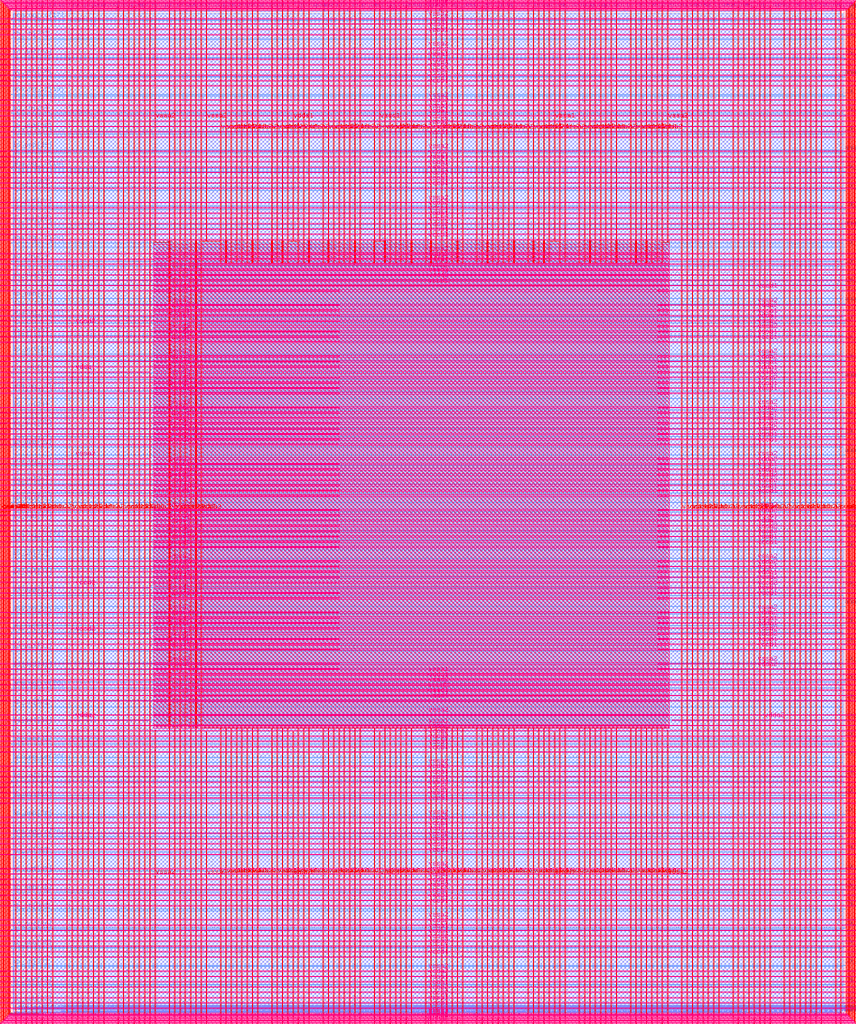
<source format=lef>
VERSION 5.7 ;
  NOWIREEXTENSIONATPIN ON ;
  DIVIDERCHAR "/" ;
  BUSBITCHARS "[]" ;
MACRO user_project_wrapper
  CLASS BLOCK ;
  FOREIGN user_project_wrapper ;
  ORIGIN 0.000 0.000 ;
  SIZE 2920.000 BY 3520.000 ;
  PIN analog_io[0]
    DIRECTION INOUT ;
    USE SIGNAL ;
    PORT
      LAYER met3 ;
        RECT 2917.600 1426.380 2924.800 1427.580 ;
    END
  END analog_io[0]
  PIN analog_io[10]
    DIRECTION INOUT ;
    USE SIGNAL ;
    PORT
      LAYER met2 ;
        RECT 2230.490 3517.600 2231.050 3524.800 ;
    END
  END analog_io[10]
  PIN analog_io[11]
    DIRECTION INOUT ;
    USE SIGNAL ;
    PORT
      LAYER met2 ;
        RECT 1905.730 3517.600 1906.290 3524.800 ;
    END
  END analog_io[11]
  PIN analog_io[12]
    DIRECTION INOUT ;
    USE SIGNAL ;
    PORT
      LAYER met2 ;
        RECT 1581.430 3517.600 1581.990 3524.800 ;
    END
  END analog_io[12]
  PIN analog_io[13]
    DIRECTION INOUT ;
    USE SIGNAL ;
    PORT
      LAYER met2 ;
        RECT 1257.130 3517.600 1257.690 3524.800 ;
    END
  END analog_io[13]
  PIN analog_io[14]
    DIRECTION INOUT ;
    USE SIGNAL ;
    PORT
      LAYER met2 ;
        RECT 932.370 3517.600 932.930 3524.800 ;
    END
  END analog_io[14]
  PIN analog_io[15]
    DIRECTION INOUT ;
    USE SIGNAL ;
    PORT
      LAYER met2 ;
        RECT 608.070 3517.600 608.630 3524.800 ;
    END
  END analog_io[15]
  PIN analog_io[16]
    DIRECTION INOUT ;
    USE SIGNAL ;
    PORT
      LAYER met2 ;
        RECT 283.770 3517.600 284.330 3524.800 ;
    END
  END analog_io[16]
  PIN analog_io[17]
    DIRECTION INOUT ;
    USE SIGNAL ;
    PORT
      LAYER met3 ;
        RECT -4.800 3486.100 2.400 3487.300 ;
    END
  END analog_io[17]
  PIN analog_io[18]
    DIRECTION INOUT ;
    USE SIGNAL ;
    PORT
      LAYER met3 ;
        RECT -4.800 3224.980 2.400 3226.180 ;
    END
  END analog_io[18]
  PIN analog_io[19]
    DIRECTION INOUT ;
    USE SIGNAL ;
    PORT
      LAYER met3 ;
        RECT -4.800 2964.540 2.400 2965.740 ;
    END
  END analog_io[19]
  PIN analog_io[1]
    DIRECTION INOUT ;
    USE SIGNAL ;
    PORT
      LAYER met3 ;
        RECT 2917.600 1692.260 2924.800 1693.460 ;
    END
  END analog_io[1]
  PIN analog_io[20]
    DIRECTION INOUT ;
    USE SIGNAL ;
    PORT
      LAYER met3 ;
        RECT -4.800 2703.420 2.400 2704.620 ;
    END
  END analog_io[20]
  PIN analog_io[21]
    DIRECTION INOUT ;
    USE SIGNAL ;
    PORT
      LAYER met3 ;
        RECT -4.800 2442.980 2.400 2444.180 ;
    END
  END analog_io[21]
  PIN analog_io[22]
    DIRECTION INOUT ;
    USE SIGNAL ;
    PORT
      LAYER met3 ;
        RECT -4.800 2182.540 2.400 2183.740 ;
    END
  END analog_io[22]
  PIN analog_io[23]
    DIRECTION INOUT ;
    USE SIGNAL ;
    PORT
      LAYER met3 ;
        RECT -4.800 1921.420 2.400 1922.620 ;
    END
  END analog_io[23]
  PIN analog_io[24]
    DIRECTION INOUT ;
    USE SIGNAL ;
    PORT
      LAYER met3 ;
        RECT -4.800 1660.980 2.400 1662.180 ;
    END
  END analog_io[24]
  PIN analog_io[25]
    DIRECTION INOUT ;
    USE SIGNAL ;
    PORT
      LAYER met3 ;
        RECT -4.800 1399.860 2.400 1401.060 ;
    END
  END analog_io[25]
  PIN analog_io[26]
    DIRECTION INOUT ;
    USE SIGNAL ;
    PORT
      LAYER met3 ;
        RECT -4.800 1139.420 2.400 1140.620 ;
    END
  END analog_io[26]
  PIN analog_io[27]
    DIRECTION INOUT ;
    USE SIGNAL ;
    PORT
      LAYER met3 ;
        RECT -4.800 878.980 2.400 880.180 ;
    END
  END analog_io[27]
  PIN analog_io[28]
    DIRECTION INOUT ;
    USE SIGNAL ;
    PORT
      LAYER met3 ;
        RECT -4.800 617.860 2.400 619.060 ;
    END
  END analog_io[28]
  PIN analog_io[2]
    DIRECTION INOUT ;
    USE SIGNAL ;
    PORT
      LAYER met3 ;
        RECT 2917.600 1958.140 2924.800 1959.340 ;
    END
  END analog_io[2]
  PIN analog_io[3]
    DIRECTION INOUT ;
    USE SIGNAL ;
    PORT
      LAYER met3 ;
        RECT 2917.600 2223.340 2924.800 2224.540 ;
    END
  END analog_io[3]
  PIN analog_io[4]
    DIRECTION INOUT ;
    USE SIGNAL ;
    PORT
      LAYER met3 ;
        RECT 2917.600 2489.220 2924.800 2490.420 ;
    END
  END analog_io[4]
  PIN analog_io[5]
    DIRECTION INOUT ;
    USE SIGNAL ;
    PORT
      LAYER met3 ;
        RECT 2917.600 2755.100 2924.800 2756.300 ;
    END
  END analog_io[5]
  PIN analog_io[6]
    DIRECTION INOUT ;
    USE SIGNAL ;
    PORT
      LAYER met3 ;
        RECT 2917.600 3020.300 2924.800 3021.500 ;
    END
  END analog_io[6]
  PIN analog_io[7]
    DIRECTION INOUT ;
    USE SIGNAL ;
    PORT
      LAYER met3 ;
        RECT 2917.600 3286.180 2924.800 3287.380 ;
    END
  END analog_io[7]
  PIN analog_io[8]
    DIRECTION INOUT ;
    USE SIGNAL ;
    PORT
      LAYER met2 ;
        RECT 2879.090 3517.600 2879.650 3524.800 ;
    END
  END analog_io[8]
  PIN analog_io[9]
    DIRECTION INOUT ;
    USE SIGNAL ;
    PORT
      LAYER met2 ;
        RECT 2554.790 3517.600 2555.350 3524.800 ;
    END
  END analog_io[9]
  PIN io_in[0]
    DIRECTION INPUT ;
    USE SIGNAL ;
    PORT
      LAYER met3 ;
        RECT 2917.600 32.380 2924.800 33.580 ;
    END
  END io_in[0]
  PIN io_in[10]
    DIRECTION INPUT ;
    USE SIGNAL ;
    PORT
      LAYER met3 ;
        RECT 2917.600 2289.980 2924.800 2291.180 ;
    END
  END io_in[10]
  PIN io_in[11]
    DIRECTION INPUT ;
    USE SIGNAL ;
    PORT
      LAYER met3 ;
        RECT 2917.600 2555.860 2924.800 2557.060 ;
    END
  END io_in[11]
  PIN io_in[12]
    DIRECTION INPUT ;
    USE SIGNAL ;
    PORT
      LAYER met3 ;
        RECT 2917.600 2821.060 2924.800 2822.260 ;
    END
  END io_in[12]
  PIN io_in[13]
    DIRECTION INPUT ;
    USE SIGNAL ;
    PORT
      LAYER met3 ;
        RECT 2917.600 3086.940 2924.800 3088.140 ;
    END
  END io_in[13]
  PIN io_in[14]
    DIRECTION INPUT ;
    USE SIGNAL ;
    PORT
      LAYER met3 ;
        RECT 2917.600 3352.820 2924.800 3354.020 ;
    END
  END io_in[14]
  PIN io_in[15]
    DIRECTION INPUT ;
    USE SIGNAL ;
    PORT
      LAYER met2 ;
        RECT 2798.130 3517.600 2798.690 3524.800 ;
    END
  END io_in[15]
  PIN io_in[16]
    DIRECTION INPUT ;
    USE SIGNAL ;
    PORT
      LAYER met2 ;
        RECT 2473.830 3517.600 2474.390 3524.800 ;
    END
  END io_in[16]
  PIN io_in[17]
    DIRECTION INPUT ;
    USE SIGNAL ;
    PORT
      LAYER met2 ;
        RECT 2149.070 3517.600 2149.630 3524.800 ;
    END
  END io_in[17]
  PIN io_in[18]
    DIRECTION INPUT ;
    USE SIGNAL ;
    PORT
      LAYER met2 ;
        RECT 1824.770 3517.600 1825.330 3524.800 ;
    END
  END io_in[18]
  PIN io_in[19]
    DIRECTION INPUT ;
    USE SIGNAL ;
    PORT
      LAYER met2 ;
        RECT 1500.470 3517.600 1501.030 3524.800 ;
    END
  END io_in[19]
  PIN io_in[1]
    DIRECTION INPUT ;
    USE SIGNAL ;
    PORT
      LAYER met3 ;
        RECT 2917.600 230.940 2924.800 232.140 ;
    END
  END io_in[1]
  PIN io_in[20]
    DIRECTION INPUT ;
    USE SIGNAL ;
    PORT
      LAYER met2 ;
        RECT 1175.710 3517.600 1176.270 3524.800 ;
    END
  END io_in[20]
  PIN io_in[21]
    DIRECTION INPUT ;
    USE SIGNAL ;
    PORT
      LAYER met2 ;
        RECT 851.410 3517.600 851.970 3524.800 ;
    END
  END io_in[21]
  PIN io_in[22]
    DIRECTION INPUT ;
    USE SIGNAL ;
    PORT
      LAYER met2 ;
        RECT 527.110 3517.600 527.670 3524.800 ;
    END
  END io_in[22]
  PIN io_in[23]
    DIRECTION INPUT ;
    USE SIGNAL ;
    PORT
      LAYER met2 ;
        RECT 202.350 3517.600 202.910 3524.800 ;
    END
  END io_in[23]
  PIN io_in[24]
    DIRECTION INPUT ;
    USE SIGNAL ;
    PORT
      LAYER met3 ;
        RECT -4.800 3420.820 2.400 3422.020 ;
    END
  END io_in[24]
  PIN io_in[25]
    DIRECTION INPUT ;
    USE SIGNAL ;
    PORT
      LAYER met3 ;
        RECT -4.800 3159.700 2.400 3160.900 ;
    END
  END io_in[25]
  PIN io_in[26]
    DIRECTION INPUT ;
    USE SIGNAL ;
    PORT
      LAYER met3 ;
        RECT -4.800 2899.260 2.400 2900.460 ;
    END
  END io_in[26]
  PIN io_in[27]
    DIRECTION INPUT ;
    USE SIGNAL ;
    PORT
      LAYER met3 ;
        RECT -4.800 2638.820 2.400 2640.020 ;
    END
  END io_in[27]
  PIN io_in[28]
    DIRECTION INPUT ;
    USE SIGNAL ;
    PORT
      LAYER met3 ;
        RECT -4.800 2377.700 2.400 2378.900 ;
    END
  END io_in[28]
  PIN io_in[29]
    DIRECTION INPUT ;
    USE SIGNAL ;
    PORT
      LAYER met3 ;
        RECT -4.800 2117.260 2.400 2118.460 ;
    END
  END io_in[29]
  PIN io_in[2]
    DIRECTION INPUT ;
    USE SIGNAL ;
    PORT
      LAYER met3 ;
        RECT 2917.600 430.180 2924.800 431.380 ;
    END
  END io_in[2]
  PIN io_in[30]
    DIRECTION INPUT ;
    USE SIGNAL ;
    PORT
      LAYER met3 ;
        RECT -4.800 1856.140 2.400 1857.340 ;
    END
  END io_in[30]
  PIN io_in[31]
    DIRECTION INPUT ;
    USE SIGNAL ;
    PORT
      LAYER met3 ;
        RECT -4.800 1595.700 2.400 1596.900 ;
    END
  END io_in[31]
  PIN io_in[32]
    DIRECTION INPUT ;
    USE SIGNAL ;
    PORT
      LAYER met3 ;
        RECT -4.800 1335.260 2.400 1336.460 ;
    END
  END io_in[32]
  PIN io_in[33]
    DIRECTION INPUT ;
    USE SIGNAL ;
    PORT
      LAYER met3 ;
        RECT -4.800 1074.140 2.400 1075.340 ;
    END
  END io_in[33]
  PIN io_in[34]
    DIRECTION INPUT ;
    USE SIGNAL ;
    PORT
      LAYER met3 ;
        RECT -4.800 813.700 2.400 814.900 ;
    END
  END io_in[34]
  PIN io_in[35]
    DIRECTION INPUT ;
    USE SIGNAL ;
    PORT
      LAYER met3 ;
        RECT -4.800 552.580 2.400 553.780 ;
    END
  END io_in[35]
  PIN io_in[36]
    DIRECTION INPUT ;
    USE SIGNAL ;
    PORT
      LAYER met3 ;
        RECT -4.800 357.420 2.400 358.620 ;
    END
  END io_in[36]
  PIN io_in[37]
    DIRECTION INPUT ;
    USE SIGNAL ;
    PORT
      LAYER met3 ;
        RECT -4.800 161.580 2.400 162.780 ;
    END
  END io_in[37]
  PIN io_in[3]
    DIRECTION INPUT ;
    USE SIGNAL ;
    PORT
      LAYER met3 ;
        RECT 2917.600 629.420 2924.800 630.620 ;
    END
  END io_in[3]
  PIN io_in[4]
    DIRECTION INPUT ;
    USE SIGNAL ;
    PORT
      LAYER met3 ;
        RECT 2917.600 828.660 2924.800 829.860 ;
    END
  END io_in[4]
  PIN io_in[5]
    DIRECTION INPUT ;
    USE SIGNAL ;
    PORT
      LAYER met3 ;
        RECT 2917.600 1027.900 2924.800 1029.100 ;
    END
  END io_in[5]
  PIN io_in[6]
    DIRECTION INPUT ;
    USE SIGNAL ;
    PORT
      LAYER met3 ;
        RECT 2917.600 1227.140 2924.800 1228.340 ;
    END
  END io_in[6]
  PIN io_in[7]
    DIRECTION INPUT ;
    USE SIGNAL ;
    PORT
      LAYER met3 ;
        RECT 2917.600 1493.020 2924.800 1494.220 ;
    END
  END io_in[7]
  PIN io_in[8]
    DIRECTION INPUT ;
    USE SIGNAL ;
    PORT
      LAYER met3 ;
        RECT 2917.600 1758.900 2924.800 1760.100 ;
    END
  END io_in[8]
  PIN io_in[9]
    DIRECTION INPUT ;
    USE SIGNAL ;
    PORT
      LAYER met3 ;
        RECT 2917.600 2024.100 2924.800 2025.300 ;
    END
  END io_in[9]
  PIN io_oeb[0]
    DIRECTION OUTPUT TRISTATE ;
    USE SIGNAL ;
    PORT
      LAYER met3 ;
        RECT 2917.600 164.980 2924.800 166.180 ;
    END
  END io_oeb[0]
  PIN io_oeb[10]
    DIRECTION OUTPUT TRISTATE ;
    USE SIGNAL ;
    PORT
      LAYER met3 ;
        RECT 2917.600 2422.580 2924.800 2423.780 ;
    END
  END io_oeb[10]
  PIN io_oeb[11]
    DIRECTION OUTPUT TRISTATE ;
    USE SIGNAL ;
    PORT
      LAYER met3 ;
        RECT 2917.600 2688.460 2924.800 2689.660 ;
    END
  END io_oeb[11]
  PIN io_oeb[12]
    DIRECTION OUTPUT TRISTATE ;
    USE SIGNAL ;
    PORT
      LAYER met3 ;
        RECT 2917.600 2954.340 2924.800 2955.540 ;
    END
  END io_oeb[12]
  PIN io_oeb[13]
    DIRECTION OUTPUT TRISTATE ;
    USE SIGNAL ;
    PORT
      LAYER met3 ;
        RECT 2917.600 3219.540 2924.800 3220.740 ;
    END
  END io_oeb[13]
  PIN io_oeb[14]
    DIRECTION OUTPUT TRISTATE ;
    USE SIGNAL ;
    PORT
      LAYER met3 ;
        RECT 2917.600 3485.420 2924.800 3486.620 ;
    END
  END io_oeb[14]
  PIN io_oeb[15]
    DIRECTION OUTPUT TRISTATE ;
    USE SIGNAL ;
    PORT
      LAYER met2 ;
        RECT 2635.750 3517.600 2636.310 3524.800 ;
    END
  END io_oeb[15]
  PIN io_oeb[16]
    DIRECTION OUTPUT TRISTATE ;
    USE SIGNAL ;
    PORT
      LAYER met2 ;
        RECT 2311.450 3517.600 2312.010 3524.800 ;
    END
  END io_oeb[16]
  PIN io_oeb[17]
    DIRECTION OUTPUT TRISTATE ;
    USE SIGNAL ;
    PORT
      LAYER met2 ;
        RECT 1987.150 3517.600 1987.710 3524.800 ;
    END
  END io_oeb[17]
  PIN io_oeb[18]
    DIRECTION OUTPUT TRISTATE ;
    USE SIGNAL ;
    PORT
      LAYER met2 ;
        RECT 1662.390 3517.600 1662.950 3524.800 ;
    END
  END io_oeb[18]
  PIN io_oeb[19]
    DIRECTION OUTPUT TRISTATE ;
    USE SIGNAL ;
    PORT
      LAYER met2 ;
        RECT 1338.090 3517.600 1338.650 3524.800 ;
    END
  END io_oeb[19]
  PIN io_oeb[1]
    DIRECTION OUTPUT TRISTATE ;
    USE SIGNAL ;
    PORT
      LAYER met3 ;
        RECT 2917.600 364.220 2924.800 365.420 ;
    END
  END io_oeb[1]
  PIN io_oeb[20]
    DIRECTION OUTPUT TRISTATE ;
    USE SIGNAL ;
    PORT
      LAYER met2 ;
        RECT 1013.790 3517.600 1014.350 3524.800 ;
    END
  END io_oeb[20]
  PIN io_oeb[21]
    DIRECTION OUTPUT TRISTATE ;
    USE SIGNAL ;
    PORT
      LAYER met2 ;
        RECT 689.030 3517.600 689.590 3524.800 ;
    END
  END io_oeb[21]
  PIN io_oeb[22]
    DIRECTION OUTPUT TRISTATE ;
    USE SIGNAL ;
    PORT
      LAYER met2 ;
        RECT 364.730 3517.600 365.290 3524.800 ;
    END
  END io_oeb[22]
  PIN io_oeb[23]
    DIRECTION OUTPUT TRISTATE ;
    USE SIGNAL ;
    PORT
      LAYER met2 ;
        RECT 40.430 3517.600 40.990 3524.800 ;
    END
  END io_oeb[23]
  PIN io_oeb[24]
    DIRECTION OUTPUT TRISTATE ;
    USE SIGNAL ;
    PORT
      LAYER met3 ;
        RECT -4.800 3290.260 2.400 3291.460 ;
    END
  END io_oeb[24]
  PIN io_oeb[25]
    DIRECTION OUTPUT TRISTATE ;
    USE SIGNAL ;
    PORT
      LAYER met3 ;
        RECT -4.800 3029.820 2.400 3031.020 ;
    END
  END io_oeb[25]
  PIN io_oeb[26]
    DIRECTION OUTPUT TRISTATE ;
    USE SIGNAL ;
    PORT
      LAYER met3 ;
        RECT -4.800 2768.700 2.400 2769.900 ;
    END
  END io_oeb[26]
  PIN io_oeb[27]
    DIRECTION OUTPUT TRISTATE ;
    USE SIGNAL ;
    PORT
      LAYER met3 ;
        RECT -4.800 2508.260 2.400 2509.460 ;
    END
  END io_oeb[27]
  PIN io_oeb[28]
    DIRECTION OUTPUT TRISTATE ;
    USE SIGNAL ;
    PORT
      LAYER met3 ;
        RECT -4.800 2247.140 2.400 2248.340 ;
    END
  END io_oeb[28]
  PIN io_oeb[29]
    DIRECTION OUTPUT TRISTATE ;
    USE SIGNAL ;
    PORT
      LAYER met3 ;
        RECT -4.800 1986.700 2.400 1987.900 ;
    END
  END io_oeb[29]
  PIN io_oeb[2]
    DIRECTION OUTPUT TRISTATE ;
    USE SIGNAL ;
    PORT
      LAYER met3 ;
        RECT 2917.600 563.460 2924.800 564.660 ;
    END
  END io_oeb[2]
  PIN io_oeb[30]
    DIRECTION OUTPUT TRISTATE ;
    USE SIGNAL ;
    PORT
      LAYER met3 ;
        RECT -4.800 1726.260 2.400 1727.460 ;
    END
  END io_oeb[30]
  PIN io_oeb[31]
    DIRECTION OUTPUT TRISTATE ;
    USE SIGNAL ;
    PORT
      LAYER met3 ;
        RECT -4.800 1465.140 2.400 1466.340 ;
    END
  END io_oeb[31]
  PIN io_oeb[32]
    DIRECTION OUTPUT TRISTATE ;
    USE SIGNAL ;
    PORT
      LAYER met3 ;
        RECT -4.800 1204.700 2.400 1205.900 ;
    END
  END io_oeb[32]
  PIN io_oeb[33]
    DIRECTION OUTPUT TRISTATE ;
    USE SIGNAL ;
    PORT
      LAYER met3 ;
        RECT -4.800 943.580 2.400 944.780 ;
    END
  END io_oeb[33]
  PIN io_oeb[34]
    DIRECTION OUTPUT TRISTATE ;
    USE SIGNAL ;
    PORT
      LAYER met3 ;
        RECT -4.800 683.140 2.400 684.340 ;
    END
  END io_oeb[34]
  PIN io_oeb[35]
    DIRECTION OUTPUT TRISTATE ;
    USE SIGNAL ;
    PORT
      LAYER met3 ;
        RECT -4.800 422.700 2.400 423.900 ;
    END
  END io_oeb[35]
  PIN io_oeb[36]
    DIRECTION OUTPUT TRISTATE ;
    USE SIGNAL ;
    PORT
      LAYER met3 ;
        RECT -4.800 226.860 2.400 228.060 ;
    END
  END io_oeb[36]
  PIN io_oeb[37]
    DIRECTION OUTPUT TRISTATE ;
    USE SIGNAL ;
    PORT
      LAYER met3 ;
        RECT -4.800 31.700 2.400 32.900 ;
    END
  END io_oeb[37]
  PIN io_oeb[3]
    DIRECTION OUTPUT TRISTATE ;
    USE SIGNAL ;
    PORT
      LAYER met3 ;
        RECT 2917.600 762.700 2924.800 763.900 ;
    END
  END io_oeb[3]
  PIN io_oeb[4]
    DIRECTION OUTPUT TRISTATE ;
    USE SIGNAL ;
    PORT
      LAYER met3 ;
        RECT 2917.600 961.940 2924.800 963.140 ;
    END
  END io_oeb[4]
  PIN io_oeb[5]
    DIRECTION OUTPUT TRISTATE ;
    USE SIGNAL ;
    PORT
      LAYER met3 ;
        RECT 2917.600 1161.180 2924.800 1162.380 ;
    END
  END io_oeb[5]
  PIN io_oeb[6]
    DIRECTION OUTPUT TRISTATE ;
    USE SIGNAL ;
    PORT
      LAYER met3 ;
        RECT 2917.600 1360.420 2924.800 1361.620 ;
    END
  END io_oeb[6]
  PIN io_oeb[7]
    DIRECTION OUTPUT TRISTATE ;
    USE SIGNAL ;
    PORT
      LAYER met3 ;
        RECT 2917.600 1625.620 2924.800 1626.820 ;
    END
  END io_oeb[7]
  PIN io_oeb[8]
    DIRECTION OUTPUT TRISTATE ;
    USE SIGNAL ;
    PORT
      LAYER met3 ;
        RECT 2917.600 1891.500 2924.800 1892.700 ;
    END
  END io_oeb[8]
  PIN io_oeb[9]
    DIRECTION OUTPUT TRISTATE ;
    USE SIGNAL ;
    PORT
      LAYER met3 ;
        RECT 2917.600 2157.380 2924.800 2158.580 ;
    END
  END io_oeb[9]
  PIN io_out[0]
    DIRECTION OUTPUT TRISTATE ;
    USE SIGNAL ;
    PORT
      LAYER met3 ;
        RECT 2917.600 98.340 2924.800 99.540 ;
    END
  END io_out[0]
  PIN io_out[10]
    DIRECTION OUTPUT TRISTATE ;
    USE SIGNAL ;
    PORT
      LAYER met3 ;
        RECT 2917.600 2356.620 2924.800 2357.820 ;
    END
  END io_out[10]
  PIN io_out[11]
    DIRECTION OUTPUT TRISTATE ;
    USE SIGNAL ;
    PORT
      LAYER met3 ;
        RECT 2917.600 2621.820 2924.800 2623.020 ;
    END
  END io_out[11]
  PIN io_out[12]
    DIRECTION OUTPUT TRISTATE ;
    USE SIGNAL ;
    PORT
      LAYER met3 ;
        RECT 2917.600 2887.700 2924.800 2888.900 ;
    END
  END io_out[12]
  PIN io_out[13]
    DIRECTION OUTPUT TRISTATE ;
    USE SIGNAL ;
    PORT
      LAYER met3 ;
        RECT 2917.600 3153.580 2924.800 3154.780 ;
    END
  END io_out[13]
  PIN io_out[14]
    DIRECTION OUTPUT TRISTATE ;
    USE SIGNAL ;
    PORT
      LAYER met3 ;
        RECT 2917.600 3418.780 2924.800 3419.980 ;
    END
  END io_out[14]
  PIN io_out[15]
    DIRECTION OUTPUT TRISTATE ;
    USE SIGNAL ;
    PORT
      LAYER met2 ;
        RECT 2717.170 3517.600 2717.730 3524.800 ;
    END
  END io_out[15]
  PIN io_out[16]
    DIRECTION OUTPUT TRISTATE ;
    USE SIGNAL ;
    PORT
      LAYER met2 ;
        RECT 2392.410 3517.600 2392.970 3524.800 ;
    END
  END io_out[16]
  PIN io_out[17]
    DIRECTION OUTPUT TRISTATE ;
    USE SIGNAL ;
    PORT
      LAYER met2 ;
        RECT 2068.110 3517.600 2068.670 3524.800 ;
    END
  END io_out[17]
  PIN io_out[18]
    DIRECTION OUTPUT TRISTATE ;
    USE SIGNAL ;
    PORT
      LAYER met2 ;
        RECT 1743.810 3517.600 1744.370 3524.800 ;
    END
  END io_out[18]
  PIN io_out[19]
    DIRECTION OUTPUT TRISTATE ;
    USE SIGNAL ;
    PORT
      LAYER met2 ;
        RECT 1419.050 3517.600 1419.610 3524.800 ;
    END
  END io_out[19]
  PIN io_out[1]
    DIRECTION OUTPUT TRISTATE ;
    USE SIGNAL ;
    PORT
      LAYER met3 ;
        RECT 2917.600 297.580 2924.800 298.780 ;
    END
  END io_out[1]
  PIN io_out[20]
    DIRECTION OUTPUT TRISTATE ;
    USE SIGNAL ;
    PORT
      LAYER met2 ;
        RECT 1094.750 3517.600 1095.310 3524.800 ;
    END
  END io_out[20]
  PIN io_out[21]
    DIRECTION OUTPUT TRISTATE ;
    USE SIGNAL ;
    PORT
      LAYER met2 ;
        RECT 770.450 3517.600 771.010 3524.800 ;
    END
  END io_out[21]
  PIN io_out[22]
    DIRECTION OUTPUT TRISTATE ;
    USE SIGNAL ;
    PORT
      LAYER met2 ;
        RECT 445.690 3517.600 446.250 3524.800 ;
    END
  END io_out[22]
  PIN io_out[23]
    DIRECTION OUTPUT TRISTATE ;
    USE SIGNAL ;
    PORT
      LAYER met2 ;
        RECT 121.390 3517.600 121.950 3524.800 ;
    END
  END io_out[23]
  PIN io_out[24]
    DIRECTION OUTPUT TRISTATE ;
    USE SIGNAL ;
    PORT
      LAYER met3 ;
        RECT -4.800 3355.540 2.400 3356.740 ;
    END
  END io_out[24]
  PIN io_out[25]
    DIRECTION OUTPUT TRISTATE ;
    USE SIGNAL ;
    PORT
      LAYER met3 ;
        RECT -4.800 3095.100 2.400 3096.300 ;
    END
  END io_out[25]
  PIN io_out[26]
    DIRECTION OUTPUT TRISTATE ;
    USE SIGNAL ;
    PORT
      LAYER met3 ;
        RECT -4.800 2833.980 2.400 2835.180 ;
    END
  END io_out[26]
  PIN io_out[27]
    DIRECTION OUTPUT TRISTATE ;
    USE SIGNAL ;
    PORT
      LAYER met3 ;
        RECT -4.800 2573.540 2.400 2574.740 ;
    END
  END io_out[27]
  PIN io_out[28]
    DIRECTION OUTPUT TRISTATE ;
    USE SIGNAL ;
    PORT
      LAYER met3 ;
        RECT -4.800 2312.420 2.400 2313.620 ;
    END
  END io_out[28]
  PIN io_out[29]
    DIRECTION OUTPUT TRISTATE ;
    USE SIGNAL ;
    PORT
      LAYER met3 ;
        RECT -4.800 2051.980 2.400 2053.180 ;
    END
  END io_out[29]
  PIN io_out[2]
    DIRECTION OUTPUT TRISTATE ;
    USE SIGNAL ;
    PORT
      LAYER met3 ;
        RECT 2917.600 496.820 2924.800 498.020 ;
    END
  END io_out[2]
  PIN io_out[30]
    DIRECTION OUTPUT TRISTATE ;
    USE SIGNAL ;
    PORT
      LAYER met3 ;
        RECT -4.800 1791.540 2.400 1792.740 ;
    END
  END io_out[30]
  PIN io_out[31]
    DIRECTION OUTPUT TRISTATE ;
    USE SIGNAL ;
    PORT
      LAYER met3 ;
        RECT -4.800 1530.420 2.400 1531.620 ;
    END
  END io_out[31]
  PIN io_out[32]
    DIRECTION OUTPUT TRISTATE ;
    USE SIGNAL ;
    PORT
      LAYER met3 ;
        RECT -4.800 1269.980 2.400 1271.180 ;
    END
  END io_out[32]
  PIN io_out[33]
    DIRECTION OUTPUT TRISTATE ;
    USE SIGNAL ;
    PORT
      LAYER met3 ;
        RECT -4.800 1008.860 2.400 1010.060 ;
    END
  END io_out[33]
  PIN io_out[34]
    DIRECTION OUTPUT TRISTATE ;
    USE SIGNAL ;
    PORT
      LAYER met3 ;
        RECT -4.800 748.420 2.400 749.620 ;
    END
  END io_out[34]
  PIN io_out[35]
    DIRECTION OUTPUT TRISTATE ;
    USE SIGNAL ;
    PORT
      LAYER met3 ;
        RECT -4.800 487.300 2.400 488.500 ;
    END
  END io_out[35]
  PIN io_out[36]
    DIRECTION OUTPUT TRISTATE ;
    USE SIGNAL ;
    PORT
      LAYER met3 ;
        RECT -4.800 292.140 2.400 293.340 ;
    END
  END io_out[36]
  PIN io_out[37]
    DIRECTION OUTPUT TRISTATE ;
    USE SIGNAL ;
    PORT
      LAYER met3 ;
        RECT -4.800 96.300 2.400 97.500 ;
    END
  END io_out[37]
  PIN io_out[3]
    DIRECTION OUTPUT TRISTATE ;
    USE SIGNAL ;
    PORT
      LAYER met3 ;
        RECT 2917.600 696.060 2924.800 697.260 ;
    END
  END io_out[3]
  PIN io_out[4]
    DIRECTION OUTPUT TRISTATE ;
    USE SIGNAL ;
    PORT
      LAYER met3 ;
        RECT 2917.600 895.300 2924.800 896.500 ;
    END
  END io_out[4]
  PIN io_out[5]
    DIRECTION OUTPUT TRISTATE ;
    USE SIGNAL ;
    PORT
      LAYER met3 ;
        RECT 2917.600 1094.540 2924.800 1095.740 ;
    END
  END io_out[5]
  PIN io_out[6]
    DIRECTION OUTPUT TRISTATE ;
    USE SIGNAL ;
    PORT
      LAYER met3 ;
        RECT 2917.600 1293.780 2924.800 1294.980 ;
    END
  END io_out[6]
  PIN io_out[7]
    DIRECTION OUTPUT TRISTATE ;
    USE SIGNAL ;
    PORT
      LAYER met3 ;
        RECT 2917.600 1559.660 2924.800 1560.860 ;
    END
  END io_out[7]
  PIN io_out[8]
    DIRECTION OUTPUT TRISTATE ;
    USE SIGNAL ;
    PORT
      LAYER met3 ;
        RECT 2917.600 1824.860 2924.800 1826.060 ;
    END
  END io_out[8]
  PIN io_out[9]
    DIRECTION OUTPUT TRISTATE ;
    USE SIGNAL ;
    PORT
      LAYER met3 ;
        RECT 2917.600 2090.740 2924.800 2091.940 ;
    END
  END io_out[9]
  PIN la_data_in[0]
    DIRECTION INPUT ;
    USE SIGNAL ;
    PORT
      LAYER met2 ;
        RECT 629.230 -4.800 629.790 2.400 ;
    END
  END la_data_in[0]
  PIN la_data_in[100]
    DIRECTION INPUT ;
    USE SIGNAL ;
    PORT
      LAYER met2 ;
        RECT 2402.530 -4.800 2403.090 2.400 ;
    END
  END la_data_in[100]
  PIN la_data_in[101]
    DIRECTION INPUT ;
    USE SIGNAL ;
    PORT
      LAYER met2 ;
        RECT 2420.010 -4.800 2420.570 2.400 ;
    END
  END la_data_in[101]
  PIN la_data_in[102]
    DIRECTION INPUT ;
    USE SIGNAL ;
    PORT
      LAYER met2 ;
        RECT 2437.950 -4.800 2438.510 2.400 ;
    END
  END la_data_in[102]
  PIN la_data_in[103]
    DIRECTION INPUT ;
    USE SIGNAL ;
    PORT
      LAYER met2 ;
        RECT 2455.430 -4.800 2455.990 2.400 ;
    END
  END la_data_in[103]
  PIN la_data_in[104]
    DIRECTION INPUT ;
    USE SIGNAL ;
    PORT
      LAYER met2 ;
        RECT 2473.370 -4.800 2473.930 2.400 ;
    END
  END la_data_in[104]
  PIN la_data_in[105]
    DIRECTION INPUT ;
    USE SIGNAL ;
    PORT
      LAYER met2 ;
        RECT 2490.850 -4.800 2491.410 2.400 ;
    END
  END la_data_in[105]
  PIN la_data_in[106]
    DIRECTION INPUT ;
    USE SIGNAL ;
    PORT
      LAYER met2 ;
        RECT 2508.790 -4.800 2509.350 2.400 ;
    END
  END la_data_in[106]
  PIN la_data_in[107]
    DIRECTION INPUT ;
    USE SIGNAL ;
    PORT
      LAYER met2 ;
        RECT 2526.730 -4.800 2527.290 2.400 ;
    END
  END la_data_in[107]
  PIN la_data_in[108]
    DIRECTION INPUT ;
    USE SIGNAL ;
    PORT
      LAYER met2 ;
        RECT 2544.210 -4.800 2544.770 2.400 ;
    END
  END la_data_in[108]
  PIN la_data_in[109]
    DIRECTION INPUT ;
    USE SIGNAL ;
    PORT
      LAYER met2 ;
        RECT 2562.150 -4.800 2562.710 2.400 ;
    END
  END la_data_in[109]
  PIN la_data_in[10]
    DIRECTION INPUT ;
    USE SIGNAL ;
    PORT
      LAYER met2 ;
        RECT 806.330 -4.800 806.890 2.400 ;
    END
  END la_data_in[10]
  PIN la_data_in[110]
    DIRECTION INPUT ;
    USE SIGNAL ;
    PORT
      LAYER met2 ;
        RECT 2579.630 -4.800 2580.190 2.400 ;
    END
  END la_data_in[110]
  PIN la_data_in[111]
    DIRECTION INPUT ;
    USE SIGNAL ;
    PORT
      LAYER met2 ;
        RECT 2597.570 -4.800 2598.130 2.400 ;
    END
  END la_data_in[111]
  PIN la_data_in[112]
    DIRECTION INPUT ;
    USE SIGNAL ;
    PORT
      LAYER met2 ;
        RECT 2615.050 -4.800 2615.610 2.400 ;
    END
  END la_data_in[112]
  PIN la_data_in[113]
    DIRECTION INPUT ;
    USE SIGNAL ;
    PORT
      LAYER met2 ;
        RECT 2632.990 -4.800 2633.550 2.400 ;
    END
  END la_data_in[113]
  PIN la_data_in[114]
    DIRECTION INPUT ;
    USE SIGNAL ;
    PORT
      LAYER met2 ;
        RECT 2650.470 -4.800 2651.030 2.400 ;
    END
  END la_data_in[114]
  PIN la_data_in[115]
    DIRECTION INPUT ;
    USE SIGNAL ;
    PORT
      LAYER met2 ;
        RECT 2668.410 -4.800 2668.970 2.400 ;
    END
  END la_data_in[115]
  PIN la_data_in[116]
    DIRECTION INPUT ;
    USE SIGNAL ;
    PORT
      LAYER met2 ;
        RECT 2685.890 -4.800 2686.450 2.400 ;
    END
  END la_data_in[116]
  PIN la_data_in[117]
    DIRECTION INPUT ;
    USE SIGNAL ;
    PORT
      LAYER met2 ;
        RECT 2703.830 -4.800 2704.390 2.400 ;
    END
  END la_data_in[117]
  PIN la_data_in[118]
    DIRECTION INPUT ;
    USE SIGNAL ;
    PORT
      LAYER met2 ;
        RECT 2721.770 -4.800 2722.330 2.400 ;
    END
  END la_data_in[118]
  PIN la_data_in[119]
    DIRECTION INPUT ;
    USE SIGNAL ;
    PORT
      LAYER met2 ;
        RECT 2739.250 -4.800 2739.810 2.400 ;
    END
  END la_data_in[119]
  PIN la_data_in[11]
    DIRECTION INPUT ;
    USE SIGNAL ;
    PORT
      LAYER met2 ;
        RECT 824.270 -4.800 824.830 2.400 ;
    END
  END la_data_in[11]
  PIN la_data_in[120]
    DIRECTION INPUT ;
    USE SIGNAL ;
    PORT
      LAYER met2 ;
        RECT 2757.190 -4.800 2757.750 2.400 ;
    END
  END la_data_in[120]
  PIN la_data_in[121]
    DIRECTION INPUT ;
    USE SIGNAL ;
    PORT
      LAYER met2 ;
        RECT 2774.670 -4.800 2775.230 2.400 ;
    END
  END la_data_in[121]
  PIN la_data_in[122]
    DIRECTION INPUT ;
    USE SIGNAL ;
    PORT
      LAYER met2 ;
        RECT 2792.610 -4.800 2793.170 2.400 ;
    END
  END la_data_in[122]
  PIN la_data_in[123]
    DIRECTION INPUT ;
    USE SIGNAL ;
    PORT
      LAYER met2 ;
        RECT 2810.090 -4.800 2810.650 2.400 ;
    END
  END la_data_in[123]
  PIN la_data_in[124]
    DIRECTION INPUT ;
    USE SIGNAL ;
    PORT
      LAYER met2 ;
        RECT 2828.030 -4.800 2828.590 2.400 ;
    END
  END la_data_in[124]
  PIN la_data_in[125]
    DIRECTION INPUT ;
    USE SIGNAL ;
    PORT
      LAYER met2 ;
        RECT 2845.510 -4.800 2846.070 2.400 ;
    END
  END la_data_in[125]
  PIN la_data_in[126]
    DIRECTION INPUT ;
    USE SIGNAL ;
    PORT
      LAYER met2 ;
        RECT 2863.450 -4.800 2864.010 2.400 ;
    END
  END la_data_in[126]
  PIN la_data_in[127]
    DIRECTION INPUT ;
    USE SIGNAL ;
    PORT
      LAYER met2 ;
        RECT 2881.390 -4.800 2881.950 2.400 ;
    END
  END la_data_in[127]
  PIN la_data_in[12]
    DIRECTION INPUT ;
    USE SIGNAL ;
    PORT
      LAYER met2 ;
        RECT 841.750 -4.800 842.310 2.400 ;
    END
  END la_data_in[12]
  PIN la_data_in[13]
    DIRECTION INPUT ;
    USE SIGNAL ;
    PORT
      LAYER met2 ;
        RECT 859.690 -4.800 860.250 2.400 ;
    END
  END la_data_in[13]
  PIN la_data_in[14]
    DIRECTION INPUT ;
    USE SIGNAL ;
    PORT
      LAYER met2 ;
        RECT 877.170 -4.800 877.730 2.400 ;
    END
  END la_data_in[14]
  PIN la_data_in[15]
    DIRECTION INPUT ;
    USE SIGNAL ;
    PORT
      LAYER met2 ;
        RECT 895.110 -4.800 895.670 2.400 ;
    END
  END la_data_in[15]
  PIN la_data_in[16]
    DIRECTION INPUT ;
    USE SIGNAL ;
    PORT
      LAYER met2 ;
        RECT 912.590 -4.800 913.150 2.400 ;
    END
  END la_data_in[16]
  PIN la_data_in[17]
    DIRECTION INPUT ;
    USE SIGNAL ;
    PORT
      LAYER met2 ;
        RECT 930.530 -4.800 931.090 2.400 ;
    END
  END la_data_in[17]
  PIN la_data_in[18]
    DIRECTION INPUT ;
    USE SIGNAL ;
    PORT
      LAYER met2 ;
        RECT 948.470 -4.800 949.030 2.400 ;
    END
  END la_data_in[18]
  PIN la_data_in[19]
    DIRECTION INPUT ;
    USE SIGNAL ;
    PORT
      LAYER met2 ;
        RECT 965.950 -4.800 966.510 2.400 ;
    END
  END la_data_in[19]
  PIN la_data_in[1]
    DIRECTION INPUT ;
    USE SIGNAL ;
    PORT
      LAYER met2 ;
        RECT 646.710 -4.800 647.270 2.400 ;
    END
  END la_data_in[1]
  PIN la_data_in[20]
    DIRECTION INPUT ;
    USE SIGNAL ;
    PORT
      LAYER met2 ;
        RECT 983.890 -4.800 984.450 2.400 ;
    END
  END la_data_in[20]
  PIN la_data_in[21]
    DIRECTION INPUT ;
    USE SIGNAL ;
    PORT
      LAYER met2 ;
        RECT 1001.370 -4.800 1001.930 2.400 ;
    END
  END la_data_in[21]
  PIN la_data_in[22]
    DIRECTION INPUT ;
    USE SIGNAL ;
    PORT
      LAYER met2 ;
        RECT 1019.310 -4.800 1019.870 2.400 ;
    END
  END la_data_in[22]
  PIN la_data_in[23]
    DIRECTION INPUT ;
    USE SIGNAL ;
    PORT
      LAYER met2 ;
        RECT 1036.790 -4.800 1037.350 2.400 ;
    END
  END la_data_in[23]
  PIN la_data_in[24]
    DIRECTION INPUT ;
    USE SIGNAL ;
    PORT
      LAYER met2 ;
        RECT 1054.730 -4.800 1055.290 2.400 ;
    END
  END la_data_in[24]
  PIN la_data_in[25]
    DIRECTION INPUT ;
    USE SIGNAL ;
    PORT
      LAYER met2 ;
        RECT 1072.210 -4.800 1072.770 2.400 ;
    END
  END la_data_in[25]
  PIN la_data_in[26]
    DIRECTION INPUT ;
    USE SIGNAL ;
    PORT
      LAYER met2 ;
        RECT 1090.150 -4.800 1090.710 2.400 ;
    END
  END la_data_in[26]
  PIN la_data_in[27]
    DIRECTION INPUT ;
    USE SIGNAL ;
    PORT
      LAYER met2 ;
        RECT 1107.630 -4.800 1108.190 2.400 ;
    END
  END la_data_in[27]
  PIN la_data_in[28]
    DIRECTION INPUT ;
    USE SIGNAL ;
    PORT
      LAYER met2 ;
        RECT 1125.570 -4.800 1126.130 2.400 ;
    END
  END la_data_in[28]
  PIN la_data_in[29]
    DIRECTION INPUT ;
    USE SIGNAL ;
    PORT
      LAYER met2 ;
        RECT 1143.510 -4.800 1144.070 2.400 ;
    END
  END la_data_in[29]
  PIN la_data_in[2]
    DIRECTION INPUT ;
    USE SIGNAL ;
    PORT
      LAYER met2 ;
        RECT 664.650 -4.800 665.210 2.400 ;
    END
  END la_data_in[2]
  PIN la_data_in[30]
    DIRECTION INPUT ;
    USE SIGNAL ;
    PORT
      LAYER met2 ;
        RECT 1160.990 -4.800 1161.550 2.400 ;
    END
  END la_data_in[30]
  PIN la_data_in[31]
    DIRECTION INPUT ;
    USE SIGNAL ;
    PORT
      LAYER met2 ;
        RECT 1178.930 -4.800 1179.490 2.400 ;
    END
  END la_data_in[31]
  PIN la_data_in[32]
    DIRECTION INPUT ;
    USE SIGNAL ;
    PORT
      LAYER met2 ;
        RECT 1196.410 -4.800 1196.970 2.400 ;
    END
  END la_data_in[32]
  PIN la_data_in[33]
    DIRECTION INPUT ;
    USE SIGNAL ;
    PORT
      LAYER met2 ;
        RECT 1214.350 -4.800 1214.910 2.400 ;
    END
  END la_data_in[33]
  PIN la_data_in[34]
    DIRECTION INPUT ;
    USE SIGNAL ;
    PORT
      LAYER met2 ;
        RECT 1231.830 -4.800 1232.390 2.400 ;
    END
  END la_data_in[34]
  PIN la_data_in[35]
    DIRECTION INPUT ;
    USE SIGNAL ;
    PORT
      LAYER met2 ;
        RECT 1249.770 -4.800 1250.330 2.400 ;
    END
  END la_data_in[35]
  PIN la_data_in[36]
    DIRECTION INPUT ;
    USE SIGNAL ;
    PORT
      LAYER met2 ;
        RECT 1267.250 -4.800 1267.810 2.400 ;
    END
  END la_data_in[36]
  PIN la_data_in[37]
    DIRECTION INPUT ;
    USE SIGNAL ;
    PORT
      LAYER met2 ;
        RECT 1285.190 -4.800 1285.750 2.400 ;
    END
  END la_data_in[37]
  PIN la_data_in[38]
    DIRECTION INPUT ;
    USE SIGNAL ;
    PORT
      LAYER met2 ;
        RECT 1303.130 -4.800 1303.690 2.400 ;
    END
  END la_data_in[38]
  PIN la_data_in[39]
    DIRECTION INPUT ;
    USE SIGNAL ;
    PORT
      LAYER met2 ;
        RECT 1320.610 -4.800 1321.170 2.400 ;
    END
  END la_data_in[39]
  PIN la_data_in[3]
    DIRECTION INPUT ;
    USE SIGNAL ;
    PORT
      LAYER met2 ;
        RECT 682.130 -4.800 682.690 2.400 ;
    END
  END la_data_in[3]
  PIN la_data_in[40]
    DIRECTION INPUT ;
    USE SIGNAL ;
    PORT
      LAYER met2 ;
        RECT 1338.550 -4.800 1339.110 2.400 ;
    END
  END la_data_in[40]
  PIN la_data_in[41]
    DIRECTION INPUT ;
    USE SIGNAL ;
    PORT
      LAYER met2 ;
        RECT 1356.030 -4.800 1356.590 2.400 ;
    END
  END la_data_in[41]
  PIN la_data_in[42]
    DIRECTION INPUT ;
    USE SIGNAL ;
    PORT
      LAYER met2 ;
        RECT 1373.970 -4.800 1374.530 2.400 ;
    END
  END la_data_in[42]
  PIN la_data_in[43]
    DIRECTION INPUT ;
    USE SIGNAL ;
    PORT
      LAYER met2 ;
        RECT 1391.450 -4.800 1392.010 2.400 ;
    END
  END la_data_in[43]
  PIN la_data_in[44]
    DIRECTION INPUT ;
    USE SIGNAL ;
    PORT
      LAYER met2 ;
        RECT 1409.390 -4.800 1409.950 2.400 ;
    END
  END la_data_in[44]
  PIN la_data_in[45]
    DIRECTION INPUT ;
    USE SIGNAL ;
    PORT
      LAYER met2 ;
        RECT 1426.870 -4.800 1427.430 2.400 ;
    END
  END la_data_in[45]
  PIN la_data_in[46]
    DIRECTION INPUT ;
    USE SIGNAL ;
    PORT
      LAYER met2 ;
        RECT 1444.810 -4.800 1445.370 2.400 ;
    END
  END la_data_in[46]
  PIN la_data_in[47]
    DIRECTION INPUT ;
    USE SIGNAL ;
    PORT
      LAYER met2 ;
        RECT 1462.750 -4.800 1463.310 2.400 ;
    END
  END la_data_in[47]
  PIN la_data_in[48]
    DIRECTION INPUT ;
    USE SIGNAL ;
    PORT
      LAYER met2 ;
        RECT 1480.230 -4.800 1480.790 2.400 ;
    END
  END la_data_in[48]
  PIN la_data_in[49]
    DIRECTION INPUT ;
    USE SIGNAL ;
    PORT
      LAYER met2 ;
        RECT 1498.170 -4.800 1498.730 2.400 ;
    END
  END la_data_in[49]
  PIN la_data_in[4]
    DIRECTION INPUT ;
    USE SIGNAL ;
    PORT
      LAYER met2 ;
        RECT 700.070 -4.800 700.630 2.400 ;
    END
  END la_data_in[4]
  PIN la_data_in[50]
    DIRECTION INPUT ;
    USE SIGNAL ;
    PORT
      LAYER met2 ;
        RECT 1515.650 -4.800 1516.210 2.400 ;
    END
  END la_data_in[50]
  PIN la_data_in[51]
    DIRECTION INPUT ;
    USE SIGNAL ;
    PORT
      LAYER met2 ;
        RECT 1533.590 -4.800 1534.150 2.400 ;
    END
  END la_data_in[51]
  PIN la_data_in[52]
    DIRECTION INPUT ;
    USE SIGNAL ;
    PORT
      LAYER met2 ;
        RECT 1551.070 -4.800 1551.630 2.400 ;
    END
  END la_data_in[52]
  PIN la_data_in[53]
    DIRECTION INPUT ;
    USE SIGNAL ;
    PORT
      LAYER met2 ;
        RECT 1569.010 -4.800 1569.570 2.400 ;
    END
  END la_data_in[53]
  PIN la_data_in[54]
    DIRECTION INPUT ;
    USE SIGNAL ;
    PORT
      LAYER met2 ;
        RECT 1586.490 -4.800 1587.050 2.400 ;
    END
  END la_data_in[54]
  PIN la_data_in[55]
    DIRECTION INPUT ;
    USE SIGNAL ;
    PORT
      LAYER met2 ;
        RECT 1604.430 -4.800 1604.990 2.400 ;
    END
  END la_data_in[55]
  PIN la_data_in[56]
    DIRECTION INPUT ;
    USE SIGNAL ;
    PORT
      LAYER met2 ;
        RECT 1621.910 -4.800 1622.470 2.400 ;
    END
  END la_data_in[56]
  PIN la_data_in[57]
    DIRECTION INPUT ;
    USE SIGNAL ;
    PORT
      LAYER met2 ;
        RECT 1639.850 -4.800 1640.410 2.400 ;
    END
  END la_data_in[57]
  PIN la_data_in[58]
    DIRECTION INPUT ;
    USE SIGNAL ;
    PORT
      LAYER met2 ;
        RECT 1657.790 -4.800 1658.350 2.400 ;
    END
  END la_data_in[58]
  PIN la_data_in[59]
    DIRECTION INPUT ;
    USE SIGNAL ;
    PORT
      LAYER met2 ;
        RECT 1675.270 -4.800 1675.830 2.400 ;
    END
  END la_data_in[59]
  PIN la_data_in[5]
    DIRECTION INPUT ;
    USE SIGNAL ;
    PORT
      LAYER met2 ;
        RECT 717.550 -4.800 718.110 2.400 ;
    END
  END la_data_in[5]
  PIN la_data_in[60]
    DIRECTION INPUT ;
    USE SIGNAL ;
    PORT
      LAYER met2 ;
        RECT 1693.210 -4.800 1693.770 2.400 ;
    END
  END la_data_in[60]
  PIN la_data_in[61]
    DIRECTION INPUT ;
    USE SIGNAL ;
    PORT
      LAYER met2 ;
        RECT 1710.690 -4.800 1711.250 2.400 ;
    END
  END la_data_in[61]
  PIN la_data_in[62]
    DIRECTION INPUT ;
    USE SIGNAL ;
    PORT
      LAYER met2 ;
        RECT 1728.630 -4.800 1729.190 2.400 ;
    END
  END la_data_in[62]
  PIN la_data_in[63]
    DIRECTION INPUT ;
    USE SIGNAL ;
    PORT
      LAYER met2 ;
        RECT 1746.110 -4.800 1746.670 2.400 ;
    END
  END la_data_in[63]
  PIN la_data_in[64]
    DIRECTION INPUT ;
    USE SIGNAL ;
    PORT
      LAYER met2 ;
        RECT 1764.050 -4.800 1764.610 2.400 ;
    END
  END la_data_in[64]
  PIN la_data_in[65]
    DIRECTION INPUT ;
    USE SIGNAL ;
    PORT
      LAYER met2 ;
        RECT 1781.530 -4.800 1782.090 2.400 ;
    END
  END la_data_in[65]
  PIN la_data_in[66]
    DIRECTION INPUT ;
    USE SIGNAL ;
    PORT
      LAYER met2 ;
        RECT 1799.470 -4.800 1800.030 2.400 ;
    END
  END la_data_in[66]
  PIN la_data_in[67]
    DIRECTION INPUT ;
    USE SIGNAL ;
    PORT
      LAYER met2 ;
        RECT 1817.410 -4.800 1817.970 2.400 ;
    END
  END la_data_in[67]
  PIN la_data_in[68]
    DIRECTION INPUT ;
    USE SIGNAL ;
    PORT
      LAYER met2 ;
        RECT 1834.890 -4.800 1835.450 2.400 ;
    END
  END la_data_in[68]
  PIN la_data_in[69]
    DIRECTION INPUT ;
    USE SIGNAL ;
    PORT
      LAYER met2 ;
        RECT 1852.830 -4.800 1853.390 2.400 ;
    END
  END la_data_in[69]
  PIN la_data_in[6]
    DIRECTION INPUT ;
    USE SIGNAL ;
    PORT
      LAYER met2 ;
        RECT 735.490 -4.800 736.050 2.400 ;
    END
  END la_data_in[6]
  PIN la_data_in[70]
    DIRECTION INPUT ;
    USE SIGNAL ;
    PORT
      LAYER met2 ;
        RECT 1870.310 -4.800 1870.870 2.400 ;
    END
  END la_data_in[70]
  PIN la_data_in[71]
    DIRECTION INPUT ;
    USE SIGNAL ;
    PORT
      LAYER met2 ;
        RECT 1888.250 -4.800 1888.810 2.400 ;
    END
  END la_data_in[71]
  PIN la_data_in[72]
    DIRECTION INPUT ;
    USE SIGNAL ;
    PORT
      LAYER met2 ;
        RECT 1905.730 -4.800 1906.290 2.400 ;
    END
  END la_data_in[72]
  PIN la_data_in[73]
    DIRECTION INPUT ;
    USE SIGNAL ;
    PORT
      LAYER met2 ;
        RECT 1923.670 -4.800 1924.230 2.400 ;
    END
  END la_data_in[73]
  PIN la_data_in[74]
    DIRECTION INPUT ;
    USE SIGNAL ;
    PORT
      LAYER met2 ;
        RECT 1941.150 -4.800 1941.710 2.400 ;
    END
  END la_data_in[74]
  PIN la_data_in[75]
    DIRECTION INPUT ;
    USE SIGNAL ;
    PORT
      LAYER met2 ;
        RECT 1959.090 -4.800 1959.650 2.400 ;
    END
  END la_data_in[75]
  PIN la_data_in[76]
    DIRECTION INPUT ;
    USE SIGNAL ;
    PORT
      LAYER met2 ;
        RECT 1976.570 -4.800 1977.130 2.400 ;
    END
  END la_data_in[76]
  PIN la_data_in[77]
    DIRECTION INPUT ;
    USE SIGNAL ;
    PORT
      LAYER met2 ;
        RECT 1994.510 -4.800 1995.070 2.400 ;
    END
  END la_data_in[77]
  PIN la_data_in[78]
    DIRECTION INPUT ;
    USE SIGNAL ;
    PORT
      LAYER met2 ;
        RECT 2012.450 -4.800 2013.010 2.400 ;
    END
  END la_data_in[78]
  PIN la_data_in[79]
    DIRECTION INPUT ;
    USE SIGNAL ;
    PORT
      LAYER met2 ;
        RECT 2029.930 -4.800 2030.490 2.400 ;
    END
  END la_data_in[79]
  PIN la_data_in[7]
    DIRECTION INPUT ;
    USE SIGNAL ;
    PORT
      LAYER met2 ;
        RECT 752.970 -4.800 753.530 2.400 ;
    END
  END la_data_in[7]
  PIN la_data_in[80]
    DIRECTION INPUT ;
    USE SIGNAL ;
    PORT
      LAYER met2 ;
        RECT 2047.870 -4.800 2048.430 2.400 ;
    END
  END la_data_in[80]
  PIN la_data_in[81]
    DIRECTION INPUT ;
    USE SIGNAL ;
    PORT
      LAYER met2 ;
        RECT 2065.350 -4.800 2065.910 2.400 ;
    END
  END la_data_in[81]
  PIN la_data_in[82]
    DIRECTION INPUT ;
    USE SIGNAL ;
    PORT
      LAYER met2 ;
        RECT 2083.290 -4.800 2083.850 2.400 ;
    END
  END la_data_in[82]
  PIN la_data_in[83]
    DIRECTION INPUT ;
    USE SIGNAL ;
    PORT
      LAYER met2 ;
        RECT 2100.770 -4.800 2101.330 2.400 ;
    END
  END la_data_in[83]
  PIN la_data_in[84]
    DIRECTION INPUT ;
    USE SIGNAL ;
    PORT
      LAYER met2 ;
        RECT 2118.710 -4.800 2119.270 2.400 ;
    END
  END la_data_in[84]
  PIN la_data_in[85]
    DIRECTION INPUT ;
    USE SIGNAL ;
    PORT
      LAYER met2 ;
        RECT 2136.190 -4.800 2136.750 2.400 ;
    END
  END la_data_in[85]
  PIN la_data_in[86]
    DIRECTION INPUT ;
    USE SIGNAL ;
    PORT
      LAYER met2 ;
        RECT 2154.130 -4.800 2154.690 2.400 ;
    END
  END la_data_in[86]
  PIN la_data_in[87]
    DIRECTION INPUT ;
    USE SIGNAL ;
    PORT
      LAYER met2 ;
        RECT 2172.070 -4.800 2172.630 2.400 ;
    END
  END la_data_in[87]
  PIN la_data_in[88]
    DIRECTION INPUT ;
    USE SIGNAL ;
    PORT
      LAYER met2 ;
        RECT 2189.550 -4.800 2190.110 2.400 ;
    END
  END la_data_in[88]
  PIN la_data_in[89]
    DIRECTION INPUT ;
    USE SIGNAL ;
    PORT
      LAYER met2 ;
        RECT 2207.490 -4.800 2208.050 2.400 ;
    END
  END la_data_in[89]
  PIN la_data_in[8]
    DIRECTION INPUT ;
    USE SIGNAL ;
    PORT
      LAYER met2 ;
        RECT 770.910 -4.800 771.470 2.400 ;
    END
  END la_data_in[8]
  PIN la_data_in[90]
    DIRECTION INPUT ;
    USE SIGNAL ;
    PORT
      LAYER met2 ;
        RECT 2224.970 -4.800 2225.530 2.400 ;
    END
  END la_data_in[90]
  PIN la_data_in[91]
    DIRECTION INPUT ;
    USE SIGNAL ;
    PORT
      LAYER met2 ;
        RECT 2242.910 -4.800 2243.470 2.400 ;
    END
  END la_data_in[91]
  PIN la_data_in[92]
    DIRECTION INPUT ;
    USE SIGNAL ;
    PORT
      LAYER met2 ;
        RECT 2260.390 -4.800 2260.950 2.400 ;
    END
  END la_data_in[92]
  PIN la_data_in[93]
    DIRECTION INPUT ;
    USE SIGNAL ;
    PORT
      LAYER met2 ;
        RECT 2278.330 -4.800 2278.890 2.400 ;
    END
  END la_data_in[93]
  PIN la_data_in[94]
    DIRECTION INPUT ;
    USE SIGNAL ;
    PORT
      LAYER met2 ;
        RECT 2295.810 -4.800 2296.370 2.400 ;
    END
  END la_data_in[94]
  PIN la_data_in[95]
    DIRECTION INPUT ;
    USE SIGNAL ;
    PORT
      LAYER met2 ;
        RECT 2313.750 -4.800 2314.310 2.400 ;
    END
  END la_data_in[95]
  PIN la_data_in[96]
    DIRECTION INPUT ;
    USE SIGNAL ;
    PORT
      LAYER met2 ;
        RECT 2331.230 -4.800 2331.790 2.400 ;
    END
  END la_data_in[96]
  PIN la_data_in[97]
    DIRECTION INPUT ;
    USE SIGNAL ;
    PORT
      LAYER met2 ;
        RECT 2349.170 -4.800 2349.730 2.400 ;
    END
  END la_data_in[97]
  PIN la_data_in[98]
    DIRECTION INPUT ;
    USE SIGNAL ;
    PORT
      LAYER met2 ;
        RECT 2367.110 -4.800 2367.670 2.400 ;
    END
  END la_data_in[98]
  PIN la_data_in[99]
    DIRECTION INPUT ;
    USE SIGNAL ;
    PORT
      LAYER met2 ;
        RECT 2384.590 -4.800 2385.150 2.400 ;
    END
  END la_data_in[99]
  PIN la_data_in[9]
    DIRECTION INPUT ;
    USE SIGNAL ;
    PORT
      LAYER met2 ;
        RECT 788.850 -4.800 789.410 2.400 ;
    END
  END la_data_in[9]
  PIN la_data_out[0]
    DIRECTION OUTPUT TRISTATE ;
    USE SIGNAL ;
    PORT
      LAYER met2 ;
        RECT 634.750 -4.800 635.310 2.400 ;
    END
  END la_data_out[0]
  PIN la_data_out[100]
    DIRECTION OUTPUT TRISTATE ;
    USE SIGNAL ;
    PORT
      LAYER met2 ;
        RECT 2408.510 -4.800 2409.070 2.400 ;
    END
  END la_data_out[100]
  PIN la_data_out[101]
    DIRECTION OUTPUT TRISTATE ;
    USE SIGNAL ;
    PORT
      LAYER met2 ;
        RECT 2425.990 -4.800 2426.550 2.400 ;
    END
  END la_data_out[101]
  PIN la_data_out[102]
    DIRECTION OUTPUT TRISTATE ;
    USE SIGNAL ;
    PORT
      LAYER met2 ;
        RECT 2443.930 -4.800 2444.490 2.400 ;
    END
  END la_data_out[102]
  PIN la_data_out[103]
    DIRECTION OUTPUT TRISTATE ;
    USE SIGNAL ;
    PORT
      LAYER met2 ;
        RECT 2461.410 -4.800 2461.970 2.400 ;
    END
  END la_data_out[103]
  PIN la_data_out[104]
    DIRECTION OUTPUT TRISTATE ;
    USE SIGNAL ;
    PORT
      LAYER met2 ;
        RECT 2479.350 -4.800 2479.910 2.400 ;
    END
  END la_data_out[104]
  PIN la_data_out[105]
    DIRECTION OUTPUT TRISTATE ;
    USE SIGNAL ;
    PORT
      LAYER met2 ;
        RECT 2496.830 -4.800 2497.390 2.400 ;
    END
  END la_data_out[105]
  PIN la_data_out[106]
    DIRECTION OUTPUT TRISTATE ;
    USE SIGNAL ;
    PORT
      LAYER met2 ;
        RECT 2514.770 -4.800 2515.330 2.400 ;
    END
  END la_data_out[106]
  PIN la_data_out[107]
    DIRECTION OUTPUT TRISTATE ;
    USE SIGNAL ;
    PORT
      LAYER met2 ;
        RECT 2532.250 -4.800 2532.810 2.400 ;
    END
  END la_data_out[107]
  PIN la_data_out[108]
    DIRECTION OUTPUT TRISTATE ;
    USE SIGNAL ;
    PORT
      LAYER met2 ;
        RECT 2550.190 -4.800 2550.750 2.400 ;
    END
  END la_data_out[108]
  PIN la_data_out[109]
    DIRECTION OUTPUT TRISTATE ;
    USE SIGNAL ;
    PORT
      LAYER met2 ;
        RECT 2567.670 -4.800 2568.230 2.400 ;
    END
  END la_data_out[109]
  PIN la_data_out[10]
    DIRECTION OUTPUT TRISTATE ;
    USE SIGNAL ;
    PORT
      LAYER met2 ;
        RECT 812.310 -4.800 812.870 2.400 ;
    END
  END la_data_out[10]
  PIN la_data_out[110]
    DIRECTION OUTPUT TRISTATE ;
    USE SIGNAL ;
    PORT
      LAYER met2 ;
        RECT 2585.610 -4.800 2586.170 2.400 ;
    END
  END la_data_out[110]
  PIN la_data_out[111]
    DIRECTION OUTPUT TRISTATE ;
    USE SIGNAL ;
    PORT
      LAYER met2 ;
        RECT 2603.550 -4.800 2604.110 2.400 ;
    END
  END la_data_out[111]
  PIN la_data_out[112]
    DIRECTION OUTPUT TRISTATE ;
    USE SIGNAL ;
    PORT
      LAYER met2 ;
        RECT 2621.030 -4.800 2621.590 2.400 ;
    END
  END la_data_out[112]
  PIN la_data_out[113]
    DIRECTION OUTPUT TRISTATE ;
    USE SIGNAL ;
    PORT
      LAYER met2 ;
        RECT 2638.970 -4.800 2639.530 2.400 ;
    END
  END la_data_out[113]
  PIN la_data_out[114]
    DIRECTION OUTPUT TRISTATE ;
    USE SIGNAL ;
    PORT
      LAYER met2 ;
        RECT 2656.450 -4.800 2657.010 2.400 ;
    END
  END la_data_out[114]
  PIN la_data_out[115]
    DIRECTION OUTPUT TRISTATE ;
    USE SIGNAL ;
    PORT
      LAYER met2 ;
        RECT 2674.390 -4.800 2674.950 2.400 ;
    END
  END la_data_out[115]
  PIN la_data_out[116]
    DIRECTION OUTPUT TRISTATE ;
    USE SIGNAL ;
    PORT
      LAYER met2 ;
        RECT 2691.870 -4.800 2692.430 2.400 ;
    END
  END la_data_out[116]
  PIN la_data_out[117]
    DIRECTION OUTPUT TRISTATE ;
    USE SIGNAL ;
    PORT
      LAYER met2 ;
        RECT 2709.810 -4.800 2710.370 2.400 ;
    END
  END la_data_out[117]
  PIN la_data_out[118]
    DIRECTION OUTPUT TRISTATE ;
    USE SIGNAL ;
    PORT
      LAYER met2 ;
        RECT 2727.290 -4.800 2727.850 2.400 ;
    END
  END la_data_out[118]
  PIN la_data_out[119]
    DIRECTION OUTPUT TRISTATE ;
    USE SIGNAL ;
    PORT
      LAYER met2 ;
        RECT 2745.230 -4.800 2745.790 2.400 ;
    END
  END la_data_out[119]
  PIN la_data_out[11]
    DIRECTION OUTPUT TRISTATE ;
    USE SIGNAL ;
    PORT
      LAYER met2 ;
        RECT 830.250 -4.800 830.810 2.400 ;
    END
  END la_data_out[11]
  PIN la_data_out[120]
    DIRECTION OUTPUT TRISTATE ;
    USE SIGNAL ;
    PORT
      LAYER met2 ;
        RECT 2763.170 -4.800 2763.730 2.400 ;
    END
  END la_data_out[120]
  PIN la_data_out[121]
    DIRECTION OUTPUT TRISTATE ;
    USE SIGNAL ;
    PORT
      LAYER met2 ;
        RECT 2780.650 -4.800 2781.210 2.400 ;
    END
  END la_data_out[121]
  PIN la_data_out[122]
    DIRECTION OUTPUT TRISTATE ;
    USE SIGNAL ;
    PORT
      LAYER met2 ;
        RECT 2798.590 -4.800 2799.150 2.400 ;
    END
  END la_data_out[122]
  PIN la_data_out[123]
    DIRECTION OUTPUT TRISTATE ;
    USE SIGNAL ;
    PORT
      LAYER met2 ;
        RECT 2816.070 -4.800 2816.630 2.400 ;
    END
  END la_data_out[123]
  PIN la_data_out[124]
    DIRECTION OUTPUT TRISTATE ;
    USE SIGNAL ;
    PORT
      LAYER met2 ;
        RECT 2834.010 -4.800 2834.570 2.400 ;
    END
  END la_data_out[124]
  PIN la_data_out[125]
    DIRECTION OUTPUT TRISTATE ;
    USE SIGNAL ;
    PORT
      LAYER met2 ;
        RECT 2851.490 -4.800 2852.050 2.400 ;
    END
  END la_data_out[125]
  PIN la_data_out[126]
    DIRECTION OUTPUT TRISTATE ;
    USE SIGNAL ;
    PORT
      LAYER met2 ;
        RECT 2869.430 -4.800 2869.990 2.400 ;
    END
  END la_data_out[126]
  PIN la_data_out[127]
    DIRECTION OUTPUT TRISTATE ;
    USE SIGNAL ;
    PORT
      LAYER met2 ;
        RECT 2886.910 -4.800 2887.470 2.400 ;
    END
  END la_data_out[127]
  PIN la_data_out[12]
    DIRECTION OUTPUT TRISTATE ;
    USE SIGNAL ;
    PORT
      LAYER met2 ;
        RECT 847.730 -4.800 848.290 2.400 ;
    END
  END la_data_out[12]
  PIN la_data_out[13]
    DIRECTION OUTPUT TRISTATE ;
    USE SIGNAL ;
    PORT
      LAYER met2 ;
        RECT 865.670 -4.800 866.230 2.400 ;
    END
  END la_data_out[13]
  PIN la_data_out[14]
    DIRECTION OUTPUT TRISTATE ;
    USE SIGNAL ;
    PORT
      LAYER met2 ;
        RECT 883.150 -4.800 883.710 2.400 ;
    END
  END la_data_out[14]
  PIN la_data_out[15]
    DIRECTION OUTPUT TRISTATE ;
    USE SIGNAL ;
    PORT
      LAYER met2 ;
        RECT 901.090 -4.800 901.650 2.400 ;
    END
  END la_data_out[15]
  PIN la_data_out[16]
    DIRECTION OUTPUT TRISTATE ;
    USE SIGNAL ;
    PORT
      LAYER met2 ;
        RECT 918.570 -4.800 919.130 2.400 ;
    END
  END la_data_out[16]
  PIN la_data_out[17]
    DIRECTION OUTPUT TRISTATE ;
    USE SIGNAL ;
    PORT
      LAYER met2 ;
        RECT 936.510 -4.800 937.070 2.400 ;
    END
  END la_data_out[17]
  PIN la_data_out[18]
    DIRECTION OUTPUT TRISTATE ;
    USE SIGNAL ;
    PORT
      LAYER met2 ;
        RECT 953.990 -4.800 954.550 2.400 ;
    END
  END la_data_out[18]
  PIN la_data_out[19]
    DIRECTION OUTPUT TRISTATE ;
    USE SIGNAL ;
    PORT
      LAYER met2 ;
        RECT 971.930 -4.800 972.490 2.400 ;
    END
  END la_data_out[19]
  PIN la_data_out[1]
    DIRECTION OUTPUT TRISTATE ;
    USE SIGNAL ;
    PORT
      LAYER met2 ;
        RECT 652.690 -4.800 653.250 2.400 ;
    END
  END la_data_out[1]
  PIN la_data_out[20]
    DIRECTION OUTPUT TRISTATE ;
    USE SIGNAL ;
    PORT
      LAYER met2 ;
        RECT 989.410 -4.800 989.970 2.400 ;
    END
  END la_data_out[20]
  PIN la_data_out[21]
    DIRECTION OUTPUT TRISTATE ;
    USE SIGNAL ;
    PORT
      LAYER met2 ;
        RECT 1007.350 -4.800 1007.910 2.400 ;
    END
  END la_data_out[21]
  PIN la_data_out[22]
    DIRECTION OUTPUT TRISTATE ;
    USE SIGNAL ;
    PORT
      LAYER met2 ;
        RECT 1025.290 -4.800 1025.850 2.400 ;
    END
  END la_data_out[22]
  PIN la_data_out[23]
    DIRECTION OUTPUT TRISTATE ;
    USE SIGNAL ;
    PORT
      LAYER met2 ;
        RECT 1042.770 -4.800 1043.330 2.400 ;
    END
  END la_data_out[23]
  PIN la_data_out[24]
    DIRECTION OUTPUT TRISTATE ;
    USE SIGNAL ;
    PORT
      LAYER met2 ;
        RECT 1060.710 -4.800 1061.270 2.400 ;
    END
  END la_data_out[24]
  PIN la_data_out[25]
    DIRECTION OUTPUT TRISTATE ;
    USE SIGNAL ;
    PORT
      LAYER met2 ;
        RECT 1078.190 -4.800 1078.750 2.400 ;
    END
  END la_data_out[25]
  PIN la_data_out[26]
    DIRECTION OUTPUT TRISTATE ;
    USE SIGNAL ;
    PORT
      LAYER met2 ;
        RECT 1096.130 -4.800 1096.690 2.400 ;
    END
  END la_data_out[26]
  PIN la_data_out[27]
    DIRECTION OUTPUT TRISTATE ;
    USE SIGNAL ;
    PORT
      LAYER met2 ;
        RECT 1113.610 -4.800 1114.170 2.400 ;
    END
  END la_data_out[27]
  PIN la_data_out[28]
    DIRECTION OUTPUT TRISTATE ;
    USE SIGNAL ;
    PORT
      LAYER met2 ;
        RECT 1131.550 -4.800 1132.110 2.400 ;
    END
  END la_data_out[28]
  PIN la_data_out[29]
    DIRECTION OUTPUT TRISTATE ;
    USE SIGNAL ;
    PORT
      LAYER met2 ;
        RECT 1149.030 -4.800 1149.590 2.400 ;
    END
  END la_data_out[29]
  PIN la_data_out[2]
    DIRECTION OUTPUT TRISTATE ;
    USE SIGNAL ;
    PORT
      LAYER met2 ;
        RECT 670.630 -4.800 671.190 2.400 ;
    END
  END la_data_out[2]
  PIN la_data_out[30]
    DIRECTION OUTPUT TRISTATE ;
    USE SIGNAL ;
    PORT
      LAYER met2 ;
        RECT 1166.970 -4.800 1167.530 2.400 ;
    END
  END la_data_out[30]
  PIN la_data_out[31]
    DIRECTION OUTPUT TRISTATE ;
    USE SIGNAL ;
    PORT
      LAYER met2 ;
        RECT 1184.910 -4.800 1185.470 2.400 ;
    END
  END la_data_out[31]
  PIN la_data_out[32]
    DIRECTION OUTPUT TRISTATE ;
    USE SIGNAL ;
    PORT
      LAYER met2 ;
        RECT 1202.390 -4.800 1202.950 2.400 ;
    END
  END la_data_out[32]
  PIN la_data_out[33]
    DIRECTION OUTPUT TRISTATE ;
    USE SIGNAL ;
    PORT
      LAYER met2 ;
        RECT 1220.330 -4.800 1220.890 2.400 ;
    END
  END la_data_out[33]
  PIN la_data_out[34]
    DIRECTION OUTPUT TRISTATE ;
    USE SIGNAL ;
    PORT
      LAYER met2 ;
        RECT 1237.810 -4.800 1238.370 2.400 ;
    END
  END la_data_out[34]
  PIN la_data_out[35]
    DIRECTION OUTPUT TRISTATE ;
    USE SIGNAL ;
    PORT
      LAYER met2 ;
        RECT 1255.750 -4.800 1256.310 2.400 ;
    END
  END la_data_out[35]
  PIN la_data_out[36]
    DIRECTION OUTPUT TRISTATE ;
    USE SIGNAL ;
    PORT
      LAYER met2 ;
        RECT 1273.230 -4.800 1273.790 2.400 ;
    END
  END la_data_out[36]
  PIN la_data_out[37]
    DIRECTION OUTPUT TRISTATE ;
    USE SIGNAL ;
    PORT
      LAYER met2 ;
        RECT 1291.170 -4.800 1291.730 2.400 ;
    END
  END la_data_out[37]
  PIN la_data_out[38]
    DIRECTION OUTPUT TRISTATE ;
    USE SIGNAL ;
    PORT
      LAYER met2 ;
        RECT 1308.650 -4.800 1309.210 2.400 ;
    END
  END la_data_out[38]
  PIN la_data_out[39]
    DIRECTION OUTPUT TRISTATE ;
    USE SIGNAL ;
    PORT
      LAYER met2 ;
        RECT 1326.590 -4.800 1327.150 2.400 ;
    END
  END la_data_out[39]
  PIN la_data_out[3]
    DIRECTION OUTPUT TRISTATE ;
    USE SIGNAL ;
    PORT
      LAYER met2 ;
        RECT 688.110 -4.800 688.670 2.400 ;
    END
  END la_data_out[3]
  PIN la_data_out[40]
    DIRECTION OUTPUT TRISTATE ;
    USE SIGNAL ;
    PORT
      LAYER met2 ;
        RECT 1344.070 -4.800 1344.630 2.400 ;
    END
  END la_data_out[40]
  PIN la_data_out[41]
    DIRECTION OUTPUT TRISTATE ;
    USE SIGNAL ;
    PORT
      LAYER met2 ;
        RECT 1362.010 -4.800 1362.570 2.400 ;
    END
  END la_data_out[41]
  PIN la_data_out[42]
    DIRECTION OUTPUT TRISTATE ;
    USE SIGNAL ;
    PORT
      LAYER met2 ;
        RECT 1379.950 -4.800 1380.510 2.400 ;
    END
  END la_data_out[42]
  PIN la_data_out[43]
    DIRECTION OUTPUT TRISTATE ;
    USE SIGNAL ;
    PORT
      LAYER met2 ;
        RECT 1397.430 -4.800 1397.990 2.400 ;
    END
  END la_data_out[43]
  PIN la_data_out[44]
    DIRECTION OUTPUT TRISTATE ;
    USE SIGNAL ;
    PORT
      LAYER met2 ;
        RECT 1415.370 -4.800 1415.930 2.400 ;
    END
  END la_data_out[44]
  PIN la_data_out[45]
    DIRECTION OUTPUT TRISTATE ;
    USE SIGNAL ;
    PORT
      LAYER met2 ;
        RECT 1432.850 -4.800 1433.410 2.400 ;
    END
  END la_data_out[45]
  PIN la_data_out[46]
    DIRECTION OUTPUT TRISTATE ;
    USE SIGNAL ;
    PORT
      LAYER met2 ;
        RECT 1450.790 -4.800 1451.350 2.400 ;
    END
  END la_data_out[46]
  PIN la_data_out[47]
    DIRECTION OUTPUT TRISTATE ;
    USE SIGNAL ;
    PORT
      LAYER met2 ;
        RECT 1468.270 -4.800 1468.830 2.400 ;
    END
  END la_data_out[47]
  PIN la_data_out[48]
    DIRECTION OUTPUT TRISTATE ;
    USE SIGNAL ;
    PORT
      LAYER met2 ;
        RECT 1486.210 -4.800 1486.770 2.400 ;
    END
  END la_data_out[48]
  PIN la_data_out[49]
    DIRECTION OUTPUT TRISTATE ;
    USE SIGNAL ;
    PORT
      LAYER met2 ;
        RECT 1503.690 -4.800 1504.250 2.400 ;
    END
  END la_data_out[49]
  PIN la_data_out[4]
    DIRECTION OUTPUT TRISTATE ;
    USE SIGNAL ;
    PORT
      LAYER met2 ;
        RECT 706.050 -4.800 706.610 2.400 ;
    END
  END la_data_out[4]
  PIN la_data_out[50]
    DIRECTION OUTPUT TRISTATE ;
    USE SIGNAL ;
    PORT
      LAYER met2 ;
        RECT 1521.630 -4.800 1522.190 2.400 ;
    END
  END la_data_out[50]
  PIN la_data_out[51]
    DIRECTION OUTPUT TRISTATE ;
    USE SIGNAL ;
    PORT
      LAYER met2 ;
        RECT 1539.570 -4.800 1540.130 2.400 ;
    END
  END la_data_out[51]
  PIN la_data_out[52]
    DIRECTION OUTPUT TRISTATE ;
    USE SIGNAL ;
    PORT
      LAYER met2 ;
        RECT 1557.050 -4.800 1557.610 2.400 ;
    END
  END la_data_out[52]
  PIN la_data_out[53]
    DIRECTION OUTPUT TRISTATE ;
    USE SIGNAL ;
    PORT
      LAYER met2 ;
        RECT 1574.990 -4.800 1575.550 2.400 ;
    END
  END la_data_out[53]
  PIN la_data_out[54]
    DIRECTION OUTPUT TRISTATE ;
    USE SIGNAL ;
    PORT
      LAYER met2 ;
        RECT 1592.470 -4.800 1593.030 2.400 ;
    END
  END la_data_out[54]
  PIN la_data_out[55]
    DIRECTION OUTPUT TRISTATE ;
    USE SIGNAL ;
    PORT
      LAYER met2 ;
        RECT 1610.410 -4.800 1610.970 2.400 ;
    END
  END la_data_out[55]
  PIN la_data_out[56]
    DIRECTION OUTPUT TRISTATE ;
    USE SIGNAL ;
    PORT
      LAYER met2 ;
        RECT 1627.890 -4.800 1628.450 2.400 ;
    END
  END la_data_out[56]
  PIN la_data_out[57]
    DIRECTION OUTPUT TRISTATE ;
    USE SIGNAL ;
    PORT
      LAYER met2 ;
        RECT 1645.830 -4.800 1646.390 2.400 ;
    END
  END la_data_out[57]
  PIN la_data_out[58]
    DIRECTION OUTPUT TRISTATE ;
    USE SIGNAL ;
    PORT
      LAYER met2 ;
        RECT 1663.310 -4.800 1663.870 2.400 ;
    END
  END la_data_out[58]
  PIN la_data_out[59]
    DIRECTION OUTPUT TRISTATE ;
    USE SIGNAL ;
    PORT
      LAYER met2 ;
        RECT 1681.250 -4.800 1681.810 2.400 ;
    END
  END la_data_out[59]
  PIN la_data_out[5]
    DIRECTION OUTPUT TRISTATE ;
    USE SIGNAL ;
    PORT
      LAYER met2 ;
        RECT 723.530 -4.800 724.090 2.400 ;
    END
  END la_data_out[5]
  PIN la_data_out[60]
    DIRECTION OUTPUT TRISTATE ;
    USE SIGNAL ;
    PORT
      LAYER met2 ;
        RECT 1699.190 -4.800 1699.750 2.400 ;
    END
  END la_data_out[60]
  PIN la_data_out[61]
    DIRECTION OUTPUT TRISTATE ;
    USE SIGNAL ;
    PORT
      LAYER met2 ;
        RECT 1716.670 -4.800 1717.230 2.400 ;
    END
  END la_data_out[61]
  PIN la_data_out[62]
    DIRECTION OUTPUT TRISTATE ;
    USE SIGNAL ;
    PORT
      LAYER met2 ;
        RECT 1734.610 -4.800 1735.170 2.400 ;
    END
  END la_data_out[62]
  PIN la_data_out[63]
    DIRECTION OUTPUT TRISTATE ;
    USE SIGNAL ;
    PORT
      LAYER met2 ;
        RECT 1752.090 -4.800 1752.650 2.400 ;
    END
  END la_data_out[63]
  PIN la_data_out[64]
    DIRECTION OUTPUT TRISTATE ;
    USE SIGNAL ;
    PORT
      LAYER met2 ;
        RECT 1770.030 -4.800 1770.590 2.400 ;
    END
  END la_data_out[64]
  PIN la_data_out[65]
    DIRECTION OUTPUT TRISTATE ;
    USE SIGNAL ;
    PORT
      LAYER met2 ;
        RECT 1787.510 -4.800 1788.070 2.400 ;
    END
  END la_data_out[65]
  PIN la_data_out[66]
    DIRECTION OUTPUT TRISTATE ;
    USE SIGNAL ;
    PORT
      LAYER met2 ;
        RECT 1805.450 -4.800 1806.010 2.400 ;
    END
  END la_data_out[66]
  PIN la_data_out[67]
    DIRECTION OUTPUT TRISTATE ;
    USE SIGNAL ;
    PORT
      LAYER met2 ;
        RECT 1822.930 -4.800 1823.490 2.400 ;
    END
  END la_data_out[67]
  PIN la_data_out[68]
    DIRECTION OUTPUT TRISTATE ;
    USE SIGNAL ;
    PORT
      LAYER met2 ;
        RECT 1840.870 -4.800 1841.430 2.400 ;
    END
  END la_data_out[68]
  PIN la_data_out[69]
    DIRECTION OUTPUT TRISTATE ;
    USE SIGNAL ;
    PORT
      LAYER met2 ;
        RECT 1858.350 -4.800 1858.910 2.400 ;
    END
  END la_data_out[69]
  PIN la_data_out[6]
    DIRECTION OUTPUT TRISTATE ;
    USE SIGNAL ;
    PORT
      LAYER met2 ;
        RECT 741.470 -4.800 742.030 2.400 ;
    END
  END la_data_out[6]
  PIN la_data_out[70]
    DIRECTION OUTPUT TRISTATE ;
    USE SIGNAL ;
    PORT
      LAYER met2 ;
        RECT 1876.290 -4.800 1876.850 2.400 ;
    END
  END la_data_out[70]
  PIN la_data_out[71]
    DIRECTION OUTPUT TRISTATE ;
    USE SIGNAL ;
    PORT
      LAYER met2 ;
        RECT 1894.230 -4.800 1894.790 2.400 ;
    END
  END la_data_out[71]
  PIN la_data_out[72]
    DIRECTION OUTPUT TRISTATE ;
    USE SIGNAL ;
    PORT
      LAYER met2 ;
        RECT 1911.710 -4.800 1912.270 2.400 ;
    END
  END la_data_out[72]
  PIN la_data_out[73]
    DIRECTION OUTPUT TRISTATE ;
    USE SIGNAL ;
    PORT
      LAYER met2 ;
        RECT 1929.650 -4.800 1930.210 2.400 ;
    END
  END la_data_out[73]
  PIN la_data_out[74]
    DIRECTION OUTPUT TRISTATE ;
    USE SIGNAL ;
    PORT
      LAYER met2 ;
        RECT 1947.130 -4.800 1947.690 2.400 ;
    END
  END la_data_out[74]
  PIN la_data_out[75]
    DIRECTION OUTPUT TRISTATE ;
    USE SIGNAL ;
    PORT
      LAYER met2 ;
        RECT 1965.070 -4.800 1965.630 2.400 ;
    END
  END la_data_out[75]
  PIN la_data_out[76]
    DIRECTION OUTPUT TRISTATE ;
    USE SIGNAL ;
    PORT
      LAYER met2 ;
        RECT 1982.550 -4.800 1983.110 2.400 ;
    END
  END la_data_out[76]
  PIN la_data_out[77]
    DIRECTION OUTPUT TRISTATE ;
    USE SIGNAL ;
    PORT
      LAYER met2 ;
        RECT 2000.490 -4.800 2001.050 2.400 ;
    END
  END la_data_out[77]
  PIN la_data_out[78]
    DIRECTION OUTPUT TRISTATE ;
    USE SIGNAL ;
    PORT
      LAYER met2 ;
        RECT 2017.970 -4.800 2018.530 2.400 ;
    END
  END la_data_out[78]
  PIN la_data_out[79]
    DIRECTION OUTPUT TRISTATE ;
    USE SIGNAL ;
    PORT
      LAYER met2 ;
        RECT 2035.910 -4.800 2036.470 2.400 ;
    END
  END la_data_out[79]
  PIN la_data_out[7]
    DIRECTION OUTPUT TRISTATE ;
    USE SIGNAL ;
    PORT
      LAYER met2 ;
        RECT 758.950 -4.800 759.510 2.400 ;
    END
  END la_data_out[7]
  PIN la_data_out[80]
    DIRECTION OUTPUT TRISTATE ;
    USE SIGNAL ;
    PORT
      LAYER met2 ;
        RECT 2053.850 -4.800 2054.410 2.400 ;
    END
  END la_data_out[80]
  PIN la_data_out[81]
    DIRECTION OUTPUT TRISTATE ;
    USE SIGNAL ;
    PORT
      LAYER met2 ;
        RECT 2071.330 -4.800 2071.890 2.400 ;
    END
  END la_data_out[81]
  PIN la_data_out[82]
    DIRECTION OUTPUT TRISTATE ;
    USE SIGNAL ;
    PORT
      LAYER met2 ;
        RECT 2089.270 -4.800 2089.830 2.400 ;
    END
  END la_data_out[82]
  PIN la_data_out[83]
    DIRECTION OUTPUT TRISTATE ;
    USE SIGNAL ;
    PORT
      LAYER met2 ;
        RECT 2106.750 -4.800 2107.310 2.400 ;
    END
  END la_data_out[83]
  PIN la_data_out[84]
    DIRECTION OUTPUT TRISTATE ;
    USE SIGNAL ;
    PORT
      LAYER met2 ;
        RECT 2124.690 -4.800 2125.250 2.400 ;
    END
  END la_data_out[84]
  PIN la_data_out[85]
    DIRECTION OUTPUT TRISTATE ;
    USE SIGNAL ;
    PORT
      LAYER met2 ;
        RECT 2142.170 -4.800 2142.730 2.400 ;
    END
  END la_data_out[85]
  PIN la_data_out[86]
    DIRECTION OUTPUT TRISTATE ;
    USE SIGNAL ;
    PORT
      LAYER met2 ;
        RECT 2160.110 -4.800 2160.670 2.400 ;
    END
  END la_data_out[86]
  PIN la_data_out[87]
    DIRECTION OUTPUT TRISTATE ;
    USE SIGNAL ;
    PORT
      LAYER met2 ;
        RECT 2177.590 -4.800 2178.150 2.400 ;
    END
  END la_data_out[87]
  PIN la_data_out[88]
    DIRECTION OUTPUT TRISTATE ;
    USE SIGNAL ;
    PORT
      LAYER met2 ;
        RECT 2195.530 -4.800 2196.090 2.400 ;
    END
  END la_data_out[88]
  PIN la_data_out[89]
    DIRECTION OUTPUT TRISTATE ;
    USE SIGNAL ;
    PORT
      LAYER met2 ;
        RECT 2213.010 -4.800 2213.570 2.400 ;
    END
  END la_data_out[89]
  PIN la_data_out[8]
    DIRECTION OUTPUT TRISTATE ;
    USE SIGNAL ;
    PORT
      LAYER met2 ;
        RECT 776.890 -4.800 777.450 2.400 ;
    END
  END la_data_out[8]
  PIN la_data_out[90]
    DIRECTION OUTPUT TRISTATE ;
    USE SIGNAL ;
    PORT
      LAYER met2 ;
        RECT 2230.950 -4.800 2231.510 2.400 ;
    END
  END la_data_out[90]
  PIN la_data_out[91]
    DIRECTION OUTPUT TRISTATE ;
    USE SIGNAL ;
    PORT
      LAYER met2 ;
        RECT 2248.890 -4.800 2249.450 2.400 ;
    END
  END la_data_out[91]
  PIN la_data_out[92]
    DIRECTION OUTPUT TRISTATE ;
    USE SIGNAL ;
    PORT
      LAYER met2 ;
        RECT 2266.370 -4.800 2266.930 2.400 ;
    END
  END la_data_out[92]
  PIN la_data_out[93]
    DIRECTION OUTPUT TRISTATE ;
    USE SIGNAL ;
    PORT
      LAYER met2 ;
        RECT 2284.310 -4.800 2284.870 2.400 ;
    END
  END la_data_out[93]
  PIN la_data_out[94]
    DIRECTION OUTPUT TRISTATE ;
    USE SIGNAL ;
    PORT
      LAYER met2 ;
        RECT 2301.790 -4.800 2302.350 2.400 ;
    END
  END la_data_out[94]
  PIN la_data_out[95]
    DIRECTION OUTPUT TRISTATE ;
    USE SIGNAL ;
    PORT
      LAYER met2 ;
        RECT 2319.730 -4.800 2320.290 2.400 ;
    END
  END la_data_out[95]
  PIN la_data_out[96]
    DIRECTION OUTPUT TRISTATE ;
    USE SIGNAL ;
    PORT
      LAYER met2 ;
        RECT 2337.210 -4.800 2337.770 2.400 ;
    END
  END la_data_out[96]
  PIN la_data_out[97]
    DIRECTION OUTPUT TRISTATE ;
    USE SIGNAL ;
    PORT
      LAYER met2 ;
        RECT 2355.150 -4.800 2355.710 2.400 ;
    END
  END la_data_out[97]
  PIN la_data_out[98]
    DIRECTION OUTPUT TRISTATE ;
    USE SIGNAL ;
    PORT
      LAYER met2 ;
        RECT 2372.630 -4.800 2373.190 2.400 ;
    END
  END la_data_out[98]
  PIN la_data_out[99]
    DIRECTION OUTPUT TRISTATE ;
    USE SIGNAL ;
    PORT
      LAYER met2 ;
        RECT 2390.570 -4.800 2391.130 2.400 ;
    END
  END la_data_out[99]
  PIN la_data_out[9]
    DIRECTION OUTPUT TRISTATE ;
    USE SIGNAL ;
    PORT
      LAYER met2 ;
        RECT 794.370 -4.800 794.930 2.400 ;
    END
  END la_data_out[9]
  PIN la_oenb[0]
    DIRECTION INPUT ;
    USE SIGNAL ;
    PORT
      LAYER met2 ;
        RECT 640.730 -4.800 641.290 2.400 ;
    END
  END la_oenb[0]
  PIN la_oenb[100]
    DIRECTION INPUT ;
    USE SIGNAL ;
    PORT
      LAYER met2 ;
        RECT 2414.030 -4.800 2414.590 2.400 ;
    END
  END la_oenb[100]
  PIN la_oenb[101]
    DIRECTION INPUT ;
    USE SIGNAL ;
    PORT
      LAYER met2 ;
        RECT 2431.970 -4.800 2432.530 2.400 ;
    END
  END la_oenb[101]
  PIN la_oenb[102]
    DIRECTION INPUT ;
    USE SIGNAL ;
    PORT
      LAYER met2 ;
        RECT 2449.450 -4.800 2450.010 2.400 ;
    END
  END la_oenb[102]
  PIN la_oenb[103]
    DIRECTION INPUT ;
    USE SIGNAL ;
    PORT
      LAYER met2 ;
        RECT 2467.390 -4.800 2467.950 2.400 ;
    END
  END la_oenb[103]
  PIN la_oenb[104]
    DIRECTION INPUT ;
    USE SIGNAL ;
    PORT
      LAYER met2 ;
        RECT 2485.330 -4.800 2485.890 2.400 ;
    END
  END la_oenb[104]
  PIN la_oenb[105]
    DIRECTION INPUT ;
    USE SIGNAL ;
    PORT
      LAYER met2 ;
        RECT 2502.810 -4.800 2503.370 2.400 ;
    END
  END la_oenb[105]
  PIN la_oenb[106]
    DIRECTION INPUT ;
    USE SIGNAL ;
    PORT
      LAYER met2 ;
        RECT 2520.750 -4.800 2521.310 2.400 ;
    END
  END la_oenb[106]
  PIN la_oenb[107]
    DIRECTION INPUT ;
    USE SIGNAL ;
    PORT
      LAYER met2 ;
        RECT 2538.230 -4.800 2538.790 2.400 ;
    END
  END la_oenb[107]
  PIN la_oenb[108]
    DIRECTION INPUT ;
    USE SIGNAL ;
    PORT
      LAYER met2 ;
        RECT 2556.170 -4.800 2556.730 2.400 ;
    END
  END la_oenb[108]
  PIN la_oenb[109]
    DIRECTION INPUT ;
    USE SIGNAL ;
    PORT
      LAYER met2 ;
        RECT 2573.650 -4.800 2574.210 2.400 ;
    END
  END la_oenb[109]
  PIN la_oenb[10]
    DIRECTION INPUT ;
    USE SIGNAL ;
    PORT
      LAYER met2 ;
        RECT 818.290 -4.800 818.850 2.400 ;
    END
  END la_oenb[10]
  PIN la_oenb[110]
    DIRECTION INPUT ;
    USE SIGNAL ;
    PORT
      LAYER met2 ;
        RECT 2591.590 -4.800 2592.150 2.400 ;
    END
  END la_oenb[110]
  PIN la_oenb[111]
    DIRECTION INPUT ;
    USE SIGNAL ;
    PORT
      LAYER met2 ;
        RECT 2609.070 -4.800 2609.630 2.400 ;
    END
  END la_oenb[111]
  PIN la_oenb[112]
    DIRECTION INPUT ;
    USE SIGNAL ;
    PORT
      LAYER met2 ;
        RECT 2627.010 -4.800 2627.570 2.400 ;
    END
  END la_oenb[112]
  PIN la_oenb[113]
    DIRECTION INPUT ;
    USE SIGNAL ;
    PORT
      LAYER met2 ;
        RECT 2644.950 -4.800 2645.510 2.400 ;
    END
  END la_oenb[113]
  PIN la_oenb[114]
    DIRECTION INPUT ;
    USE SIGNAL ;
    PORT
      LAYER met2 ;
        RECT 2662.430 -4.800 2662.990 2.400 ;
    END
  END la_oenb[114]
  PIN la_oenb[115]
    DIRECTION INPUT ;
    USE SIGNAL ;
    PORT
      LAYER met2 ;
        RECT 2680.370 -4.800 2680.930 2.400 ;
    END
  END la_oenb[115]
  PIN la_oenb[116]
    DIRECTION INPUT ;
    USE SIGNAL ;
    PORT
      LAYER met2 ;
        RECT 2697.850 -4.800 2698.410 2.400 ;
    END
  END la_oenb[116]
  PIN la_oenb[117]
    DIRECTION INPUT ;
    USE SIGNAL ;
    PORT
      LAYER met2 ;
        RECT 2715.790 -4.800 2716.350 2.400 ;
    END
  END la_oenb[117]
  PIN la_oenb[118]
    DIRECTION INPUT ;
    USE SIGNAL ;
    PORT
      LAYER met2 ;
        RECT 2733.270 -4.800 2733.830 2.400 ;
    END
  END la_oenb[118]
  PIN la_oenb[119]
    DIRECTION INPUT ;
    USE SIGNAL ;
    PORT
      LAYER met2 ;
        RECT 2751.210 -4.800 2751.770 2.400 ;
    END
  END la_oenb[119]
  PIN la_oenb[11]
    DIRECTION INPUT ;
    USE SIGNAL ;
    PORT
      LAYER met2 ;
        RECT 835.770 -4.800 836.330 2.400 ;
    END
  END la_oenb[11]
  PIN la_oenb[120]
    DIRECTION INPUT ;
    USE SIGNAL ;
    PORT
      LAYER met2 ;
        RECT 2768.690 -4.800 2769.250 2.400 ;
    END
  END la_oenb[120]
  PIN la_oenb[121]
    DIRECTION INPUT ;
    USE SIGNAL ;
    PORT
      LAYER met2 ;
        RECT 2786.630 -4.800 2787.190 2.400 ;
    END
  END la_oenb[121]
  PIN la_oenb[122]
    DIRECTION INPUT ;
    USE SIGNAL ;
    PORT
      LAYER met2 ;
        RECT 2804.110 -4.800 2804.670 2.400 ;
    END
  END la_oenb[122]
  PIN la_oenb[123]
    DIRECTION INPUT ;
    USE SIGNAL ;
    PORT
      LAYER met2 ;
        RECT 2822.050 -4.800 2822.610 2.400 ;
    END
  END la_oenb[123]
  PIN la_oenb[124]
    DIRECTION INPUT ;
    USE SIGNAL ;
    PORT
      LAYER met2 ;
        RECT 2839.990 -4.800 2840.550 2.400 ;
    END
  END la_oenb[124]
  PIN la_oenb[125]
    DIRECTION INPUT ;
    USE SIGNAL ;
    PORT
      LAYER met2 ;
        RECT 2857.470 -4.800 2858.030 2.400 ;
    END
  END la_oenb[125]
  PIN la_oenb[126]
    DIRECTION INPUT ;
    USE SIGNAL ;
    PORT
      LAYER met2 ;
        RECT 2875.410 -4.800 2875.970 2.400 ;
    END
  END la_oenb[126]
  PIN la_oenb[127]
    DIRECTION INPUT ;
    USE SIGNAL ;
    PORT
      LAYER met2 ;
        RECT 2892.890 -4.800 2893.450 2.400 ;
    END
  END la_oenb[127]
  PIN la_oenb[12]
    DIRECTION INPUT ;
    USE SIGNAL ;
    PORT
      LAYER met2 ;
        RECT 853.710 -4.800 854.270 2.400 ;
    END
  END la_oenb[12]
  PIN la_oenb[13]
    DIRECTION INPUT ;
    USE SIGNAL ;
    PORT
      LAYER met2 ;
        RECT 871.190 -4.800 871.750 2.400 ;
    END
  END la_oenb[13]
  PIN la_oenb[14]
    DIRECTION INPUT ;
    USE SIGNAL ;
    PORT
      LAYER met2 ;
        RECT 889.130 -4.800 889.690 2.400 ;
    END
  END la_oenb[14]
  PIN la_oenb[15]
    DIRECTION INPUT ;
    USE SIGNAL ;
    PORT
      LAYER met2 ;
        RECT 907.070 -4.800 907.630 2.400 ;
    END
  END la_oenb[15]
  PIN la_oenb[16]
    DIRECTION INPUT ;
    USE SIGNAL ;
    PORT
      LAYER met2 ;
        RECT 924.550 -4.800 925.110 2.400 ;
    END
  END la_oenb[16]
  PIN la_oenb[17]
    DIRECTION INPUT ;
    USE SIGNAL ;
    PORT
      LAYER met2 ;
        RECT 942.490 -4.800 943.050 2.400 ;
    END
  END la_oenb[17]
  PIN la_oenb[18]
    DIRECTION INPUT ;
    USE SIGNAL ;
    PORT
      LAYER met2 ;
        RECT 959.970 -4.800 960.530 2.400 ;
    END
  END la_oenb[18]
  PIN la_oenb[19]
    DIRECTION INPUT ;
    USE SIGNAL ;
    PORT
      LAYER met2 ;
        RECT 977.910 -4.800 978.470 2.400 ;
    END
  END la_oenb[19]
  PIN la_oenb[1]
    DIRECTION INPUT ;
    USE SIGNAL ;
    PORT
      LAYER met2 ;
        RECT 658.670 -4.800 659.230 2.400 ;
    END
  END la_oenb[1]
  PIN la_oenb[20]
    DIRECTION INPUT ;
    USE SIGNAL ;
    PORT
      LAYER met2 ;
        RECT 995.390 -4.800 995.950 2.400 ;
    END
  END la_oenb[20]
  PIN la_oenb[21]
    DIRECTION INPUT ;
    USE SIGNAL ;
    PORT
      LAYER met2 ;
        RECT 1013.330 -4.800 1013.890 2.400 ;
    END
  END la_oenb[21]
  PIN la_oenb[22]
    DIRECTION INPUT ;
    USE SIGNAL ;
    PORT
      LAYER met2 ;
        RECT 1030.810 -4.800 1031.370 2.400 ;
    END
  END la_oenb[22]
  PIN la_oenb[23]
    DIRECTION INPUT ;
    USE SIGNAL ;
    PORT
      LAYER met2 ;
        RECT 1048.750 -4.800 1049.310 2.400 ;
    END
  END la_oenb[23]
  PIN la_oenb[24]
    DIRECTION INPUT ;
    USE SIGNAL ;
    PORT
      LAYER met2 ;
        RECT 1066.690 -4.800 1067.250 2.400 ;
    END
  END la_oenb[24]
  PIN la_oenb[25]
    DIRECTION INPUT ;
    USE SIGNAL ;
    PORT
      LAYER met2 ;
        RECT 1084.170 -4.800 1084.730 2.400 ;
    END
  END la_oenb[25]
  PIN la_oenb[26]
    DIRECTION INPUT ;
    USE SIGNAL ;
    PORT
      LAYER met2 ;
        RECT 1102.110 -4.800 1102.670 2.400 ;
    END
  END la_oenb[26]
  PIN la_oenb[27]
    DIRECTION INPUT ;
    USE SIGNAL ;
    PORT
      LAYER met2 ;
        RECT 1119.590 -4.800 1120.150 2.400 ;
    END
  END la_oenb[27]
  PIN la_oenb[28]
    DIRECTION INPUT ;
    USE SIGNAL ;
    PORT
      LAYER met2 ;
        RECT 1137.530 -4.800 1138.090 2.400 ;
    END
  END la_oenb[28]
  PIN la_oenb[29]
    DIRECTION INPUT ;
    USE SIGNAL ;
    PORT
      LAYER met2 ;
        RECT 1155.010 -4.800 1155.570 2.400 ;
    END
  END la_oenb[29]
  PIN la_oenb[2]
    DIRECTION INPUT ;
    USE SIGNAL ;
    PORT
      LAYER met2 ;
        RECT 676.150 -4.800 676.710 2.400 ;
    END
  END la_oenb[2]
  PIN la_oenb[30]
    DIRECTION INPUT ;
    USE SIGNAL ;
    PORT
      LAYER met2 ;
        RECT 1172.950 -4.800 1173.510 2.400 ;
    END
  END la_oenb[30]
  PIN la_oenb[31]
    DIRECTION INPUT ;
    USE SIGNAL ;
    PORT
      LAYER met2 ;
        RECT 1190.430 -4.800 1190.990 2.400 ;
    END
  END la_oenb[31]
  PIN la_oenb[32]
    DIRECTION INPUT ;
    USE SIGNAL ;
    PORT
      LAYER met2 ;
        RECT 1208.370 -4.800 1208.930 2.400 ;
    END
  END la_oenb[32]
  PIN la_oenb[33]
    DIRECTION INPUT ;
    USE SIGNAL ;
    PORT
      LAYER met2 ;
        RECT 1225.850 -4.800 1226.410 2.400 ;
    END
  END la_oenb[33]
  PIN la_oenb[34]
    DIRECTION INPUT ;
    USE SIGNAL ;
    PORT
      LAYER met2 ;
        RECT 1243.790 -4.800 1244.350 2.400 ;
    END
  END la_oenb[34]
  PIN la_oenb[35]
    DIRECTION INPUT ;
    USE SIGNAL ;
    PORT
      LAYER met2 ;
        RECT 1261.730 -4.800 1262.290 2.400 ;
    END
  END la_oenb[35]
  PIN la_oenb[36]
    DIRECTION INPUT ;
    USE SIGNAL ;
    PORT
      LAYER met2 ;
        RECT 1279.210 -4.800 1279.770 2.400 ;
    END
  END la_oenb[36]
  PIN la_oenb[37]
    DIRECTION INPUT ;
    USE SIGNAL ;
    PORT
      LAYER met2 ;
        RECT 1297.150 -4.800 1297.710 2.400 ;
    END
  END la_oenb[37]
  PIN la_oenb[38]
    DIRECTION INPUT ;
    USE SIGNAL ;
    PORT
      LAYER met2 ;
        RECT 1314.630 -4.800 1315.190 2.400 ;
    END
  END la_oenb[38]
  PIN la_oenb[39]
    DIRECTION INPUT ;
    USE SIGNAL ;
    PORT
      LAYER met2 ;
        RECT 1332.570 -4.800 1333.130 2.400 ;
    END
  END la_oenb[39]
  PIN la_oenb[3]
    DIRECTION INPUT ;
    USE SIGNAL ;
    PORT
      LAYER met2 ;
        RECT 694.090 -4.800 694.650 2.400 ;
    END
  END la_oenb[3]
  PIN la_oenb[40]
    DIRECTION INPUT ;
    USE SIGNAL ;
    PORT
      LAYER met2 ;
        RECT 1350.050 -4.800 1350.610 2.400 ;
    END
  END la_oenb[40]
  PIN la_oenb[41]
    DIRECTION INPUT ;
    USE SIGNAL ;
    PORT
      LAYER met2 ;
        RECT 1367.990 -4.800 1368.550 2.400 ;
    END
  END la_oenb[41]
  PIN la_oenb[42]
    DIRECTION INPUT ;
    USE SIGNAL ;
    PORT
      LAYER met2 ;
        RECT 1385.470 -4.800 1386.030 2.400 ;
    END
  END la_oenb[42]
  PIN la_oenb[43]
    DIRECTION INPUT ;
    USE SIGNAL ;
    PORT
      LAYER met2 ;
        RECT 1403.410 -4.800 1403.970 2.400 ;
    END
  END la_oenb[43]
  PIN la_oenb[44]
    DIRECTION INPUT ;
    USE SIGNAL ;
    PORT
      LAYER met2 ;
        RECT 1421.350 -4.800 1421.910 2.400 ;
    END
  END la_oenb[44]
  PIN la_oenb[45]
    DIRECTION INPUT ;
    USE SIGNAL ;
    PORT
      LAYER met2 ;
        RECT 1438.830 -4.800 1439.390 2.400 ;
    END
  END la_oenb[45]
  PIN la_oenb[46]
    DIRECTION INPUT ;
    USE SIGNAL ;
    PORT
      LAYER met2 ;
        RECT 1456.770 -4.800 1457.330 2.400 ;
    END
  END la_oenb[46]
  PIN la_oenb[47]
    DIRECTION INPUT ;
    USE SIGNAL ;
    PORT
      LAYER met2 ;
        RECT 1474.250 -4.800 1474.810 2.400 ;
    END
  END la_oenb[47]
  PIN la_oenb[48]
    DIRECTION INPUT ;
    USE SIGNAL ;
    PORT
      LAYER met2 ;
        RECT 1492.190 -4.800 1492.750 2.400 ;
    END
  END la_oenb[48]
  PIN la_oenb[49]
    DIRECTION INPUT ;
    USE SIGNAL ;
    PORT
      LAYER met2 ;
        RECT 1509.670 -4.800 1510.230 2.400 ;
    END
  END la_oenb[49]
  PIN la_oenb[4]
    DIRECTION INPUT ;
    USE SIGNAL ;
    PORT
      LAYER met2 ;
        RECT 712.030 -4.800 712.590 2.400 ;
    END
  END la_oenb[4]
  PIN la_oenb[50]
    DIRECTION INPUT ;
    USE SIGNAL ;
    PORT
      LAYER met2 ;
        RECT 1527.610 -4.800 1528.170 2.400 ;
    END
  END la_oenb[50]
  PIN la_oenb[51]
    DIRECTION INPUT ;
    USE SIGNAL ;
    PORT
      LAYER met2 ;
        RECT 1545.090 -4.800 1545.650 2.400 ;
    END
  END la_oenb[51]
  PIN la_oenb[52]
    DIRECTION INPUT ;
    USE SIGNAL ;
    PORT
      LAYER met2 ;
        RECT 1563.030 -4.800 1563.590 2.400 ;
    END
  END la_oenb[52]
  PIN la_oenb[53]
    DIRECTION INPUT ;
    USE SIGNAL ;
    PORT
      LAYER met2 ;
        RECT 1580.970 -4.800 1581.530 2.400 ;
    END
  END la_oenb[53]
  PIN la_oenb[54]
    DIRECTION INPUT ;
    USE SIGNAL ;
    PORT
      LAYER met2 ;
        RECT 1598.450 -4.800 1599.010 2.400 ;
    END
  END la_oenb[54]
  PIN la_oenb[55]
    DIRECTION INPUT ;
    USE SIGNAL ;
    PORT
      LAYER met2 ;
        RECT 1616.390 -4.800 1616.950 2.400 ;
    END
  END la_oenb[55]
  PIN la_oenb[56]
    DIRECTION INPUT ;
    USE SIGNAL ;
    PORT
      LAYER met2 ;
        RECT 1633.870 -4.800 1634.430 2.400 ;
    END
  END la_oenb[56]
  PIN la_oenb[57]
    DIRECTION INPUT ;
    USE SIGNAL ;
    PORT
      LAYER met2 ;
        RECT 1651.810 -4.800 1652.370 2.400 ;
    END
  END la_oenb[57]
  PIN la_oenb[58]
    DIRECTION INPUT ;
    USE SIGNAL ;
    PORT
      LAYER met2 ;
        RECT 1669.290 -4.800 1669.850 2.400 ;
    END
  END la_oenb[58]
  PIN la_oenb[59]
    DIRECTION INPUT ;
    USE SIGNAL ;
    PORT
      LAYER met2 ;
        RECT 1687.230 -4.800 1687.790 2.400 ;
    END
  END la_oenb[59]
  PIN la_oenb[5]
    DIRECTION INPUT ;
    USE SIGNAL ;
    PORT
      LAYER met2 ;
        RECT 729.510 -4.800 730.070 2.400 ;
    END
  END la_oenb[5]
  PIN la_oenb[60]
    DIRECTION INPUT ;
    USE SIGNAL ;
    PORT
      LAYER met2 ;
        RECT 1704.710 -4.800 1705.270 2.400 ;
    END
  END la_oenb[60]
  PIN la_oenb[61]
    DIRECTION INPUT ;
    USE SIGNAL ;
    PORT
      LAYER met2 ;
        RECT 1722.650 -4.800 1723.210 2.400 ;
    END
  END la_oenb[61]
  PIN la_oenb[62]
    DIRECTION INPUT ;
    USE SIGNAL ;
    PORT
      LAYER met2 ;
        RECT 1740.130 -4.800 1740.690 2.400 ;
    END
  END la_oenb[62]
  PIN la_oenb[63]
    DIRECTION INPUT ;
    USE SIGNAL ;
    PORT
      LAYER met2 ;
        RECT 1758.070 -4.800 1758.630 2.400 ;
    END
  END la_oenb[63]
  PIN la_oenb[64]
    DIRECTION INPUT ;
    USE SIGNAL ;
    PORT
      LAYER met2 ;
        RECT 1776.010 -4.800 1776.570 2.400 ;
    END
  END la_oenb[64]
  PIN la_oenb[65]
    DIRECTION INPUT ;
    USE SIGNAL ;
    PORT
      LAYER met2 ;
        RECT 1793.490 -4.800 1794.050 2.400 ;
    END
  END la_oenb[65]
  PIN la_oenb[66]
    DIRECTION INPUT ;
    USE SIGNAL ;
    PORT
      LAYER met2 ;
        RECT 1811.430 -4.800 1811.990 2.400 ;
    END
  END la_oenb[66]
  PIN la_oenb[67]
    DIRECTION INPUT ;
    USE SIGNAL ;
    PORT
      LAYER met2 ;
        RECT 1828.910 -4.800 1829.470 2.400 ;
    END
  END la_oenb[67]
  PIN la_oenb[68]
    DIRECTION INPUT ;
    USE SIGNAL ;
    PORT
      LAYER met2 ;
        RECT 1846.850 -4.800 1847.410 2.400 ;
    END
  END la_oenb[68]
  PIN la_oenb[69]
    DIRECTION INPUT ;
    USE SIGNAL ;
    PORT
      LAYER met2 ;
        RECT 1864.330 -4.800 1864.890 2.400 ;
    END
  END la_oenb[69]
  PIN la_oenb[6]
    DIRECTION INPUT ;
    USE SIGNAL ;
    PORT
      LAYER met2 ;
        RECT 747.450 -4.800 748.010 2.400 ;
    END
  END la_oenb[6]
  PIN la_oenb[70]
    DIRECTION INPUT ;
    USE SIGNAL ;
    PORT
      LAYER met2 ;
        RECT 1882.270 -4.800 1882.830 2.400 ;
    END
  END la_oenb[70]
  PIN la_oenb[71]
    DIRECTION INPUT ;
    USE SIGNAL ;
    PORT
      LAYER met2 ;
        RECT 1899.750 -4.800 1900.310 2.400 ;
    END
  END la_oenb[71]
  PIN la_oenb[72]
    DIRECTION INPUT ;
    USE SIGNAL ;
    PORT
      LAYER met2 ;
        RECT 1917.690 -4.800 1918.250 2.400 ;
    END
  END la_oenb[72]
  PIN la_oenb[73]
    DIRECTION INPUT ;
    USE SIGNAL ;
    PORT
      LAYER met2 ;
        RECT 1935.630 -4.800 1936.190 2.400 ;
    END
  END la_oenb[73]
  PIN la_oenb[74]
    DIRECTION INPUT ;
    USE SIGNAL ;
    PORT
      LAYER met2 ;
        RECT 1953.110 -4.800 1953.670 2.400 ;
    END
  END la_oenb[74]
  PIN la_oenb[75]
    DIRECTION INPUT ;
    USE SIGNAL ;
    PORT
      LAYER met2 ;
        RECT 1971.050 -4.800 1971.610 2.400 ;
    END
  END la_oenb[75]
  PIN la_oenb[76]
    DIRECTION INPUT ;
    USE SIGNAL ;
    PORT
      LAYER met2 ;
        RECT 1988.530 -4.800 1989.090 2.400 ;
    END
  END la_oenb[76]
  PIN la_oenb[77]
    DIRECTION INPUT ;
    USE SIGNAL ;
    PORT
      LAYER met2 ;
        RECT 2006.470 -4.800 2007.030 2.400 ;
    END
  END la_oenb[77]
  PIN la_oenb[78]
    DIRECTION INPUT ;
    USE SIGNAL ;
    PORT
      LAYER met2 ;
        RECT 2023.950 -4.800 2024.510 2.400 ;
    END
  END la_oenb[78]
  PIN la_oenb[79]
    DIRECTION INPUT ;
    USE SIGNAL ;
    PORT
      LAYER met2 ;
        RECT 2041.890 -4.800 2042.450 2.400 ;
    END
  END la_oenb[79]
  PIN la_oenb[7]
    DIRECTION INPUT ;
    USE SIGNAL ;
    PORT
      LAYER met2 ;
        RECT 764.930 -4.800 765.490 2.400 ;
    END
  END la_oenb[7]
  PIN la_oenb[80]
    DIRECTION INPUT ;
    USE SIGNAL ;
    PORT
      LAYER met2 ;
        RECT 2059.370 -4.800 2059.930 2.400 ;
    END
  END la_oenb[80]
  PIN la_oenb[81]
    DIRECTION INPUT ;
    USE SIGNAL ;
    PORT
      LAYER met2 ;
        RECT 2077.310 -4.800 2077.870 2.400 ;
    END
  END la_oenb[81]
  PIN la_oenb[82]
    DIRECTION INPUT ;
    USE SIGNAL ;
    PORT
      LAYER met2 ;
        RECT 2094.790 -4.800 2095.350 2.400 ;
    END
  END la_oenb[82]
  PIN la_oenb[83]
    DIRECTION INPUT ;
    USE SIGNAL ;
    PORT
      LAYER met2 ;
        RECT 2112.730 -4.800 2113.290 2.400 ;
    END
  END la_oenb[83]
  PIN la_oenb[84]
    DIRECTION INPUT ;
    USE SIGNAL ;
    PORT
      LAYER met2 ;
        RECT 2130.670 -4.800 2131.230 2.400 ;
    END
  END la_oenb[84]
  PIN la_oenb[85]
    DIRECTION INPUT ;
    USE SIGNAL ;
    PORT
      LAYER met2 ;
        RECT 2148.150 -4.800 2148.710 2.400 ;
    END
  END la_oenb[85]
  PIN la_oenb[86]
    DIRECTION INPUT ;
    USE SIGNAL ;
    PORT
      LAYER met2 ;
        RECT 2166.090 -4.800 2166.650 2.400 ;
    END
  END la_oenb[86]
  PIN la_oenb[87]
    DIRECTION INPUT ;
    USE SIGNAL ;
    PORT
      LAYER met2 ;
        RECT 2183.570 -4.800 2184.130 2.400 ;
    END
  END la_oenb[87]
  PIN la_oenb[88]
    DIRECTION INPUT ;
    USE SIGNAL ;
    PORT
      LAYER met2 ;
        RECT 2201.510 -4.800 2202.070 2.400 ;
    END
  END la_oenb[88]
  PIN la_oenb[89]
    DIRECTION INPUT ;
    USE SIGNAL ;
    PORT
      LAYER met2 ;
        RECT 2218.990 -4.800 2219.550 2.400 ;
    END
  END la_oenb[89]
  PIN la_oenb[8]
    DIRECTION INPUT ;
    USE SIGNAL ;
    PORT
      LAYER met2 ;
        RECT 782.870 -4.800 783.430 2.400 ;
    END
  END la_oenb[8]
  PIN la_oenb[90]
    DIRECTION INPUT ;
    USE SIGNAL ;
    PORT
      LAYER met2 ;
        RECT 2236.930 -4.800 2237.490 2.400 ;
    END
  END la_oenb[90]
  PIN la_oenb[91]
    DIRECTION INPUT ;
    USE SIGNAL ;
    PORT
      LAYER met2 ;
        RECT 2254.410 -4.800 2254.970 2.400 ;
    END
  END la_oenb[91]
  PIN la_oenb[92]
    DIRECTION INPUT ;
    USE SIGNAL ;
    PORT
      LAYER met2 ;
        RECT 2272.350 -4.800 2272.910 2.400 ;
    END
  END la_oenb[92]
  PIN la_oenb[93]
    DIRECTION INPUT ;
    USE SIGNAL ;
    PORT
      LAYER met2 ;
        RECT 2290.290 -4.800 2290.850 2.400 ;
    END
  END la_oenb[93]
  PIN la_oenb[94]
    DIRECTION INPUT ;
    USE SIGNAL ;
    PORT
      LAYER met2 ;
        RECT 2307.770 -4.800 2308.330 2.400 ;
    END
  END la_oenb[94]
  PIN la_oenb[95]
    DIRECTION INPUT ;
    USE SIGNAL ;
    PORT
      LAYER met2 ;
        RECT 2325.710 -4.800 2326.270 2.400 ;
    END
  END la_oenb[95]
  PIN la_oenb[96]
    DIRECTION INPUT ;
    USE SIGNAL ;
    PORT
      LAYER met2 ;
        RECT 2343.190 -4.800 2343.750 2.400 ;
    END
  END la_oenb[96]
  PIN la_oenb[97]
    DIRECTION INPUT ;
    USE SIGNAL ;
    PORT
      LAYER met2 ;
        RECT 2361.130 -4.800 2361.690 2.400 ;
    END
  END la_oenb[97]
  PIN la_oenb[98]
    DIRECTION INPUT ;
    USE SIGNAL ;
    PORT
      LAYER met2 ;
        RECT 2378.610 -4.800 2379.170 2.400 ;
    END
  END la_oenb[98]
  PIN la_oenb[99]
    DIRECTION INPUT ;
    USE SIGNAL ;
    PORT
      LAYER met2 ;
        RECT 2396.550 -4.800 2397.110 2.400 ;
    END
  END la_oenb[99]
  PIN la_oenb[9]
    DIRECTION INPUT ;
    USE SIGNAL ;
    PORT
      LAYER met2 ;
        RECT 800.350 -4.800 800.910 2.400 ;
    END
  END la_oenb[9]
  PIN user_clock2
    DIRECTION INPUT ;
    USE SIGNAL ;
    PORT
      LAYER met2 ;
        RECT 2898.870 -4.800 2899.430 2.400 ;
    END
  END user_clock2
  PIN user_irq[0]
    DIRECTION OUTPUT TRISTATE ;
    USE SIGNAL ;
    PORT
      LAYER met2 ;
        RECT 2904.850 -4.800 2905.410 2.400 ;
    END
  END user_irq[0]
  PIN user_irq[1]
    DIRECTION OUTPUT TRISTATE ;
    USE SIGNAL ;
    PORT
      LAYER met2 ;
        RECT 2910.830 -4.800 2911.390 2.400 ;
    END
  END user_irq[1]
  PIN user_irq[2]
    DIRECTION OUTPUT TRISTATE ;
    USE SIGNAL ;
    PORT
      LAYER met2 ;
        RECT 2916.810 -4.800 2917.370 2.400 ;
    END
  END user_irq[2]
  PIN vccd1
    DIRECTION INOUT ;
    USE POWER ;
    PORT
      LAYER met4 ;
        RECT -10.030 -4.670 -6.930 3524.350 ;
    END
    PORT
      LAYER met5 ;
        RECT -10.030 -4.670 2929.650 -1.570 ;
    END
    PORT
      LAYER met5 ;
        RECT -10.030 3521.250 2929.650 3524.350 ;
    END
    PORT
      LAYER met4 ;
        RECT 2926.550 -4.670 2929.650 3524.350 ;
    END
    PORT
      LAYER met4 ;
        RECT 8.970 -38.270 12.070 3557.950 ;
    END
    PORT
      LAYER met4 ;
        RECT 188.970 -38.270 192.070 3557.950 ;
    END
    PORT
      LAYER met4 ;
        RECT 368.970 -38.270 372.070 3557.950 ;
    END
    PORT
      LAYER met4 ;
        RECT 548.970 -38.270 552.070 3557.950 ;
    END
    PORT
      LAYER met4 ;
        RECT 728.970 -38.270 732.070 1001.435 ;
    END
    PORT
      LAYER met4 ;
        RECT 728.970 2632.605 732.070 3557.950 ;
    END
    PORT
      LAYER met4 ;
        RECT 908.970 -38.270 912.070 1001.435 ;
    END
    PORT
      LAYER met4 ;
        RECT 908.970 2632.605 912.070 3557.950 ;
    END
    PORT
      LAYER met4 ;
        RECT 1088.970 -38.270 1092.070 1001.435 ;
    END
    PORT
      LAYER met4 ;
        RECT 1088.970 2632.605 1092.070 3557.950 ;
    END
    PORT
      LAYER met4 ;
        RECT 1268.970 -38.270 1272.070 1001.435 ;
    END
    PORT
      LAYER met4 ;
        RECT 1268.970 2632.605 1272.070 3557.950 ;
    END
    PORT
      LAYER met4 ;
        RECT 1448.970 -38.270 1452.070 1001.435 ;
    END
    PORT
      LAYER met4 ;
        RECT 1448.970 2632.605 1452.070 3557.950 ;
    END
    PORT
      LAYER met4 ;
        RECT 1628.970 -38.270 1632.070 1001.435 ;
    END
    PORT
      LAYER met4 ;
        RECT 1628.970 2632.605 1632.070 3557.950 ;
    END
    PORT
      LAYER met4 ;
        RECT 1808.970 -38.270 1812.070 1001.435 ;
    END
    PORT
      LAYER met4 ;
        RECT 1808.970 2632.605 1812.070 3557.950 ;
    END
    PORT
      LAYER met4 ;
        RECT 1988.970 -38.270 1992.070 1001.435 ;
    END
    PORT
      LAYER met4 ;
        RECT 1988.970 2632.605 1992.070 3557.950 ;
    END
    PORT
      LAYER met4 ;
        RECT 2168.970 -38.270 2172.070 1001.435 ;
    END
    PORT
      LAYER met4 ;
        RECT 2168.970 2632.605 2172.070 3557.950 ;
    END
    PORT
      LAYER met4 ;
        RECT 2348.970 -38.270 2352.070 3557.950 ;
    END
    PORT
      LAYER met4 ;
        RECT 2528.970 -38.270 2532.070 3557.950 ;
    END
    PORT
      LAYER met4 ;
        RECT 2708.970 -38.270 2712.070 3557.950 ;
    END
    PORT
      LAYER met4 ;
        RECT 2888.970 -38.270 2892.070 3557.950 ;
    END
    PORT
      LAYER met5 ;
        RECT -43.630 14.330 2963.250 17.430 ;
    END
    PORT
      LAYER met5 ;
        RECT -43.630 194.330 2963.250 197.430 ;
    END
    PORT
      LAYER met5 ;
        RECT -43.630 374.330 2963.250 377.430 ;
    END
    PORT
      LAYER met5 ;
        RECT -43.630 554.330 2963.250 557.430 ;
    END
    PORT
      LAYER met5 ;
        RECT -43.630 734.330 2963.250 737.430 ;
    END
    PORT
      LAYER met5 ;
        RECT -43.630 914.330 2963.250 917.430 ;
    END
    PORT
      LAYER met5 ;
        RECT -43.630 1094.330 2963.250 1097.430 ;
    END
    PORT
      LAYER met5 ;
        RECT -43.630 1274.330 1146.170 1277.430 ;
    END
    PORT
      LAYER met5 ;
        RECT -43.630 1454.330 1146.170 1457.430 ;
    END
    PORT
      LAYER met5 ;
        RECT -43.630 1634.330 1146.170 1637.430 ;
    END
    PORT
      LAYER met5 ;
        RECT -43.630 1814.330 1146.170 1817.430 ;
    END
    PORT
      LAYER met5 ;
        RECT -43.630 1994.330 1146.170 1997.430 ;
    END
    PORT
      LAYER met5 ;
        RECT -43.630 2174.330 1146.170 2177.430 ;
    END
    PORT
      LAYER met5 ;
        RECT -43.630 2354.330 1146.170 2357.430 ;
    END
    PORT
      LAYER met5 ;
        RECT -43.630 2534.330 1146.170 2537.430 ;
    END
    PORT
      LAYER met5 ;
        RECT -43.630 2714.330 2963.250 2717.430 ;
    END
    PORT
      LAYER met5 ;
        RECT -43.630 2894.330 2963.250 2897.430 ;
    END
    PORT
      LAYER met5 ;
        RECT -43.630 3074.330 2963.250 3077.430 ;
    END
    PORT
      LAYER met5 ;
        RECT -43.630 3254.330 2963.250 3257.430 ;
    END
    PORT
      LAYER met5 ;
        RECT -43.630 3434.330 2963.250 3437.430 ;
    END
    PORT
      LAYER met5 ;
        RECT 2267.880 1274.330 2963.250 1277.430 ;
    END
    PORT
      LAYER met5 ;
        RECT 2267.880 1454.330 2963.250 1457.430 ;
    END
    PORT
      LAYER met5 ;
        RECT 2267.880 1634.330 2963.250 1637.430 ;
    END
    PORT
      LAYER met5 ;
        RECT 2267.880 1814.330 2963.250 1817.430 ;
    END
    PORT
      LAYER met5 ;
        RECT 2267.880 1994.330 2963.250 1997.430 ;
    END
    PORT
      LAYER met5 ;
        RECT 2267.880 2174.330 2963.250 2177.430 ;
    END
    PORT
      LAYER met5 ;
        RECT 2267.880 2354.330 2963.250 2357.430 ;
    END
    PORT
      LAYER met5 ;
        RECT 2267.880 2534.330 2963.250 2537.430 ;
    END
  END vccd1
  PIN vccd2
    DIRECTION INOUT ;
    USE POWER ;
    PORT
      LAYER met4 ;
        RECT -19.630 -14.270 -16.530 3533.950 ;
    END
    PORT
      LAYER met5 ;
        RECT -19.630 -14.270 2939.250 -11.170 ;
    END
    PORT
      LAYER met5 ;
        RECT -19.630 3530.850 2939.250 3533.950 ;
    END
    PORT
      LAYER met4 ;
        RECT 2936.150 -14.270 2939.250 3533.950 ;
    END
    PORT
      LAYER met4 ;
        RECT 46.170 -38.270 49.270 3557.950 ;
    END
    PORT
      LAYER met4 ;
        RECT 226.170 -38.270 229.270 3557.950 ;
    END
    PORT
      LAYER met4 ;
        RECT 406.170 -38.270 409.270 3557.950 ;
    END
    PORT
      LAYER met4 ;
        RECT 586.170 -38.270 589.270 3557.950 ;
    END
    PORT
      LAYER met4 ;
        RECT 766.170 -38.270 769.270 1001.435 ;
    END
    PORT
      LAYER met4 ;
        RECT 766.170 2632.605 769.270 3557.950 ;
    END
    PORT
      LAYER met4 ;
        RECT 946.170 -38.270 949.270 1001.435 ;
    END
    PORT
      LAYER met4 ;
        RECT 946.170 2632.605 949.270 3557.950 ;
    END
    PORT
      LAYER met4 ;
        RECT 1126.170 -38.270 1129.270 1001.435 ;
    END
    PORT
      LAYER met4 ;
        RECT 1126.170 2632.605 1129.270 3557.950 ;
    END
    PORT
      LAYER met4 ;
        RECT 1306.170 -38.270 1309.270 1001.435 ;
    END
    PORT
      LAYER met4 ;
        RECT 1306.170 2632.605 1309.270 3557.950 ;
    END
    PORT
      LAYER met4 ;
        RECT 1486.170 -38.270 1489.270 1001.435 ;
    END
    PORT
      LAYER met4 ;
        RECT 1486.170 2632.605 1489.270 3557.950 ;
    END
    PORT
      LAYER met4 ;
        RECT 1666.170 -38.270 1669.270 1001.435 ;
    END
    PORT
      LAYER met4 ;
        RECT 1666.170 2632.605 1669.270 3557.950 ;
    END
    PORT
      LAYER met4 ;
        RECT 1846.170 -38.270 1849.270 1001.435 ;
    END
    PORT
      LAYER met4 ;
        RECT 1846.170 2632.605 1849.270 3557.950 ;
    END
    PORT
      LAYER met4 ;
        RECT 2026.170 -38.270 2029.270 1001.435 ;
    END
    PORT
      LAYER met4 ;
        RECT 2026.170 2632.605 2029.270 3557.950 ;
    END
    PORT
      LAYER met4 ;
        RECT 2206.170 -38.270 2209.270 1001.435 ;
    END
    PORT
      LAYER met4 ;
        RECT 2206.170 2632.605 2209.270 3557.950 ;
    END
    PORT
      LAYER met4 ;
        RECT 2386.170 -38.270 2389.270 3557.950 ;
    END
    PORT
      LAYER met4 ;
        RECT 2566.170 -38.270 2569.270 3557.950 ;
    END
    PORT
      LAYER met4 ;
        RECT 2746.170 -38.270 2749.270 3557.950 ;
    END
    PORT
      LAYER met5 ;
        RECT -43.630 51.530 2963.250 54.630 ;
    END
    PORT
      LAYER met5 ;
        RECT -43.630 231.530 2963.250 234.630 ;
    END
    PORT
      LAYER met5 ;
        RECT -43.630 411.530 2963.250 414.630 ;
    END
    PORT
      LAYER met5 ;
        RECT -43.630 591.530 2963.250 594.630 ;
    END
    PORT
      LAYER met5 ;
        RECT -43.630 771.530 2963.250 774.630 ;
    END
    PORT
      LAYER met5 ;
        RECT -43.630 951.530 2963.250 954.630 ;
    END
    PORT
      LAYER met5 ;
        RECT -43.630 1131.530 2963.250 1134.630 ;
    END
    PORT
      LAYER met5 ;
        RECT -43.630 1311.530 1146.170 1314.630 ;
    END
    PORT
      LAYER met5 ;
        RECT -43.630 1491.530 483.020 1494.630 ;
    END
    PORT
      LAYER met5 ;
        RECT -43.630 1671.530 1146.170 1674.630 ;
    END
    PORT
      LAYER met5 ;
        RECT -43.630 1851.530 1146.170 1854.630 ;
    END
    PORT
      LAYER met5 ;
        RECT -43.630 2031.530 1146.170 2034.630 ;
    END
    PORT
      LAYER met5 ;
        RECT -43.630 2211.530 1146.170 2214.630 ;
    END
    PORT
      LAYER met5 ;
        RECT -43.630 2391.530 1146.170 2394.630 ;
    END
    PORT
      LAYER met5 ;
        RECT -43.630 2571.530 2963.250 2574.630 ;
    END
    PORT
      LAYER met5 ;
        RECT -43.630 2751.530 2963.250 2754.630 ;
    END
    PORT
      LAYER met5 ;
        RECT -43.630 2931.530 2963.250 2934.630 ;
    END
    PORT
      LAYER met5 ;
        RECT -43.630 3111.530 2963.250 3114.630 ;
    END
    PORT
      LAYER met5 ;
        RECT -43.630 3291.530 2963.250 3294.630 ;
    END
    PORT
      LAYER met5 ;
        RECT -43.630 3471.530 2963.250 3474.630 ;
    END
    PORT
      LAYER met5 ;
        RECT 2267.880 1311.530 2963.250 1314.630 ;
    END
    PORT
      LAYER met5 ;
        RECT 2267.880 1491.530 2963.250 1494.630 ;
    END
    PORT
      LAYER met5 ;
        RECT 2267.880 1671.530 2963.250 1674.630 ;
    END
    PORT
      LAYER met5 ;
        RECT 2267.880 1851.530 2963.250 1854.630 ;
    END
    PORT
      LAYER met5 ;
        RECT 2267.880 2031.530 2963.250 2034.630 ;
    END
    PORT
      LAYER met5 ;
        RECT 2267.880 2211.530 2963.250 2214.630 ;
    END
    PORT
      LAYER met5 ;
        RECT 2267.880 2391.530 2963.250 2394.630 ;
    END
  END vccd2
  PIN vdda1
    DIRECTION INOUT ;
    USE POWER ;
    PORT
      LAYER met4 ;
        RECT -29.230 -23.870 -26.130 3543.550 ;
    END
    PORT
      LAYER met5 ;
        RECT -29.230 -23.870 2948.850 -20.770 ;
    END
    PORT
      LAYER met5 ;
        RECT -29.230 3540.450 2948.850 3543.550 ;
    END
    PORT
      LAYER met4 ;
        RECT 2945.750 -23.870 2948.850 3543.550 ;
    END
    PORT
      LAYER met4 ;
        RECT 83.370 -38.270 86.470 3557.950 ;
    END
    PORT
      LAYER met4 ;
        RECT 263.370 -38.270 266.470 3557.950 ;
    END
    PORT
      LAYER met4 ;
        RECT 443.370 -38.270 446.470 3557.950 ;
    END
    PORT
      LAYER met4 ;
        RECT 623.370 -38.270 626.470 3557.950 ;
    END
    PORT
      LAYER met4 ;
        RECT 803.370 -38.270 806.470 1001.435 ;
    END
    PORT
      LAYER met4 ;
        RECT 803.370 2632.605 806.470 3557.950 ;
    END
    PORT
      LAYER met4 ;
        RECT 983.370 -38.270 986.470 989.680 ;
    END
    PORT
      LAYER met4 ;
        RECT 983.370 2710.320 986.470 3557.950 ;
    END
    PORT
      LAYER met4 ;
        RECT 1163.370 -38.270 1166.470 1001.435 ;
    END
    PORT
      LAYER met4 ;
        RECT 1163.370 2632.605 1166.470 3557.950 ;
    END
    PORT
      LAYER met4 ;
        RECT 1343.370 -38.270 1346.470 1001.435 ;
    END
    PORT
      LAYER met4 ;
        RECT 1343.370 2632.605 1346.470 3557.950 ;
    END
    PORT
      LAYER met4 ;
        RECT 1523.370 -38.270 1526.470 1001.435 ;
    END
    PORT
      LAYER met4 ;
        RECT 1523.370 2632.605 1526.470 3557.950 ;
    END
    PORT
      LAYER met4 ;
        RECT 1703.370 -38.270 1706.470 1001.435 ;
    END
    PORT
      LAYER met4 ;
        RECT 1703.370 2632.605 1706.470 3557.950 ;
    END
    PORT
      LAYER met4 ;
        RECT 1883.370 -38.270 1886.470 1001.435 ;
    END
    PORT
      LAYER met4 ;
        RECT 1883.370 2632.605 1886.470 3557.950 ;
    END
    PORT
      LAYER met4 ;
        RECT 2063.370 -38.270 2066.470 1001.435 ;
    END
    PORT
      LAYER met4 ;
        RECT 2063.370 2632.605 2066.470 3557.950 ;
    END
    PORT
      LAYER met4 ;
        RECT 2243.370 -38.270 2246.470 1001.435 ;
    END
    PORT
      LAYER met4 ;
        RECT 2243.370 2632.605 2246.470 3557.950 ;
    END
    PORT
      LAYER met4 ;
        RECT 2423.370 -38.270 2426.470 3557.950 ;
    END
    PORT
      LAYER met4 ;
        RECT 2603.370 -38.270 2606.470 3557.950 ;
    END
    PORT
      LAYER met4 ;
        RECT 2783.370 -38.270 2786.470 3557.950 ;
    END
    PORT
      LAYER met5 ;
        RECT -43.630 88.730 2963.250 91.830 ;
    END
    PORT
      LAYER met5 ;
        RECT -43.630 268.730 2963.250 271.830 ;
    END
    PORT
      LAYER met5 ;
        RECT -43.630 448.730 2963.250 451.830 ;
    END
    PORT
      LAYER met5 ;
        RECT -43.630 628.730 2963.250 631.830 ;
    END
    PORT
      LAYER met5 ;
        RECT -43.630 808.730 2963.250 811.830 ;
    END
    PORT
      LAYER met5 ;
        RECT -43.630 988.730 2963.250 991.830 ;
    END
    PORT
      LAYER met5 ;
        RECT -43.630 1168.730 2963.250 1171.830 ;
    END
    PORT
      LAYER met5 ;
        RECT -43.630 1348.730 1146.170 1351.830 ;
    END
    PORT
      LAYER met5 ;
        RECT -43.630 1528.730 1146.170 1531.830 ;
    END
    PORT
      LAYER met5 ;
        RECT -43.630 1708.730 1146.170 1711.830 ;
    END
    PORT
      LAYER met5 ;
        RECT -43.630 1888.730 1146.170 1891.830 ;
    END
    PORT
      LAYER met5 ;
        RECT -43.630 2068.730 1146.170 2071.830 ;
    END
    PORT
      LAYER met5 ;
        RECT -43.630 2248.730 483.020 2251.830 ;
    END
    PORT
      LAYER met5 ;
        RECT -43.630 2428.730 1146.170 2431.830 ;
    END
    PORT
      LAYER met5 ;
        RECT -43.630 2608.730 2963.250 2611.830 ;
    END
    PORT
      LAYER met5 ;
        RECT -43.630 2788.730 2963.250 2791.830 ;
    END
    PORT
      LAYER met5 ;
        RECT -43.630 2968.730 2963.250 2971.830 ;
    END
    PORT
      LAYER met5 ;
        RECT -43.630 3148.730 2963.250 3151.830 ;
    END
    PORT
      LAYER met5 ;
        RECT -43.630 3328.730 2963.250 3331.830 ;
    END
    PORT
      LAYER met5 ;
        RECT 2267.880 1348.730 2963.250 1351.830 ;
    END
    PORT
      LAYER met5 ;
        RECT 2267.880 1528.730 2963.250 1531.830 ;
    END
    PORT
      LAYER met5 ;
        RECT 2267.880 1708.730 2963.250 1711.830 ;
    END
    PORT
      LAYER met5 ;
        RECT 2267.880 1888.730 2963.250 1891.830 ;
    END
    PORT
      LAYER met5 ;
        RECT 2267.880 2068.730 2963.250 2071.830 ;
    END
    PORT
      LAYER met5 ;
        RECT 2267.880 2248.730 2963.250 2251.830 ;
    END
    PORT
      LAYER met5 ;
        RECT 2267.880 2428.730 2963.250 2431.830 ;
    END
  END vdda1
  PIN vdda2
    DIRECTION INOUT ;
    USE POWER ;
    PORT
      LAYER met4 ;
        RECT -38.830 -33.470 -35.730 3553.150 ;
    END
    PORT
      LAYER met5 ;
        RECT -38.830 -33.470 2958.450 -30.370 ;
    END
    PORT
      LAYER met5 ;
        RECT -38.830 3550.050 2958.450 3553.150 ;
    END
    PORT
      LAYER met4 ;
        RECT 2955.350 -33.470 2958.450 3553.150 ;
    END
    PORT
      LAYER met4 ;
        RECT 120.570 -38.270 123.670 3557.950 ;
    END
    PORT
      LAYER met4 ;
        RECT 300.570 -38.270 303.670 3557.950 ;
    END
    PORT
      LAYER met4 ;
        RECT 480.570 -38.270 483.670 3557.950 ;
    END
    PORT
      LAYER met4 ;
        RECT 660.570 -38.270 663.670 3557.950 ;
    END
    PORT
      LAYER met4 ;
        RECT 840.570 -38.270 843.670 1001.435 ;
    END
    PORT
      LAYER met4 ;
        RECT 840.570 2632.605 843.670 3557.950 ;
    END
    PORT
      LAYER met4 ;
        RECT 1020.570 -38.270 1023.670 1001.435 ;
    END
    PORT
      LAYER met4 ;
        RECT 1020.570 2632.605 1023.670 3557.950 ;
    END
    PORT
      LAYER met4 ;
        RECT 1200.570 -38.270 1203.670 1001.435 ;
    END
    PORT
      LAYER met4 ;
        RECT 1200.570 2632.605 1203.670 3557.950 ;
    END
    PORT
      LAYER met4 ;
        RECT 1380.570 -38.270 1383.670 1001.435 ;
    END
    PORT
      LAYER met4 ;
        RECT 1380.570 2632.605 1383.670 3557.950 ;
    END
    PORT
      LAYER met4 ;
        RECT 1560.570 -38.270 1563.670 1001.435 ;
    END
    PORT
      LAYER met4 ;
        RECT 1560.570 2632.605 1563.670 3557.950 ;
    END
    PORT
      LAYER met4 ;
        RECT 1740.570 -38.270 1743.670 1001.435 ;
    END
    PORT
      LAYER met4 ;
        RECT 1740.570 2632.605 1743.670 3557.950 ;
    END
    PORT
      LAYER met4 ;
        RECT 1920.570 -38.270 1923.670 1001.435 ;
    END
    PORT
      LAYER met4 ;
        RECT 1920.570 2632.605 1923.670 3557.950 ;
    END
    PORT
      LAYER met4 ;
        RECT 2100.570 -38.270 2103.670 1001.435 ;
    END
    PORT
      LAYER met4 ;
        RECT 2100.570 2632.605 2103.670 3557.950 ;
    END
    PORT
      LAYER met4 ;
        RECT 2280.570 -38.270 2283.670 1001.435 ;
    END
    PORT
      LAYER met4 ;
        RECT 2280.570 2632.605 2283.670 3557.950 ;
    END
    PORT
      LAYER met4 ;
        RECT 2460.570 -38.270 2463.670 3557.950 ;
    END
    PORT
      LAYER met4 ;
        RECT 2640.570 -38.270 2643.670 3557.950 ;
    END
    PORT
      LAYER met4 ;
        RECT 2820.570 -38.270 2823.670 3557.950 ;
    END
    PORT
      LAYER met5 ;
        RECT -43.630 125.930 2963.250 129.030 ;
    END
    PORT
      LAYER met5 ;
        RECT -43.630 305.930 2963.250 309.030 ;
    END
    PORT
      LAYER met5 ;
        RECT -43.630 485.930 2963.250 489.030 ;
    END
    PORT
      LAYER met5 ;
        RECT -43.630 665.930 2963.250 669.030 ;
    END
    PORT
      LAYER met5 ;
        RECT -43.630 845.930 2963.250 849.030 ;
    END
    PORT
      LAYER met5 ;
        RECT -43.630 1025.930 483.020 1029.030 ;
    END
    PORT
      LAYER met5 ;
        RECT -43.630 1205.930 1146.170 1209.030 ;
    END
    PORT
      LAYER met5 ;
        RECT -43.630 1385.930 1146.170 1389.030 ;
    END
    PORT
      LAYER met5 ;
        RECT -43.630 1565.930 1146.170 1569.030 ;
    END
    PORT
      LAYER met5 ;
        RECT -43.630 1745.930 1146.170 1749.030 ;
    END
    PORT
      LAYER met5 ;
        RECT -43.630 1925.930 1146.170 1929.030 ;
    END
    PORT
      LAYER met5 ;
        RECT -43.630 2105.930 1146.170 2109.030 ;
    END
    PORT
      LAYER met5 ;
        RECT -43.630 2285.930 1146.170 2289.030 ;
    END
    PORT
      LAYER met5 ;
        RECT -43.630 2465.930 1146.170 2469.030 ;
    END
    PORT
      LAYER met5 ;
        RECT -43.630 2645.930 2963.250 2649.030 ;
    END
    PORT
      LAYER met5 ;
        RECT -43.630 2825.930 2963.250 2829.030 ;
    END
    PORT
      LAYER met5 ;
        RECT -43.630 3005.930 2963.250 3009.030 ;
    END
    PORT
      LAYER met5 ;
        RECT -43.630 3185.930 2963.250 3189.030 ;
    END
    PORT
      LAYER met5 ;
        RECT -43.630 3365.930 2963.250 3369.030 ;
    END
    PORT
      LAYER met5 ;
        RECT 2267.880 1205.930 2963.250 1209.030 ;
    END
    PORT
      LAYER met5 ;
        RECT 2267.880 1385.930 2963.250 1389.030 ;
    END
    PORT
      LAYER met5 ;
        RECT 2267.880 1565.930 2963.250 1569.030 ;
    END
    PORT
      LAYER met5 ;
        RECT 2267.880 1745.930 2963.250 1749.030 ;
    END
    PORT
      LAYER met5 ;
        RECT 2267.880 1925.930 2963.250 1929.030 ;
    END
    PORT
      LAYER met5 ;
        RECT 2267.880 2105.930 2963.250 2109.030 ;
    END
    PORT
      LAYER met5 ;
        RECT 2267.880 2285.930 2963.250 2289.030 ;
    END
    PORT
      LAYER met5 ;
        RECT 2267.880 2465.930 2963.250 2469.030 ;
    END
    PORT
      LAYER met5 ;
        RECT 2316.960 1025.930 2963.250 1029.030 ;
    END
  END vdda2
  PIN vssa1
    DIRECTION INOUT ;
    USE GROUND ;
    PORT
      LAYER met4 ;
        RECT -34.030 -28.670 -30.930 3548.350 ;
    END
    PORT
      LAYER met5 ;
        RECT -34.030 -28.670 2953.650 -25.570 ;
    END
    PORT
      LAYER met5 ;
        RECT -34.030 3545.250 2953.650 3548.350 ;
    END
    PORT
      LAYER met4 ;
        RECT 2950.550 -28.670 2953.650 3548.350 ;
    END
    PORT
      LAYER met4 ;
        RECT 101.970 -38.270 105.070 3557.950 ;
    END
    PORT
      LAYER met4 ;
        RECT 281.970 -38.270 285.070 3557.950 ;
    END
    PORT
      LAYER met4 ;
        RECT 461.970 -38.270 465.070 3557.950 ;
    END
    PORT
      LAYER met4 ;
        RECT 641.970 -38.270 645.070 3557.950 ;
    END
    PORT
      LAYER met4 ;
        RECT 821.970 -38.270 825.070 1001.435 ;
    END
    PORT
      LAYER met4 ;
        RECT 821.970 2632.605 825.070 3557.950 ;
    END
    PORT
      LAYER met4 ;
        RECT 1001.970 -38.270 1005.070 1001.435 ;
    END
    PORT
      LAYER met4 ;
        RECT 1001.970 2632.605 1005.070 3557.950 ;
    END
    PORT
      LAYER met4 ;
        RECT 1181.970 -38.270 1185.070 1001.435 ;
    END
    PORT
      LAYER met4 ;
        RECT 1181.970 2632.605 1185.070 3557.950 ;
    END
    PORT
      LAYER met4 ;
        RECT 1361.970 -38.270 1365.070 1001.435 ;
    END
    PORT
      LAYER met4 ;
        RECT 1361.970 2632.605 1365.070 3557.950 ;
    END
    PORT
      LAYER met4 ;
        RECT 1541.970 -38.270 1545.070 1001.435 ;
    END
    PORT
      LAYER met4 ;
        RECT 1541.970 2632.605 1545.070 3557.950 ;
    END
    PORT
      LAYER met4 ;
        RECT 1721.970 -38.270 1725.070 1001.435 ;
    END
    PORT
      LAYER met4 ;
        RECT 1721.970 2632.605 1725.070 3557.950 ;
    END
    PORT
      LAYER met4 ;
        RECT 1901.970 -38.270 1905.070 989.680 ;
    END
    PORT
      LAYER met4 ;
        RECT 1901.970 2710.320 1905.070 3557.950 ;
    END
    PORT
      LAYER met4 ;
        RECT 2081.970 -38.270 2085.070 1001.435 ;
    END
    PORT
      LAYER met4 ;
        RECT 2081.970 2632.605 2085.070 3557.950 ;
    END
    PORT
      LAYER met4 ;
        RECT 2261.970 -38.270 2265.070 1001.435 ;
    END
    PORT
      LAYER met4 ;
        RECT 2261.970 2632.605 2265.070 3557.950 ;
    END
    PORT
      LAYER met4 ;
        RECT 2441.970 -38.270 2445.070 3557.950 ;
    END
    PORT
      LAYER met4 ;
        RECT 2621.970 -38.270 2625.070 3557.950 ;
    END
    PORT
      LAYER met4 ;
        RECT 2801.970 -38.270 2805.070 3557.950 ;
    END
    PORT
      LAYER met5 ;
        RECT -43.630 107.330 2963.250 110.430 ;
    END
    PORT
      LAYER met5 ;
        RECT -43.630 287.330 2963.250 290.430 ;
    END
    PORT
      LAYER met5 ;
        RECT -43.630 467.330 2963.250 470.430 ;
    END
    PORT
      LAYER met5 ;
        RECT -43.630 647.330 2963.250 650.430 ;
    END
    PORT
      LAYER met5 ;
        RECT -43.630 827.330 2963.250 830.430 ;
    END
    PORT
      LAYER met5 ;
        RECT -43.630 1007.330 2963.250 1010.430 ;
    END
    PORT
      LAYER met5 ;
        RECT -43.630 1187.330 2963.250 1190.430 ;
    END
    PORT
      LAYER met5 ;
        RECT -43.630 1367.330 1146.170 1370.430 ;
    END
    PORT
      LAYER met5 ;
        RECT -43.630 1547.330 1146.170 1550.430 ;
    END
    PORT
      LAYER met5 ;
        RECT -43.630 1727.330 1146.170 1730.430 ;
    END
    PORT
      LAYER met5 ;
        RECT -43.630 1907.330 1146.170 1910.430 ;
    END
    PORT
      LAYER met5 ;
        RECT -43.630 2087.330 1146.170 2090.430 ;
    END
    PORT
      LAYER met5 ;
        RECT -43.630 2267.330 1146.170 2270.430 ;
    END
    PORT
      LAYER met5 ;
        RECT -43.630 2447.330 1146.170 2450.430 ;
    END
    PORT
      LAYER met5 ;
        RECT -43.630 2627.330 2963.250 2630.430 ;
    END
    PORT
      LAYER met5 ;
        RECT -43.630 2807.330 2963.250 2810.430 ;
    END
    PORT
      LAYER met5 ;
        RECT -43.630 2987.330 2963.250 2990.430 ;
    END
    PORT
      LAYER met5 ;
        RECT -43.630 3167.330 2963.250 3170.430 ;
    END
    PORT
      LAYER met5 ;
        RECT -43.630 3347.330 2963.250 3350.430 ;
    END
    PORT
      LAYER met5 ;
        RECT 2267.880 1367.330 2963.250 1370.430 ;
    END
    PORT
      LAYER met5 ;
        RECT 2267.880 1547.330 2963.250 1550.430 ;
    END
    PORT
      LAYER met5 ;
        RECT 2267.880 1727.330 2963.250 1730.430 ;
    END
    PORT
      LAYER met5 ;
        RECT 2267.880 1907.330 2963.250 1910.430 ;
    END
    PORT
      LAYER met5 ;
        RECT 2267.880 2087.330 2963.250 2090.430 ;
    END
    PORT
      LAYER met5 ;
        RECT 2267.880 2267.330 2963.250 2270.430 ;
    END
    PORT
      LAYER met5 ;
        RECT 2267.880 2447.330 2963.250 2450.430 ;
    END
  END vssa1
  PIN vssa2
    DIRECTION INOUT ;
    USE GROUND ;
    PORT
      LAYER met4 ;
        RECT -43.630 -38.270 -40.530 3557.950 ;
    END
    PORT
      LAYER met5 ;
        RECT -43.630 -38.270 2963.250 -35.170 ;
    END
    PORT
      LAYER met5 ;
        RECT -43.630 3554.850 2963.250 3557.950 ;
    END
    PORT
      LAYER met4 ;
        RECT 2960.150 -38.270 2963.250 3557.950 ;
    END
    PORT
      LAYER met4 ;
        RECT 139.170 -38.270 142.270 3557.950 ;
    END
    PORT
      LAYER met4 ;
        RECT 319.170 -38.270 322.270 3557.950 ;
    END
    PORT
      LAYER met4 ;
        RECT 499.170 -38.270 502.270 992.980 ;
    END
    PORT
      LAYER met4 ;
        RECT 499.170 2707.020 502.270 3557.950 ;
    END
    PORT
      LAYER met4 ;
        RECT 679.170 -38.270 682.270 989.680 ;
    END
    PORT
      LAYER met4 ;
        RECT 679.170 2710.320 682.270 3557.950 ;
    END
    PORT
      LAYER met4 ;
        RECT 859.170 -38.270 862.270 1001.435 ;
    END
    PORT
      LAYER met4 ;
        RECT 859.170 2632.605 862.270 3557.950 ;
    END
    PORT
      LAYER met4 ;
        RECT 1039.170 -38.270 1042.270 1001.435 ;
    END
    PORT
      LAYER met4 ;
        RECT 1039.170 2632.605 1042.270 3557.950 ;
    END
    PORT
      LAYER met4 ;
        RECT 1219.170 -38.270 1222.270 1001.435 ;
    END
    PORT
      LAYER met4 ;
        RECT 1219.170 2632.605 1222.270 3557.950 ;
    END
    PORT
      LAYER met4 ;
        RECT 1399.170 -38.270 1402.270 1001.435 ;
    END
    PORT
      LAYER met4 ;
        RECT 1399.170 2632.605 1402.270 3557.950 ;
    END
    PORT
      LAYER met4 ;
        RECT 1579.170 -38.270 1582.270 1001.435 ;
    END
    PORT
      LAYER met4 ;
        RECT 1579.170 2632.605 1582.270 3557.950 ;
    END
    PORT
      LAYER met4 ;
        RECT 1759.170 -38.270 1762.270 1001.435 ;
    END
    PORT
      LAYER met4 ;
        RECT 1759.170 2632.605 1762.270 3557.950 ;
    END
    PORT
      LAYER met4 ;
        RECT 1939.170 -38.270 1942.270 1001.435 ;
    END
    PORT
      LAYER met4 ;
        RECT 1939.170 2632.605 1942.270 3557.950 ;
    END
    PORT
      LAYER met4 ;
        RECT 2119.170 -38.270 2122.270 1001.435 ;
    END
    PORT
      LAYER met4 ;
        RECT 2119.170 2632.605 2122.270 3557.950 ;
    END
    PORT
      LAYER met4 ;
        RECT 2299.170 -38.270 2302.270 992.980 ;
    END
    PORT
      LAYER met4 ;
        RECT 2299.170 2707.020 2302.270 3557.950 ;
    END
    PORT
      LAYER met4 ;
        RECT 2479.170 -38.270 2482.270 3557.950 ;
    END
    PORT
      LAYER met4 ;
        RECT 2659.170 -38.270 2662.270 3557.950 ;
    END
    PORT
      LAYER met4 ;
        RECT 2839.170 -38.270 2842.270 3557.950 ;
    END
    PORT
      LAYER met5 ;
        RECT -43.630 144.530 2963.250 147.630 ;
    END
    PORT
      LAYER met5 ;
        RECT -43.630 324.530 2963.250 327.630 ;
    END
    PORT
      LAYER met5 ;
        RECT -43.630 504.530 2963.250 507.630 ;
    END
    PORT
      LAYER met5 ;
        RECT -43.630 684.530 2963.250 687.630 ;
    END
    PORT
      LAYER met5 ;
        RECT -43.630 864.530 2963.250 867.630 ;
    END
    PORT
      LAYER met5 ;
        RECT -43.630 1044.530 2963.250 1047.630 ;
    END
    PORT
      LAYER met5 ;
        RECT -43.630 1224.530 1146.170 1227.630 ;
    END
    PORT
      LAYER met5 ;
        RECT -43.630 1404.530 1146.170 1407.630 ;
    END
    PORT
      LAYER met5 ;
        RECT -43.630 1584.530 1146.170 1587.630 ;
    END
    PORT
      LAYER met5 ;
        RECT -43.630 1764.530 1146.170 1767.630 ;
    END
    PORT
      LAYER met5 ;
        RECT -43.630 1944.530 483.020 1947.630 ;
    END
    PORT
      LAYER met5 ;
        RECT -43.630 2124.530 1146.170 2127.630 ;
    END
    PORT
      LAYER met5 ;
        RECT -43.630 2304.530 1146.170 2307.630 ;
    END
    PORT
      LAYER met5 ;
        RECT -43.630 2484.530 1146.170 2487.630 ;
    END
    PORT
      LAYER met5 ;
        RECT -43.630 2664.530 2963.250 2667.630 ;
    END
    PORT
      LAYER met5 ;
        RECT -43.630 2844.530 2963.250 2847.630 ;
    END
    PORT
      LAYER met5 ;
        RECT -43.630 3024.530 2963.250 3027.630 ;
    END
    PORT
      LAYER met5 ;
        RECT -43.630 3204.530 2963.250 3207.630 ;
    END
    PORT
      LAYER met5 ;
        RECT -43.630 3384.530 2963.250 3387.630 ;
    END
    PORT
      LAYER met5 ;
        RECT 2267.880 1224.530 2963.250 1227.630 ;
    END
    PORT
      LAYER met5 ;
        RECT 2267.880 1404.530 2963.250 1407.630 ;
    END
    PORT
      LAYER met5 ;
        RECT 2267.880 1584.530 2963.250 1587.630 ;
    END
    PORT
      LAYER met5 ;
        RECT 2267.880 1764.530 2963.250 1767.630 ;
    END
    PORT
      LAYER met5 ;
        RECT 2267.880 1944.530 2963.250 1947.630 ;
    END
    PORT
      LAYER met5 ;
        RECT 2267.880 2124.530 2963.250 2127.630 ;
    END
    PORT
      LAYER met5 ;
        RECT 2267.880 2304.530 2963.250 2307.630 ;
    END
    PORT
      LAYER met5 ;
        RECT 2267.880 2484.530 2963.250 2487.630 ;
    END
  END vssa2
  PIN vssd1
    DIRECTION INOUT ;
    USE GROUND ;
    PORT
      LAYER met4 ;
        RECT -14.830 -9.470 -11.730 3529.150 ;
    END
    PORT
      LAYER met5 ;
        RECT -14.830 -9.470 2934.450 -6.370 ;
    END
    PORT
      LAYER met5 ;
        RECT -14.830 3526.050 2934.450 3529.150 ;
    END
    PORT
      LAYER met4 ;
        RECT 2931.350 -9.470 2934.450 3529.150 ;
    END
    PORT
      LAYER met4 ;
        RECT 27.570 -38.270 30.670 3557.950 ;
    END
    PORT
      LAYER met4 ;
        RECT 207.570 -38.270 210.670 3557.950 ;
    END
    PORT
      LAYER met4 ;
        RECT 387.570 -38.270 390.670 3557.950 ;
    END
    PORT
      LAYER met4 ;
        RECT 567.570 -38.270 570.670 3557.950 ;
    END
    PORT
      LAYER met4 ;
        RECT 747.570 -38.270 750.670 1001.435 ;
    END
    PORT
      LAYER met4 ;
        RECT 747.570 2632.605 750.670 3557.950 ;
    END
    PORT
      LAYER met4 ;
        RECT 927.570 -38.270 930.670 1001.435 ;
    END
    PORT
      LAYER met4 ;
        RECT 927.570 2632.605 930.670 3557.950 ;
    END
    PORT
      LAYER met4 ;
        RECT 1107.570 -38.270 1110.670 1001.435 ;
    END
    PORT
      LAYER met4 ;
        RECT 1107.570 2632.605 1110.670 3557.950 ;
    END
    PORT
      LAYER met4 ;
        RECT 1287.570 -38.270 1290.670 989.680 ;
    END
    PORT
      LAYER met4 ;
        RECT 1287.570 2710.320 1290.670 3557.950 ;
    END
    PORT
      LAYER met4 ;
        RECT 1467.570 -38.270 1470.670 1001.435 ;
    END
    PORT
      LAYER met4 ;
        RECT 1467.570 2632.605 1470.670 3557.950 ;
    END
    PORT
      LAYER met4 ;
        RECT 1647.570 -38.270 1650.670 1001.435 ;
    END
    PORT
      LAYER met4 ;
        RECT 1647.570 2632.605 1650.670 3557.950 ;
    END
    PORT
      LAYER met4 ;
        RECT 1827.570 -38.270 1830.670 1001.435 ;
    END
    PORT
      LAYER met4 ;
        RECT 1827.570 2632.605 1830.670 3557.950 ;
    END
    PORT
      LAYER met4 ;
        RECT 2007.570 -38.270 2010.670 1001.435 ;
    END
    PORT
      LAYER met4 ;
        RECT 2007.570 2632.605 2010.670 3557.950 ;
    END
    PORT
      LAYER met4 ;
        RECT 2187.570 -38.270 2190.670 1001.435 ;
    END
    PORT
      LAYER met4 ;
        RECT 2187.570 2632.605 2190.670 3557.950 ;
    END
    PORT
      LAYER met4 ;
        RECT 2367.570 -38.270 2370.670 3557.950 ;
    END
    PORT
      LAYER met4 ;
        RECT 2547.570 -38.270 2550.670 3557.950 ;
    END
    PORT
      LAYER met4 ;
        RECT 2727.570 -38.270 2730.670 3557.950 ;
    END
    PORT
      LAYER met4 ;
        RECT 2907.570 -38.270 2910.670 3557.950 ;
    END
    PORT
      LAYER met5 ;
        RECT -43.630 32.930 2963.250 36.030 ;
    END
    PORT
      LAYER met5 ;
        RECT -43.630 212.930 2963.250 216.030 ;
    END
    PORT
      LAYER met5 ;
        RECT -43.630 392.930 2963.250 396.030 ;
    END
    PORT
      LAYER met5 ;
        RECT -43.630 572.930 2963.250 576.030 ;
    END
    PORT
      LAYER met5 ;
        RECT -43.630 752.930 2963.250 756.030 ;
    END
    PORT
      LAYER met5 ;
        RECT -43.630 932.930 2963.250 936.030 ;
    END
    PORT
      LAYER met5 ;
        RECT -43.630 1112.930 2963.250 1116.030 ;
    END
    PORT
      LAYER met5 ;
        RECT -43.630 1292.930 1146.170 1296.030 ;
    END
    PORT
      LAYER met5 ;
        RECT -43.630 1472.930 1146.170 1476.030 ;
    END
    PORT
      LAYER met5 ;
        RECT -43.630 1652.930 1146.170 1656.030 ;
    END
    PORT
      LAYER met5 ;
        RECT -43.630 1832.930 1146.170 1836.030 ;
    END
    PORT
      LAYER met5 ;
        RECT -43.630 2012.930 1146.170 2016.030 ;
    END
    PORT
      LAYER met5 ;
        RECT -43.630 2192.930 1146.170 2196.030 ;
    END
    PORT
      LAYER met5 ;
        RECT -43.630 2372.930 1146.170 2376.030 ;
    END
    PORT
      LAYER met5 ;
        RECT -43.630 2552.930 2963.250 2556.030 ;
    END
    PORT
      LAYER met5 ;
        RECT -43.630 2732.930 2963.250 2736.030 ;
    END
    PORT
      LAYER met5 ;
        RECT -43.630 2912.930 2963.250 2916.030 ;
    END
    PORT
      LAYER met5 ;
        RECT -43.630 3092.930 2963.250 3096.030 ;
    END
    PORT
      LAYER met5 ;
        RECT -43.630 3272.930 2963.250 3276.030 ;
    END
    PORT
      LAYER met5 ;
        RECT -43.630 3452.930 2963.250 3456.030 ;
    END
    PORT
      LAYER met5 ;
        RECT 2267.880 1292.930 2963.250 1296.030 ;
    END
    PORT
      LAYER met5 ;
        RECT 2267.880 1472.930 2963.250 1476.030 ;
    END
    PORT
      LAYER met5 ;
        RECT 2267.880 1652.930 2963.250 1656.030 ;
    END
    PORT
      LAYER met5 ;
        RECT 2267.880 1832.930 2963.250 1836.030 ;
    END
    PORT
      LAYER met5 ;
        RECT 2267.880 2012.930 2963.250 2016.030 ;
    END
    PORT
      LAYER met5 ;
        RECT 2267.880 2192.930 2963.250 2196.030 ;
    END
    PORT
      LAYER met5 ;
        RECT 2267.880 2372.930 2963.250 2376.030 ;
    END
  END vssd1
  PIN vssd2
    DIRECTION INOUT ;
    USE GROUND ;
    PORT
      LAYER met4 ;
        RECT -24.430 -19.070 -21.330 3538.750 ;
    END
    PORT
      LAYER met5 ;
        RECT -24.430 -19.070 2944.050 -15.970 ;
    END
    PORT
      LAYER met5 ;
        RECT -24.430 3535.650 2944.050 3538.750 ;
    END
    PORT
      LAYER met4 ;
        RECT 2940.950 -19.070 2944.050 3538.750 ;
    END
    PORT
      LAYER met4 ;
        RECT 64.770 -38.270 67.870 3557.950 ;
    END
    PORT
      LAYER met4 ;
        RECT 244.770 -38.270 247.870 3557.950 ;
    END
    PORT
      LAYER met4 ;
        RECT 424.770 -38.270 427.870 3557.950 ;
    END
    PORT
      LAYER met4 ;
        RECT 604.770 -38.270 607.870 3557.950 ;
    END
    PORT
      LAYER met4 ;
        RECT 784.770 -38.270 787.870 1001.435 ;
    END
    PORT
      LAYER met4 ;
        RECT 784.770 2632.605 787.870 3557.950 ;
    END
    PORT
      LAYER met4 ;
        RECT 964.770 -38.270 967.870 1001.435 ;
    END
    PORT
      LAYER met4 ;
        RECT 964.770 2632.605 967.870 3557.950 ;
    END
    PORT
      LAYER met4 ;
        RECT 1144.770 -38.270 1147.870 1001.435 ;
    END
    PORT
      LAYER met4 ;
        RECT 1144.770 2632.605 1147.870 3557.950 ;
    END
    PORT
      LAYER met4 ;
        RECT 1324.770 -38.270 1327.870 1001.435 ;
    END
    PORT
      LAYER met4 ;
        RECT 1324.770 2632.605 1327.870 3557.950 ;
    END
    PORT
      LAYER met4 ;
        RECT 1504.770 -38.270 1507.870 1001.435 ;
    END
    PORT
      LAYER met4 ;
        RECT 1504.770 2632.605 1507.870 3557.950 ;
    END
    PORT
      LAYER met4 ;
        RECT 1684.770 -38.270 1687.870 1001.435 ;
    END
    PORT
      LAYER met4 ;
        RECT 1684.770 2632.605 1687.870 3557.950 ;
    END
    PORT
      LAYER met4 ;
        RECT 1864.770 -38.270 1867.870 1001.435 ;
    END
    PORT
      LAYER met4 ;
        RECT 1864.770 2632.605 1867.870 3557.950 ;
    END
    PORT
      LAYER met4 ;
        RECT 2044.770 -38.270 2047.870 1001.435 ;
    END
    PORT
      LAYER met4 ;
        RECT 2044.770 2632.605 2047.870 3557.950 ;
    END
    PORT
      LAYER met4 ;
        RECT 2224.770 -38.270 2227.870 1001.435 ;
    END
    PORT
      LAYER met4 ;
        RECT 2224.770 2632.605 2227.870 3557.950 ;
    END
    PORT
      LAYER met4 ;
        RECT 2404.770 -38.270 2407.870 3557.950 ;
    END
    PORT
      LAYER met4 ;
        RECT 2584.770 -38.270 2587.870 3557.950 ;
    END
    PORT
      LAYER met4 ;
        RECT 2764.770 -38.270 2767.870 3557.950 ;
    END
    PORT
      LAYER met5 ;
        RECT -43.630 70.130 2963.250 73.230 ;
    END
    PORT
      LAYER met5 ;
        RECT -43.630 250.130 2963.250 253.230 ;
    END
    PORT
      LAYER met5 ;
        RECT -43.630 430.130 2963.250 433.230 ;
    END
    PORT
      LAYER met5 ;
        RECT -43.630 610.130 2963.250 613.230 ;
    END
    PORT
      LAYER met5 ;
        RECT -43.630 790.130 2963.250 793.230 ;
    END
    PORT
      LAYER met5 ;
        RECT -43.630 970.130 2963.250 973.230 ;
    END
    PORT
      LAYER met5 ;
        RECT -43.630 1150.130 2963.250 1153.230 ;
    END
    PORT
      LAYER met5 ;
        RECT -43.630 1330.130 483.020 1333.230 ;
    END
    PORT
      LAYER met5 ;
        RECT -43.630 1510.130 1146.170 1513.230 ;
    END
    PORT
      LAYER met5 ;
        RECT -43.630 1690.130 1146.170 1693.230 ;
    END
    PORT
      LAYER met5 ;
        RECT -43.630 1870.130 1146.170 1873.230 ;
    END
    PORT
      LAYER met5 ;
        RECT -43.630 2050.130 1146.170 2053.230 ;
    END
    PORT
      LAYER met5 ;
        RECT -43.630 2230.130 1146.170 2233.230 ;
    END
    PORT
      LAYER met5 ;
        RECT -43.630 2410.130 483.020 2413.230 ;
    END
    PORT
      LAYER met5 ;
        RECT -43.630 2590.130 2963.250 2593.230 ;
    END
    PORT
      LAYER met5 ;
        RECT -43.630 2770.130 2963.250 2773.230 ;
    END
    PORT
      LAYER met5 ;
        RECT -43.630 2950.130 2963.250 2953.230 ;
    END
    PORT
      LAYER met5 ;
        RECT -43.630 3130.130 2963.250 3133.230 ;
    END
    PORT
      LAYER met5 ;
        RECT -43.630 3310.130 2963.250 3313.230 ;
    END
    PORT
      LAYER met5 ;
        RECT -43.630 3490.130 2963.250 3493.230 ;
    END
    PORT
      LAYER met5 ;
        RECT 2267.880 1330.130 2963.250 1333.230 ;
    END
    PORT
      LAYER met5 ;
        RECT 2267.880 1510.130 2963.250 1513.230 ;
    END
    PORT
      LAYER met5 ;
        RECT 2267.880 1690.130 2963.250 1693.230 ;
    END
    PORT
      LAYER met5 ;
        RECT 2267.880 1870.130 2963.250 1873.230 ;
    END
    PORT
      LAYER met5 ;
        RECT 2267.880 2050.130 2963.250 2053.230 ;
    END
    PORT
      LAYER met5 ;
        RECT 2267.880 2230.130 2963.250 2233.230 ;
    END
    PORT
      LAYER met5 ;
        RECT 2267.880 2410.130 2963.250 2413.230 ;
    END
  END vssd2
  PIN wb_clk_i
    DIRECTION INPUT ;
    USE SIGNAL ;
    PORT
      LAYER met2 ;
        RECT 2.710 -4.800 3.270 2.400 ;
    END
  END wb_clk_i
  PIN wb_rst_i
    DIRECTION INPUT ;
    USE SIGNAL ;
    PORT
      LAYER met2 ;
        RECT 8.230 -4.800 8.790 2.400 ;
    END
  END wb_rst_i
  PIN wbs_ack_o
    DIRECTION OUTPUT TRISTATE ;
    USE SIGNAL ;
    PORT
      LAYER met2 ;
        RECT 14.210 -4.800 14.770 2.400 ;
    END
  END wbs_ack_o
  PIN wbs_adr_i[0]
    DIRECTION INPUT ;
    USE SIGNAL ;
    PORT
      LAYER met2 ;
        RECT 38.130 -4.800 38.690 2.400 ;
    END
  END wbs_adr_i[0]
  PIN wbs_adr_i[10]
    DIRECTION INPUT ;
    USE SIGNAL ;
    PORT
      LAYER met2 ;
        RECT 239.150 -4.800 239.710 2.400 ;
    END
  END wbs_adr_i[10]
  PIN wbs_adr_i[11]
    DIRECTION INPUT ;
    USE SIGNAL ;
    PORT
      LAYER met2 ;
        RECT 256.630 -4.800 257.190 2.400 ;
    END
  END wbs_adr_i[11]
  PIN wbs_adr_i[12]
    DIRECTION INPUT ;
    USE SIGNAL ;
    PORT
      LAYER met2 ;
        RECT 274.570 -4.800 275.130 2.400 ;
    END
  END wbs_adr_i[12]
  PIN wbs_adr_i[13]
    DIRECTION INPUT ;
    USE SIGNAL ;
    PORT
      LAYER met2 ;
        RECT 292.050 -4.800 292.610 2.400 ;
    END
  END wbs_adr_i[13]
  PIN wbs_adr_i[14]
    DIRECTION INPUT ;
    USE SIGNAL ;
    PORT
      LAYER met2 ;
        RECT 309.990 -4.800 310.550 2.400 ;
    END
  END wbs_adr_i[14]
  PIN wbs_adr_i[15]
    DIRECTION INPUT ;
    USE SIGNAL ;
    PORT
      LAYER met2 ;
        RECT 327.470 -4.800 328.030 2.400 ;
    END
  END wbs_adr_i[15]
  PIN wbs_adr_i[16]
    DIRECTION INPUT ;
    USE SIGNAL ;
    PORT
      LAYER met2 ;
        RECT 345.410 -4.800 345.970 2.400 ;
    END
  END wbs_adr_i[16]
  PIN wbs_adr_i[17]
    DIRECTION INPUT ;
    USE SIGNAL ;
    PORT
      LAYER met2 ;
        RECT 362.890 -4.800 363.450 2.400 ;
    END
  END wbs_adr_i[17]
  PIN wbs_adr_i[18]
    DIRECTION INPUT ;
    USE SIGNAL ;
    PORT
      LAYER met2 ;
        RECT 380.830 -4.800 381.390 2.400 ;
    END
  END wbs_adr_i[18]
  PIN wbs_adr_i[19]
    DIRECTION INPUT ;
    USE SIGNAL ;
    PORT
      LAYER met2 ;
        RECT 398.310 -4.800 398.870 2.400 ;
    END
  END wbs_adr_i[19]
  PIN wbs_adr_i[1]
    DIRECTION INPUT ;
    USE SIGNAL ;
    PORT
      LAYER met2 ;
        RECT 61.590 -4.800 62.150 2.400 ;
    END
  END wbs_adr_i[1]
  PIN wbs_adr_i[20]
    DIRECTION INPUT ;
    USE SIGNAL ;
    PORT
      LAYER met2 ;
        RECT 416.250 -4.800 416.810 2.400 ;
    END
  END wbs_adr_i[20]
  PIN wbs_adr_i[21]
    DIRECTION INPUT ;
    USE SIGNAL ;
    PORT
      LAYER met2 ;
        RECT 434.190 -4.800 434.750 2.400 ;
    END
  END wbs_adr_i[21]
  PIN wbs_adr_i[22]
    DIRECTION INPUT ;
    USE SIGNAL ;
    PORT
      LAYER met2 ;
        RECT 451.670 -4.800 452.230 2.400 ;
    END
  END wbs_adr_i[22]
  PIN wbs_adr_i[23]
    DIRECTION INPUT ;
    USE SIGNAL ;
    PORT
      LAYER met2 ;
        RECT 469.610 -4.800 470.170 2.400 ;
    END
  END wbs_adr_i[23]
  PIN wbs_adr_i[24]
    DIRECTION INPUT ;
    USE SIGNAL ;
    PORT
      LAYER met2 ;
        RECT 487.090 -4.800 487.650 2.400 ;
    END
  END wbs_adr_i[24]
  PIN wbs_adr_i[25]
    DIRECTION INPUT ;
    USE SIGNAL ;
    PORT
      LAYER met2 ;
        RECT 505.030 -4.800 505.590 2.400 ;
    END
  END wbs_adr_i[25]
  PIN wbs_adr_i[26]
    DIRECTION INPUT ;
    USE SIGNAL ;
    PORT
      LAYER met2 ;
        RECT 522.510 -4.800 523.070 2.400 ;
    END
  END wbs_adr_i[26]
  PIN wbs_adr_i[27]
    DIRECTION INPUT ;
    USE SIGNAL ;
    PORT
      LAYER met2 ;
        RECT 540.450 -4.800 541.010 2.400 ;
    END
  END wbs_adr_i[27]
  PIN wbs_adr_i[28]
    DIRECTION INPUT ;
    USE SIGNAL ;
    PORT
      LAYER met2 ;
        RECT 557.930 -4.800 558.490 2.400 ;
    END
  END wbs_adr_i[28]
  PIN wbs_adr_i[29]
    DIRECTION INPUT ;
    USE SIGNAL ;
    PORT
      LAYER met2 ;
        RECT 575.870 -4.800 576.430 2.400 ;
    END
  END wbs_adr_i[29]
  PIN wbs_adr_i[2]
    DIRECTION INPUT ;
    USE SIGNAL ;
    PORT
      LAYER met2 ;
        RECT 85.050 -4.800 85.610 2.400 ;
    END
  END wbs_adr_i[2]
  PIN wbs_adr_i[30]
    DIRECTION INPUT ;
    USE SIGNAL ;
    PORT
      LAYER met2 ;
        RECT 593.810 -4.800 594.370 2.400 ;
    END
  END wbs_adr_i[30]
  PIN wbs_adr_i[31]
    DIRECTION INPUT ;
    USE SIGNAL ;
    PORT
      LAYER met2 ;
        RECT 611.290 -4.800 611.850 2.400 ;
    END
  END wbs_adr_i[31]
  PIN wbs_adr_i[3]
    DIRECTION INPUT ;
    USE SIGNAL ;
    PORT
      LAYER met2 ;
        RECT 108.970 -4.800 109.530 2.400 ;
    END
  END wbs_adr_i[3]
  PIN wbs_adr_i[4]
    DIRECTION INPUT ;
    USE SIGNAL ;
    PORT
      LAYER met2 ;
        RECT 132.430 -4.800 132.990 2.400 ;
    END
  END wbs_adr_i[4]
  PIN wbs_adr_i[5]
    DIRECTION INPUT ;
    USE SIGNAL ;
    PORT
      LAYER met2 ;
        RECT 150.370 -4.800 150.930 2.400 ;
    END
  END wbs_adr_i[5]
  PIN wbs_adr_i[6]
    DIRECTION INPUT ;
    USE SIGNAL ;
    PORT
      LAYER met2 ;
        RECT 167.850 -4.800 168.410 2.400 ;
    END
  END wbs_adr_i[6]
  PIN wbs_adr_i[7]
    DIRECTION INPUT ;
    USE SIGNAL ;
    PORT
      LAYER met2 ;
        RECT 185.790 -4.800 186.350 2.400 ;
    END
  END wbs_adr_i[7]
  PIN wbs_adr_i[8]
    DIRECTION INPUT ;
    USE SIGNAL ;
    PORT
      LAYER met2 ;
        RECT 203.270 -4.800 203.830 2.400 ;
    END
  END wbs_adr_i[8]
  PIN wbs_adr_i[9]
    DIRECTION INPUT ;
    USE SIGNAL ;
    PORT
      LAYER met2 ;
        RECT 221.210 -4.800 221.770 2.400 ;
    END
  END wbs_adr_i[9]
  PIN wbs_cyc_i
    DIRECTION INPUT ;
    USE SIGNAL ;
    PORT
      LAYER met2 ;
        RECT 20.190 -4.800 20.750 2.400 ;
    END
  END wbs_cyc_i
  PIN wbs_dat_i[0]
    DIRECTION INPUT ;
    USE SIGNAL ;
    PORT
      LAYER met2 ;
        RECT 43.650 -4.800 44.210 2.400 ;
    END
  END wbs_dat_i[0]
  PIN wbs_dat_i[10]
    DIRECTION INPUT ;
    USE SIGNAL ;
    PORT
      LAYER met2 ;
        RECT 244.670 -4.800 245.230 2.400 ;
    END
  END wbs_dat_i[10]
  PIN wbs_dat_i[11]
    DIRECTION INPUT ;
    USE SIGNAL ;
    PORT
      LAYER met2 ;
        RECT 262.610 -4.800 263.170 2.400 ;
    END
  END wbs_dat_i[11]
  PIN wbs_dat_i[12]
    DIRECTION INPUT ;
    USE SIGNAL ;
    PORT
      LAYER met2 ;
        RECT 280.090 -4.800 280.650 2.400 ;
    END
  END wbs_dat_i[12]
  PIN wbs_dat_i[13]
    DIRECTION INPUT ;
    USE SIGNAL ;
    PORT
      LAYER met2 ;
        RECT 298.030 -4.800 298.590 2.400 ;
    END
  END wbs_dat_i[13]
  PIN wbs_dat_i[14]
    DIRECTION INPUT ;
    USE SIGNAL ;
    PORT
      LAYER met2 ;
        RECT 315.970 -4.800 316.530 2.400 ;
    END
  END wbs_dat_i[14]
  PIN wbs_dat_i[15]
    DIRECTION INPUT ;
    USE SIGNAL ;
    PORT
      LAYER met2 ;
        RECT 333.450 -4.800 334.010 2.400 ;
    END
  END wbs_dat_i[15]
  PIN wbs_dat_i[16]
    DIRECTION INPUT ;
    USE SIGNAL ;
    PORT
      LAYER met2 ;
        RECT 351.390 -4.800 351.950 2.400 ;
    END
  END wbs_dat_i[16]
  PIN wbs_dat_i[17]
    DIRECTION INPUT ;
    USE SIGNAL ;
    PORT
      LAYER met2 ;
        RECT 368.870 -4.800 369.430 2.400 ;
    END
  END wbs_dat_i[17]
  PIN wbs_dat_i[18]
    DIRECTION INPUT ;
    USE SIGNAL ;
    PORT
      LAYER met2 ;
        RECT 386.810 -4.800 387.370 2.400 ;
    END
  END wbs_dat_i[18]
  PIN wbs_dat_i[19]
    DIRECTION INPUT ;
    USE SIGNAL ;
    PORT
      LAYER met2 ;
        RECT 404.290 -4.800 404.850 2.400 ;
    END
  END wbs_dat_i[19]
  PIN wbs_dat_i[1]
    DIRECTION INPUT ;
    USE SIGNAL ;
    PORT
      LAYER met2 ;
        RECT 67.570 -4.800 68.130 2.400 ;
    END
  END wbs_dat_i[1]
  PIN wbs_dat_i[20]
    DIRECTION INPUT ;
    USE SIGNAL ;
    PORT
      LAYER met2 ;
        RECT 422.230 -4.800 422.790 2.400 ;
    END
  END wbs_dat_i[20]
  PIN wbs_dat_i[21]
    DIRECTION INPUT ;
    USE SIGNAL ;
    PORT
      LAYER met2 ;
        RECT 439.710 -4.800 440.270 2.400 ;
    END
  END wbs_dat_i[21]
  PIN wbs_dat_i[22]
    DIRECTION INPUT ;
    USE SIGNAL ;
    PORT
      LAYER met2 ;
        RECT 457.650 -4.800 458.210 2.400 ;
    END
  END wbs_dat_i[22]
  PIN wbs_dat_i[23]
    DIRECTION INPUT ;
    USE SIGNAL ;
    PORT
      LAYER met2 ;
        RECT 475.590 -4.800 476.150 2.400 ;
    END
  END wbs_dat_i[23]
  PIN wbs_dat_i[24]
    DIRECTION INPUT ;
    USE SIGNAL ;
    PORT
      LAYER met2 ;
        RECT 493.070 -4.800 493.630 2.400 ;
    END
  END wbs_dat_i[24]
  PIN wbs_dat_i[25]
    DIRECTION INPUT ;
    USE SIGNAL ;
    PORT
      LAYER met2 ;
        RECT 511.010 -4.800 511.570 2.400 ;
    END
  END wbs_dat_i[25]
  PIN wbs_dat_i[26]
    DIRECTION INPUT ;
    USE SIGNAL ;
    PORT
      LAYER met2 ;
        RECT 528.490 -4.800 529.050 2.400 ;
    END
  END wbs_dat_i[26]
  PIN wbs_dat_i[27]
    DIRECTION INPUT ;
    USE SIGNAL ;
    PORT
      LAYER met2 ;
        RECT 546.430 -4.800 546.990 2.400 ;
    END
  END wbs_dat_i[27]
  PIN wbs_dat_i[28]
    DIRECTION INPUT ;
    USE SIGNAL ;
    PORT
      LAYER met2 ;
        RECT 563.910 -4.800 564.470 2.400 ;
    END
  END wbs_dat_i[28]
  PIN wbs_dat_i[29]
    DIRECTION INPUT ;
    USE SIGNAL ;
    PORT
      LAYER met2 ;
        RECT 581.850 -4.800 582.410 2.400 ;
    END
  END wbs_dat_i[29]
  PIN wbs_dat_i[2]
    DIRECTION INPUT ;
    USE SIGNAL ;
    PORT
      LAYER met2 ;
        RECT 91.030 -4.800 91.590 2.400 ;
    END
  END wbs_dat_i[2]
  PIN wbs_dat_i[30]
    DIRECTION INPUT ;
    USE SIGNAL ;
    PORT
      LAYER met2 ;
        RECT 599.330 -4.800 599.890 2.400 ;
    END
  END wbs_dat_i[30]
  PIN wbs_dat_i[31]
    DIRECTION INPUT ;
    USE SIGNAL ;
    PORT
      LAYER met2 ;
        RECT 617.270 -4.800 617.830 2.400 ;
    END
  END wbs_dat_i[31]
  PIN wbs_dat_i[3]
    DIRECTION INPUT ;
    USE SIGNAL ;
    PORT
      LAYER met2 ;
        RECT 114.950 -4.800 115.510 2.400 ;
    END
  END wbs_dat_i[3]
  PIN wbs_dat_i[4]
    DIRECTION INPUT ;
    USE SIGNAL ;
    PORT
      LAYER met2 ;
        RECT 138.410 -4.800 138.970 2.400 ;
    END
  END wbs_dat_i[4]
  PIN wbs_dat_i[5]
    DIRECTION INPUT ;
    USE SIGNAL ;
    PORT
      LAYER met2 ;
        RECT 156.350 -4.800 156.910 2.400 ;
    END
  END wbs_dat_i[5]
  PIN wbs_dat_i[6]
    DIRECTION INPUT ;
    USE SIGNAL ;
    PORT
      LAYER met2 ;
        RECT 173.830 -4.800 174.390 2.400 ;
    END
  END wbs_dat_i[6]
  PIN wbs_dat_i[7]
    DIRECTION INPUT ;
    USE SIGNAL ;
    PORT
      LAYER met2 ;
        RECT 191.770 -4.800 192.330 2.400 ;
    END
  END wbs_dat_i[7]
  PIN wbs_dat_i[8]
    DIRECTION INPUT ;
    USE SIGNAL ;
    PORT
      LAYER met2 ;
        RECT 209.250 -4.800 209.810 2.400 ;
    END
  END wbs_dat_i[8]
  PIN wbs_dat_i[9]
    DIRECTION INPUT ;
    USE SIGNAL ;
    PORT
      LAYER met2 ;
        RECT 227.190 -4.800 227.750 2.400 ;
    END
  END wbs_dat_i[9]
  PIN wbs_dat_o[0]
    DIRECTION OUTPUT TRISTATE ;
    USE SIGNAL ;
    PORT
      LAYER met2 ;
        RECT 49.630 -4.800 50.190 2.400 ;
    END
  END wbs_dat_o[0]
  PIN wbs_dat_o[10]
    DIRECTION OUTPUT TRISTATE ;
    USE SIGNAL ;
    PORT
      LAYER met2 ;
        RECT 250.650 -4.800 251.210 2.400 ;
    END
  END wbs_dat_o[10]
  PIN wbs_dat_o[11]
    DIRECTION OUTPUT TRISTATE ;
    USE SIGNAL ;
    PORT
      LAYER met2 ;
        RECT 268.590 -4.800 269.150 2.400 ;
    END
  END wbs_dat_o[11]
  PIN wbs_dat_o[12]
    DIRECTION OUTPUT TRISTATE ;
    USE SIGNAL ;
    PORT
      LAYER met2 ;
        RECT 286.070 -4.800 286.630 2.400 ;
    END
  END wbs_dat_o[12]
  PIN wbs_dat_o[13]
    DIRECTION OUTPUT TRISTATE ;
    USE SIGNAL ;
    PORT
      LAYER met2 ;
        RECT 304.010 -4.800 304.570 2.400 ;
    END
  END wbs_dat_o[13]
  PIN wbs_dat_o[14]
    DIRECTION OUTPUT TRISTATE ;
    USE SIGNAL ;
    PORT
      LAYER met2 ;
        RECT 321.490 -4.800 322.050 2.400 ;
    END
  END wbs_dat_o[14]
  PIN wbs_dat_o[15]
    DIRECTION OUTPUT TRISTATE ;
    USE SIGNAL ;
    PORT
      LAYER met2 ;
        RECT 339.430 -4.800 339.990 2.400 ;
    END
  END wbs_dat_o[15]
  PIN wbs_dat_o[16]
    DIRECTION OUTPUT TRISTATE ;
    USE SIGNAL ;
    PORT
      LAYER met2 ;
        RECT 357.370 -4.800 357.930 2.400 ;
    END
  END wbs_dat_o[16]
  PIN wbs_dat_o[17]
    DIRECTION OUTPUT TRISTATE ;
    USE SIGNAL ;
    PORT
      LAYER met2 ;
        RECT 374.850 -4.800 375.410 2.400 ;
    END
  END wbs_dat_o[17]
  PIN wbs_dat_o[18]
    DIRECTION OUTPUT TRISTATE ;
    USE SIGNAL ;
    PORT
      LAYER met2 ;
        RECT 392.790 -4.800 393.350 2.400 ;
    END
  END wbs_dat_o[18]
  PIN wbs_dat_o[19]
    DIRECTION OUTPUT TRISTATE ;
    USE SIGNAL ;
    PORT
      LAYER met2 ;
        RECT 410.270 -4.800 410.830 2.400 ;
    END
  END wbs_dat_o[19]
  PIN wbs_dat_o[1]
    DIRECTION OUTPUT TRISTATE ;
    USE SIGNAL ;
    PORT
      LAYER met2 ;
        RECT 73.550 -4.800 74.110 2.400 ;
    END
  END wbs_dat_o[1]
  PIN wbs_dat_o[20]
    DIRECTION OUTPUT TRISTATE ;
    USE SIGNAL ;
    PORT
      LAYER met2 ;
        RECT 428.210 -4.800 428.770 2.400 ;
    END
  END wbs_dat_o[20]
  PIN wbs_dat_o[21]
    DIRECTION OUTPUT TRISTATE ;
    USE SIGNAL ;
    PORT
      LAYER met2 ;
        RECT 445.690 -4.800 446.250 2.400 ;
    END
  END wbs_dat_o[21]
  PIN wbs_dat_o[22]
    DIRECTION OUTPUT TRISTATE ;
    USE SIGNAL ;
    PORT
      LAYER met2 ;
        RECT 463.630 -4.800 464.190 2.400 ;
    END
  END wbs_dat_o[22]
  PIN wbs_dat_o[23]
    DIRECTION OUTPUT TRISTATE ;
    USE SIGNAL ;
    PORT
      LAYER met2 ;
        RECT 481.110 -4.800 481.670 2.400 ;
    END
  END wbs_dat_o[23]
  PIN wbs_dat_o[24]
    DIRECTION OUTPUT TRISTATE ;
    USE SIGNAL ;
    PORT
      LAYER met2 ;
        RECT 499.050 -4.800 499.610 2.400 ;
    END
  END wbs_dat_o[24]
  PIN wbs_dat_o[25]
    DIRECTION OUTPUT TRISTATE ;
    USE SIGNAL ;
    PORT
      LAYER met2 ;
        RECT 516.530 -4.800 517.090 2.400 ;
    END
  END wbs_dat_o[25]
  PIN wbs_dat_o[26]
    DIRECTION OUTPUT TRISTATE ;
    USE SIGNAL ;
    PORT
      LAYER met2 ;
        RECT 534.470 -4.800 535.030 2.400 ;
    END
  END wbs_dat_o[26]
  PIN wbs_dat_o[27]
    DIRECTION OUTPUT TRISTATE ;
    USE SIGNAL ;
    PORT
      LAYER met2 ;
        RECT 552.410 -4.800 552.970 2.400 ;
    END
  END wbs_dat_o[27]
  PIN wbs_dat_o[28]
    DIRECTION OUTPUT TRISTATE ;
    USE SIGNAL ;
    PORT
      LAYER met2 ;
        RECT 569.890 -4.800 570.450 2.400 ;
    END
  END wbs_dat_o[28]
  PIN wbs_dat_o[29]
    DIRECTION OUTPUT TRISTATE ;
    USE SIGNAL ;
    PORT
      LAYER met2 ;
        RECT 587.830 -4.800 588.390 2.400 ;
    END
  END wbs_dat_o[29]
  PIN wbs_dat_o[2]
    DIRECTION OUTPUT TRISTATE ;
    USE SIGNAL ;
    PORT
      LAYER met2 ;
        RECT 97.010 -4.800 97.570 2.400 ;
    END
  END wbs_dat_o[2]
  PIN wbs_dat_o[30]
    DIRECTION OUTPUT TRISTATE ;
    USE SIGNAL ;
    PORT
      LAYER met2 ;
        RECT 605.310 -4.800 605.870 2.400 ;
    END
  END wbs_dat_o[30]
  PIN wbs_dat_o[31]
    DIRECTION OUTPUT TRISTATE ;
    USE SIGNAL ;
    PORT
      LAYER met2 ;
        RECT 623.250 -4.800 623.810 2.400 ;
    END
  END wbs_dat_o[31]
  PIN wbs_dat_o[3]
    DIRECTION OUTPUT TRISTATE ;
    USE SIGNAL ;
    PORT
      LAYER met2 ;
        RECT 120.930 -4.800 121.490 2.400 ;
    END
  END wbs_dat_o[3]
  PIN wbs_dat_o[4]
    DIRECTION OUTPUT TRISTATE ;
    USE SIGNAL ;
    PORT
      LAYER met2 ;
        RECT 144.390 -4.800 144.950 2.400 ;
    END
  END wbs_dat_o[4]
  PIN wbs_dat_o[5]
    DIRECTION OUTPUT TRISTATE ;
    USE SIGNAL ;
    PORT
      LAYER met2 ;
        RECT 161.870 -4.800 162.430 2.400 ;
    END
  END wbs_dat_o[5]
  PIN wbs_dat_o[6]
    DIRECTION OUTPUT TRISTATE ;
    USE SIGNAL ;
    PORT
      LAYER met2 ;
        RECT 179.810 -4.800 180.370 2.400 ;
    END
  END wbs_dat_o[6]
  PIN wbs_dat_o[7]
    DIRECTION OUTPUT TRISTATE ;
    USE SIGNAL ;
    PORT
      LAYER met2 ;
        RECT 197.750 -4.800 198.310 2.400 ;
    END
  END wbs_dat_o[7]
  PIN wbs_dat_o[8]
    DIRECTION OUTPUT TRISTATE ;
    USE SIGNAL ;
    PORT
      LAYER met2 ;
        RECT 215.230 -4.800 215.790 2.400 ;
    END
  END wbs_dat_o[8]
  PIN wbs_dat_o[9]
    DIRECTION OUTPUT TRISTATE ;
    USE SIGNAL ;
    PORT
      LAYER met2 ;
        RECT 233.170 -4.800 233.730 2.400 ;
    END
  END wbs_dat_o[9]
  PIN wbs_sel_i[0]
    DIRECTION INPUT ;
    USE SIGNAL ;
    PORT
      LAYER met2 ;
        RECT 55.610 -4.800 56.170 2.400 ;
    END
  END wbs_sel_i[0]
  PIN wbs_sel_i[1]
    DIRECTION INPUT ;
    USE SIGNAL ;
    PORT
      LAYER met2 ;
        RECT 79.530 -4.800 80.090 2.400 ;
    END
  END wbs_sel_i[1]
  PIN wbs_sel_i[2]
    DIRECTION INPUT ;
    USE SIGNAL ;
    PORT
      LAYER met2 ;
        RECT 102.990 -4.800 103.550 2.400 ;
    END
  END wbs_sel_i[2]
  PIN wbs_sel_i[3]
    DIRECTION INPUT ;
    USE SIGNAL ;
    PORT
      LAYER met2 ;
        RECT 126.450 -4.800 127.010 2.400 ;
    END
  END wbs_sel_i[3]
  PIN wbs_stb_i
    DIRECTION INPUT ;
    USE SIGNAL ;
    PORT
      LAYER met2 ;
        RECT 26.170 -4.800 26.730 2.400 ;
    END
  END wbs_stb_i
  PIN wbs_we_i
    DIRECTION INPUT ;
    USE SIGNAL ;
    PORT
      LAYER met2 ;
        RECT 32.150 -4.800 32.710 2.400 ;
    END
  END wbs_we_i
  OBS
      LAYER li1 ;
        RECT 505.520 1010.795 2294.460 2689.205 ;
      LAYER met1 ;
        RECT 2.830 10.640 2914.100 3509.040 ;
      LAYER met2 ;
        RECT 2.860 3517.320 40.150 3517.600 ;
        RECT 41.270 3517.320 121.110 3517.600 ;
        RECT 122.230 3517.320 202.070 3517.600 ;
        RECT 203.190 3517.320 283.490 3517.600 ;
        RECT 284.610 3517.320 364.450 3517.600 ;
        RECT 365.570 3517.320 445.410 3517.600 ;
        RECT 446.530 3517.320 526.830 3517.600 ;
        RECT 527.950 3517.320 607.790 3517.600 ;
        RECT 608.910 3517.320 688.750 3517.600 ;
        RECT 689.870 3517.320 770.170 3517.600 ;
        RECT 771.290 3517.320 851.130 3517.600 ;
        RECT 852.250 3517.320 932.090 3517.600 ;
        RECT 933.210 3517.320 1013.510 3517.600 ;
        RECT 1014.630 3517.320 1094.470 3517.600 ;
        RECT 1095.590 3517.320 1175.430 3517.600 ;
        RECT 1176.550 3517.320 1256.850 3517.600 ;
        RECT 1257.970 3517.320 1337.810 3517.600 ;
        RECT 1338.930 3517.320 1418.770 3517.600 ;
        RECT 1419.890 3517.320 1500.190 3517.600 ;
        RECT 1501.310 3517.320 1581.150 3517.600 ;
        RECT 1582.270 3517.320 1662.110 3517.600 ;
        RECT 1663.230 3517.320 1743.530 3517.600 ;
        RECT 1744.650 3517.320 1824.490 3517.600 ;
        RECT 1825.610 3517.320 1905.450 3517.600 ;
        RECT 1906.570 3517.320 1986.870 3517.600 ;
        RECT 1987.990 3517.320 2067.830 3517.600 ;
        RECT 2068.950 3517.320 2148.790 3517.600 ;
        RECT 2149.910 3517.320 2230.210 3517.600 ;
        RECT 2231.330 3517.320 2311.170 3517.600 ;
        RECT 2312.290 3517.320 2392.130 3517.600 ;
        RECT 2393.250 3517.320 2473.550 3517.600 ;
        RECT 2474.670 3517.320 2554.510 3517.600 ;
        RECT 2555.630 3517.320 2635.470 3517.600 ;
        RECT 2636.590 3517.320 2716.890 3517.600 ;
        RECT 2718.010 3517.320 2797.850 3517.600 ;
        RECT 2798.970 3517.320 2878.810 3517.600 ;
        RECT 2879.930 3517.320 2910.530 3517.600 ;
        RECT 2.860 2.680 2910.530 3517.320 ;
        RECT 3.550 1.630 7.950 2.680 ;
        RECT 9.070 1.630 13.930 2.680 ;
        RECT 15.050 1.630 19.910 2.680 ;
        RECT 21.030 1.630 25.890 2.680 ;
        RECT 27.010 1.630 31.870 2.680 ;
        RECT 32.990 1.630 37.850 2.680 ;
        RECT 38.970 1.630 43.370 2.680 ;
        RECT 44.490 1.630 49.350 2.680 ;
        RECT 50.470 1.630 55.330 2.680 ;
        RECT 56.450 1.630 61.310 2.680 ;
        RECT 62.430 1.630 67.290 2.680 ;
        RECT 68.410 1.630 73.270 2.680 ;
        RECT 74.390 1.630 79.250 2.680 ;
        RECT 80.370 1.630 84.770 2.680 ;
        RECT 85.890 1.630 90.750 2.680 ;
        RECT 91.870 1.630 96.730 2.680 ;
        RECT 97.850 1.630 102.710 2.680 ;
        RECT 103.830 1.630 108.690 2.680 ;
        RECT 109.810 1.630 114.670 2.680 ;
        RECT 115.790 1.630 120.650 2.680 ;
        RECT 121.770 1.630 126.170 2.680 ;
        RECT 127.290 1.630 132.150 2.680 ;
        RECT 133.270 1.630 138.130 2.680 ;
        RECT 139.250 1.630 144.110 2.680 ;
        RECT 145.230 1.630 150.090 2.680 ;
        RECT 151.210 1.630 156.070 2.680 ;
        RECT 157.190 1.630 161.590 2.680 ;
        RECT 162.710 1.630 167.570 2.680 ;
        RECT 168.690 1.630 173.550 2.680 ;
        RECT 174.670 1.630 179.530 2.680 ;
        RECT 180.650 1.630 185.510 2.680 ;
        RECT 186.630 1.630 191.490 2.680 ;
        RECT 192.610 1.630 197.470 2.680 ;
        RECT 198.590 1.630 202.990 2.680 ;
        RECT 204.110 1.630 208.970 2.680 ;
        RECT 210.090 1.630 214.950 2.680 ;
        RECT 216.070 1.630 220.930 2.680 ;
        RECT 222.050 1.630 226.910 2.680 ;
        RECT 228.030 1.630 232.890 2.680 ;
        RECT 234.010 1.630 238.870 2.680 ;
        RECT 239.990 1.630 244.390 2.680 ;
        RECT 245.510 1.630 250.370 2.680 ;
        RECT 251.490 1.630 256.350 2.680 ;
        RECT 257.470 1.630 262.330 2.680 ;
        RECT 263.450 1.630 268.310 2.680 ;
        RECT 269.430 1.630 274.290 2.680 ;
        RECT 275.410 1.630 279.810 2.680 ;
        RECT 280.930 1.630 285.790 2.680 ;
        RECT 286.910 1.630 291.770 2.680 ;
        RECT 292.890 1.630 297.750 2.680 ;
        RECT 298.870 1.630 303.730 2.680 ;
        RECT 304.850 1.630 309.710 2.680 ;
        RECT 310.830 1.630 315.690 2.680 ;
        RECT 316.810 1.630 321.210 2.680 ;
        RECT 322.330 1.630 327.190 2.680 ;
        RECT 328.310 1.630 333.170 2.680 ;
        RECT 334.290 1.630 339.150 2.680 ;
        RECT 340.270 1.630 345.130 2.680 ;
        RECT 346.250 1.630 351.110 2.680 ;
        RECT 352.230 1.630 357.090 2.680 ;
        RECT 358.210 1.630 362.610 2.680 ;
        RECT 363.730 1.630 368.590 2.680 ;
        RECT 369.710 1.630 374.570 2.680 ;
        RECT 375.690 1.630 380.550 2.680 ;
        RECT 381.670 1.630 386.530 2.680 ;
        RECT 387.650 1.630 392.510 2.680 ;
        RECT 393.630 1.630 398.030 2.680 ;
        RECT 399.150 1.630 404.010 2.680 ;
        RECT 405.130 1.630 409.990 2.680 ;
        RECT 411.110 1.630 415.970 2.680 ;
        RECT 417.090 1.630 421.950 2.680 ;
        RECT 423.070 1.630 427.930 2.680 ;
        RECT 429.050 1.630 433.910 2.680 ;
        RECT 435.030 1.630 439.430 2.680 ;
        RECT 440.550 1.630 445.410 2.680 ;
        RECT 446.530 1.630 451.390 2.680 ;
        RECT 452.510 1.630 457.370 2.680 ;
        RECT 458.490 1.630 463.350 2.680 ;
        RECT 464.470 1.630 469.330 2.680 ;
        RECT 470.450 1.630 475.310 2.680 ;
        RECT 476.430 1.630 480.830 2.680 ;
        RECT 481.950 1.630 486.810 2.680 ;
        RECT 487.930 1.630 492.790 2.680 ;
        RECT 493.910 1.630 498.770 2.680 ;
        RECT 499.890 1.630 504.750 2.680 ;
        RECT 505.870 1.630 510.730 2.680 ;
        RECT 511.850 1.630 516.250 2.680 ;
        RECT 517.370 1.630 522.230 2.680 ;
        RECT 523.350 1.630 528.210 2.680 ;
        RECT 529.330 1.630 534.190 2.680 ;
        RECT 535.310 1.630 540.170 2.680 ;
        RECT 541.290 1.630 546.150 2.680 ;
        RECT 547.270 1.630 552.130 2.680 ;
        RECT 553.250 1.630 557.650 2.680 ;
        RECT 558.770 1.630 563.630 2.680 ;
        RECT 564.750 1.630 569.610 2.680 ;
        RECT 570.730 1.630 575.590 2.680 ;
        RECT 576.710 1.630 581.570 2.680 ;
        RECT 582.690 1.630 587.550 2.680 ;
        RECT 588.670 1.630 593.530 2.680 ;
        RECT 594.650 1.630 599.050 2.680 ;
        RECT 600.170 1.630 605.030 2.680 ;
        RECT 606.150 1.630 611.010 2.680 ;
        RECT 612.130 1.630 616.990 2.680 ;
        RECT 618.110 1.630 622.970 2.680 ;
        RECT 624.090 1.630 628.950 2.680 ;
        RECT 630.070 1.630 634.470 2.680 ;
        RECT 635.590 1.630 640.450 2.680 ;
        RECT 641.570 1.630 646.430 2.680 ;
        RECT 647.550 1.630 652.410 2.680 ;
        RECT 653.530 1.630 658.390 2.680 ;
        RECT 659.510 1.630 664.370 2.680 ;
        RECT 665.490 1.630 670.350 2.680 ;
        RECT 671.470 1.630 675.870 2.680 ;
        RECT 676.990 1.630 681.850 2.680 ;
        RECT 682.970 1.630 687.830 2.680 ;
        RECT 688.950 1.630 693.810 2.680 ;
        RECT 694.930 1.630 699.790 2.680 ;
        RECT 700.910 1.630 705.770 2.680 ;
        RECT 706.890 1.630 711.750 2.680 ;
        RECT 712.870 1.630 717.270 2.680 ;
        RECT 718.390 1.630 723.250 2.680 ;
        RECT 724.370 1.630 729.230 2.680 ;
        RECT 730.350 1.630 735.210 2.680 ;
        RECT 736.330 1.630 741.190 2.680 ;
        RECT 742.310 1.630 747.170 2.680 ;
        RECT 748.290 1.630 752.690 2.680 ;
        RECT 753.810 1.630 758.670 2.680 ;
        RECT 759.790 1.630 764.650 2.680 ;
        RECT 765.770 1.630 770.630 2.680 ;
        RECT 771.750 1.630 776.610 2.680 ;
        RECT 777.730 1.630 782.590 2.680 ;
        RECT 783.710 1.630 788.570 2.680 ;
        RECT 789.690 1.630 794.090 2.680 ;
        RECT 795.210 1.630 800.070 2.680 ;
        RECT 801.190 1.630 806.050 2.680 ;
        RECT 807.170 1.630 812.030 2.680 ;
        RECT 813.150 1.630 818.010 2.680 ;
        RECT 819.130 1.630 823.990 2.680 ;
        RECT 825.110 1.630 829.970 2.680 ;
        RECT 831.090 1.630 835.490 2.680 ;
        RECT 836.610 1.630 841.470 2.680 ;
        RECT 842.590 1.630 847.450 2.680 ;
        RECT 848.570 1.630 853.430 2.680 ;
        RECT 854.550 1.630 859.410 2.680 ;
        RECT 860.530 1.630 865.390 2.680 ;
        RECT 866.510 1.630 870.910 2.680 ;
        RECT 872.030 1.630 876.890 2.680 ;
        RECT 878.010 1.630 882.870 2.680 ;
        RECT 883.990 1.630 888.850 2.680 ;
        RECT 889.970 1.630 894.830 2.680 ;
        RECT 895.950 1.630 900.810 2.680 ;
        RECT 901.930 1.630 906.790 2.680 ;
        RECT 907.910 1.630 912.310 2.680 ;
        RECT 913.430 1.630 918.290 2.680 ;
        RECT 919.410 1.630 924.270 2.680 ;
        RECT 925.390 1.630 930.250 2.680 ;
        RECT 931.370 1.630 936.230 2.680 ;
        RECT 937.350 1.630 942.210 2.680 ;
        RECT 943.330 1.630 948.190 2.680 ;
        RECT 949.310 1.630 953.710 2.680 ;
        RECT 954.830 1.630 959.690 2.680 ;
        RECT 960.810 1.630 965.670 2.680 ;
        RECT 966.790 1.630 971.650 2.680 ;
        RECT 972.770 1.630 977.630 2.680 ;
        RECT 978.750 1.630 983.610 2.680 ;
        RECT 984.730 1.630 989.130 2.680 ;
        RECT 990.250 1.630 995.110 2.680 ;
        RECT 996.230 1.630 1001.090 2.680 ;
        RECT 1002.210 1.630 1007.070 2.680 ;
        RECT 1008.190 1.630 1013.050 2.680 ;
        RECT 1014.170 1.630 1019.030 2.680 ;
        RECT 1020.150 1.630 1025.010 2.680 ;
        RECT 1026.130 1.630 1030.530 2.680 ;
        RECT 1031.650 1.630 1036.510 2.680 ;
        RECT 1037.630 1.630 1042.490 2.680 ;
        RECT 1043.610 1.630 1048.470 2.680 ;
        RECT 1049.590 1.630 1054.450 2.680 ;
        RECT 1055.570 1.630 1060.430 2.680 ;
        RECT 1061.550 1.630 1066.410 2.680 ;
        RECT 1067.530 1.630 1071.930 2.680 ;
        RECT 1073.050 1.630 1077.910 2.680 ;
        RECT 1079.030 1.630 1083.890 2.680 ;
        RECT 1085.010 1.630 1089.870 2.680 ;
        RECT 1090.990 1.630 1095.850 2.680 ;
        RECT 1096.970 1.630 1101.830 2.680 ;
        RECT 1102.950 1.630 1107.350 2.680 ;
        RECT 1108.470 1.630 1113.330 2.680 ;
        RECT 1114.450 1.630 1119.310 2.680 ;
        RECT 1120.430 1.630 1125.290 2.680 ;
        RECT 1126.410 1.630 1131.270 2.680 ;
        RECT 1132.390 1.630 1137.250 2.680 ;
        RECT 1138.370 1.630 1143.230 2.680 ;
        RECT 1144.350 1.630 1148.750 2.680 ;
        RECT 1149.870 1.630 1154.730 2.680 ;
        RECT 1155.850 1.630 1160.710 2.680 ;
        RECT 1161.830 1.630 1166.690 2.680 ;
        RECT 1167.810 1.630 1172.670 2.680 ;
        RECT 1173.790 1.630 1178.650 2.680 ;
        RECT 1179.770 1.630 1184.630 2.680 ;
        RECT 1185.750 1.630 1190.150 2.680 ;
        RECT 1191.270 1.630 1196.130 2.680 ;
        RECT 1197.250 1.630 1202.110 2.680 ;
        RECT 1203.230 1.630 1208.090 2.680 ;
        RECT 1209.210 1.630 1214.070 2.680 ;
        RECT 1215.190 1.630 1220.050 2.680 ;
        RECT 1221.170 1.630 1225.570 2.680 ;
        RECT 1226.690 1.630 1231.550 2.680 ;
        RECT 1232.670 1.630 1237.530 2.680 ;
        RECT 1238.650 1.630 1243.510 2.680 ;
        RECT 1244.630 1.630 1249.490 2.680 ;
        RECT 1250.610 1.630 1255.470 2.680 ;
        RECT 1256.590 1.630 1261.450 2.680 ;
        RECT 1262.570 1.630 1266.970 2.680 ;
        RECT 1268.090 1.630 1272.950 2.680 ;
        RECT 1274.070 1.630 1278.930 2.680 ;
        RECT 1280.050 1.630 1284.910 2.680 ;
        RECT 1286.030 1.630 1290.890 2.680 ;
        RECT 1292.010 1.630 1296.870 2.680 ;
        RECT 1297.990 1.630 1302.850 2.680 ;
        RECT 1303.970 1.630 1308.370 2.680 ;
        RECT 1309.490 1.630 1314.350 2.680 ;
        RECT 1315.470 1.630 1320.330 2.680 ;
        RECT 1321.450 1.630 1326.310 2.680 ;
        RECT 1327.430 1.630 1332.290 2.680 ;
        RECT 1333.410 1.630 1338.270 2.680 ;
        RECT 1339.390 1.630 1343.790 2.680 ;
        RECT 1344.910 1.630 1349.770 2.680 ;
        RECT 1350.890 1.630 1355.750 2.680 ;
        RECT 1356.870 1.630 1361.730 2.680 ;
        RECT 1362.850 1.630 1367.710 2.680 ;
        RECT 1368.830 1.630 1373.690 2.680 ;
        RECT 1374.810 1.630 1379.670 2.680 ;
        RECT 1380.790 1.630 1385.190 2.680 ;
        RECT 1386.310 1.630 1391.170 2.680 ;
        RECT 1392.290 1.630 1397.150 2.680 ;
        RECT 1398.270 1.630 1403.130 2.680 ;
        RECT 1404.250 1.630 1409.110 2.680 ;
        RECT 1410.230 1.630 1415.090 2.680 ;
        RECT 1416.210 1.630 1421.070 2.680 ;
        RECT 1422.190 1.630 1426.590 2.680 ;
        RECT 1427.710 1.630 1432.570 2.680 ;
        RECT 1433.690 1.630 1438.550 2.680 ;
        RECT 1439.670 1.630 1444.530 2.680 ;
        RECT 1445.650 1.630 1450.510 2.680 ;
        RECT 1451.630 1.630 1456.490 2.680 ;
        RECT 1457.610 1.630 1462.470 2.680 ;
        RECT 1463.590 1.630 1467.990 2.680 ;
        RECT 1469.110 1.630 1473.970 2.680 ;
        RECT 1475.090 1.630 1479.950 2.680 ;
        RECT 1481.070 1.630 1485.930 2.680 ;
        RECT 1487.050 1.630 1491.910 2.680 ;
        RECT 1493.030 1.630 1497.890 2.680 ;
        RECT 1499.010 1.630 1503.410 2.680 ;
        RECT 1504.530 1.630 1509.390 2.680 ;
        RECT 1510.510 1.630 1515.370 2.680 ;
        RECT 1516.490 1.630 1521.350 2.680 ;
        RECT 1522.470 1.630 1527.330 2.680 ;
        RECT 1528.450 1.630 1533.310 2.680 ;
        RECT 1534.430 1.630 1539.290 2.680 ;
        RECT 1540.410 1.630 1544.810 2.680 ;
        RECT 1545.930 1.630 1550.790 2.680 ;
        RECT 1551.910 1.630 1556.770 2.680 ;
        RECT 1557.890 1.630 1562.750 2.680 ;
        RECT 1563.870 1.630 1568.730 2.680 ;
        RECT 1569.850 1.630 1574.710 2.680 ;
        RECT 1575.830 1.630 1580.690 2.680 ;
        RECT 1581.810 1.630 1586.210 2.680 ;
        RECT 1587.330 1.630 1592.190 2.680 ;
        RECT 1593.310 1.630 1598.170 2.680 ;
        RECT 1599.290 1.630 1604.150 2.680 ;
        RECT 1605.270 1.630 1610.130 2.680 ;
        RECT 1611.250 1.630 1616.110 2.680 ;
        RECT 1617.230 1.630 1621.630 2.680 ;
        RECT 1622.750 1.630 1627.610 2.680 ;
        RECT 1628.730 1.630 1633.590 2.680 ;
        RECT 1634.710 1.630 1639.570 2.680 ;
        RECT 1640.690 1.630 1645.550 2.680 ;
        RECT 1646.670 1.630 1651.530 2.680 ;
        RECT 1652.650 1.630 1657.510 2.680 ;
        RECT 1658.630 1.630 1663.030 2.680 ;
        RECT 1664.150 1.630 1669.010 2.680 ;
        RECT 1670.130 1.630 1674.990 2.680 ;
        RECT 1676.110 1.630 1680.970 2.680 ;
        RECT 1682.090 1.630 1686.950 2.680 ;
        RECT 1688.070 1.630 1692.930 2.680 ;
        RECT 1694.050 1.630 1698.910 2.680 ;
        RECT 1700.030 1.630 1704.430 2.680 ;
        RECT 1705.550 1.630 1710.410 2.680 ;
        RECT 1711.530 1.630 1716.390 2.680 ;
        RECT 1717.510 1.630 1722.370 2.680 ;
        RECT 1723.490 1.630 1728.350 2.680 ;
        RECT 1729.470 1.630 1734.330 2.680 ;
        RECT 1735.450 1.630 1739.850 2.680 ;
        RECT 1740.970 1.630 1745.830 2.680 ;
        RECT 1746.950 1.630 1751.810 2.680 ;
        RECT 1752.930 1.630 1757.790 2.680 ;
        RECT 1758.910 1.630 1763.770 2.680 ;
        RECT 1764.890 1.630 1769.750 2.680 ;
        RECT 1770.870 1.630 1775.730 2.680 ;
        RECT 1776.850 1.630 1781.250 2.680 ;
        RECT 1782.370 1.630 1787.230 2.680 ;
        RECT 1788.350 1.630 1793.210 2.680 ;
        RECT 1794.330 1.630 1799.190 2.680 ;
        RECT 1800.310 1.630 1805.170 2.680 ;
        RECT 1806.290 1.630 1811.150 2.680 ;
        RECT 1812.270 1.630 1817.130 2.680 ;
        RECT 1818.250 1.630 1822.650 2.680 ;
        RECT 1823.770 1.630 1828.630 2.680 ;
        RECT 1829.750 1.630 1834.610 2.680 ;
        RECT 1835.730 1.630 1840.590 2.680 ;
        RECT 1841.710 1.630 1846.570 2.680 ;
        RECT 1847.690 1.630 1852.550 2.680 ;
        RECT 1853.670 1.630 1858.070 2.680 ;
        RECT 1859.190 1.630 1864.050 2.680 ;
        RECT 1865.170 1.630 1870.030 2.680 ;
        RECT 1871.150 1.630 1876.010 2.680 ;
        RECT 1877.130 1.630 1881.990 2.680 ;
        RECT 1883.110 1.630 1887.970 2.680 ;
        RECT 1889.090 1.630 1893.950 2.680 ;
        RECT 1895.070 1.630 1899.470 2.680 ;
        RECT 1900.590 1.630 1905.450 2.680 ;
        RECT 1906.570 1.630 1911.430 2.680 ;
        RECT 1912.550 1.630 1917.410 2.680 ;
        RECT 1918.530 1.630 1923.390 2.680 ;
        RECT 1924.510 1.630 1929.370 2.680 ;
        RECT 1930.490 1.630 1935.350 2.680 ;
        RECT 1936.470 1.630 1940.870 2.680 ;
        RECT 1941.990 1.630 1946.850 2.680 ;
        RECT 1947.970 1.630 1952.830 2.680 ;
        RECT 1953.950 1.630 1958.810 2.680 ;
        RECT 1959.930 1.630 1964.790 2.680 ;
        RECT 1965.910 1.630 1970.770 2.680 ;
        RECT 1971.890 1.630 1976.290 2.680 ;
        RECT 1977.410 1.630 1982.270 2.680 ;
        RECT 1983.390 1.630 1988.250 2.680 ;
        RECT 1989.370 1.630 1994.230 2.680 ;
        RECT 1995.350 1.630 2000.210 2.680 ;
        RECT 2001.330 1.630 2006.190 2.680 ;
        RECT 2007.310 1.630 2012.170 2.680 ;
        RECT 2013.290 1.630 2017.690 2.680 ;
        RECT 2018.810 1.630 2023.670 2.680 ;
        RECT 2024.790 1.630 2029.650 2.680 ;
        RECT 2030.770 1.630 2035.630 2.680 ;
        RECT 2036.750 1.630 2041.610 2.680 ;
        RECT 2042.730 1.630 2047.590 2.680 ;
        RECT 2048.710 1.630 2053.570 2.680 ;
        RECT 2054.690 1.630 2059.090 2.680 ;
        RECT 2060.210 1.630 2065.070 2.680 ;
        RECT 2066.190 1.630 2071.050 2.680 ;
        RECT 2072.170 1.630 2077.030 2.680 ;
        RECT 2078.150 1.630 2083.010 2.680 ;
        RECT 2084.130 1.630 2088.990 2.680 ;
        RECT 2090.110 1.630 2094.510 2.680 ;
        RECT 2095.630 1.630 2100.490 2.680 ;
        RECT 2101.610 1.630 2106.470 2.680 ;
        RECT 2107.590 1.630 2112.450 2.680 ;
        RECT 2113.570 1.630 2118.430 2.680 ;
        RECT 2119.550 1.630 2124.410 2.680 ;
        RECT 2125.530 1.630 2130.390 2.680 ;
        RECT 2131.510 1.630 2135.910 2.680 ;
        RECT 2137.030 1.630 2141.890 2.680 ;
        RECT 2143.010 1.630 2147.870 2.680 ;
        RECT 2148.990 1.630 2153.850 2.680 ;
        RECT 2154.970 1.630 2159.830 2.680 ;
        RECT 2160.950 1.630 2165.810 2.680 ;
        RECT 2166.930 1.630 2171.790 2.680 ;
        RECT 2172.910 1.630 2177.310 2.680 ;
        RECT 2178.430 1.630 2183.290 2.680 ;
        RECT 2184.410 1.630 2189.270 2.680 ;
        RECT 2190.390 1.630 2195.250 2.680 ;
        RECT 2196.370 1.630 2201.230 2.680 ;
        RECT 2202.350 1.630 2207.210 2.680 ;
        RECT 2208.330 1.630 2212.730 2.680 ;
        RECT 2213.850 1.630 2218.710 2.680 ;
        RECT 2219.830 1.630 2224.690 2.680 ;
        RECT 2225.810 1.630 2230.670 2.680 ;
        RECT 2231.790 1.630 2236.650 2.680 ;
        RECT 2237.770 1.630 2242.630 2.680 ;
        RECT 2243.750 1.630 2248.610 2.680 ;
        RECT 2249.730 1.630 2254.130 2.680 ;
        RECT 2255.250 1.630 2260.110 2.680 ;
        RECT 2261.230 1.630 2266.090 2.680 ;
        RECT 2267.210 1.630 2272.070 2.680 ;
        RECT 2273.190 1.630 2278.050 2.680 ;
        RECT 2279.170 1.630 2284.030 2.680 ;
        RECT 2285.150 1.630 2290.010 2.680 ;
        RECT 2291.130 1.630 2295.530 2.680 ;
        RECT 2296.650 1.630 2301.510 2.680 ;
        RECT 2302.630 1.630 2307.490 2.680 ;
        RECT 2308.610 1.630 2313.470 2.680 ;
        RECT 2314.590 1.630 2319.450 2.680 ;
        RECT 2320.570 1.630 2325.430 2.680 ;
        RECT 2326.550 1.630 2330.950 2.680 ;
        RECT 2332.070 1.630 2336.930 2.680 ;
        RECT 2338.050 1.630 2342.910 2.680 ;
        RECT 2344.030 1.630 2348.890 2.680 ;
        RECT 2350.010 1.630 2354.870 2.680 ;
        RECT 2355.990 1.630 2360.850 2.680 ;
        RECT 2361.970 1.630 2366.830 2.680 ;
        RECT 2367.950 1.630 2372.350 2.680 ;
        RECT 2373.470 1.630 2378.330 2.680 ;
        RECT 2379.450 1.630 2384.310 2.680 ;
        RECT 2385.430 1.630 2390.290 2.680 ;
        RECT 2391.410 1.630 2396.270 2.680 ;
        RECT 2397.390 1.630 2402.250 2.680 ;
        RECT 2403.370 1.630 2408.230 2.680 ;
        RECT 2409.350 1.630 2413.750 2.680 ;
        RECT 2414.870 1.630 2419.730 2.680 ;
        RECT 2420.850 1.630 2425.710 2.680 ;
        RECT 2426.830 1.630 2431.690 2.680 ;
        RECT 2432.810 1.630 2437.670 2.680 ;
        RECT 2438.790 1.630 2443.650 2.680 ;
        RECT 2444.770 1.630 2449.170 2.680 ;
        RECT 2450.290 1.630 2455.150 2.680 ;
        RECT 2456.270 1.630 2461.130 2.680 ;
        RECT 2462.250 1.630 2467.110 2.680 ;
        RECT 2468.230 1.630 2473.090 2.680 ;
        RECT 2474.210 1.630 2479.070 2.680 ;
        RECT 2480.190 1.630 2485.050 2.680 ;
        RECT 2486.170 1.630 2490.570 2.680 ;
        RECT 2491.690 1.630 2496.550 2.680 ;
        RECT 2497.670 1.630 2502.530 2.680 ;
        RECT 2503.650 1.630 2508.510 2.680 ;
        RECT 2509.630 1.630 2514.490 2.680 ;
        RECT 2515.610 1.630 2520.470 2.680 ;
        RECT 2521.590 1.630 2526.450 2.680 ;
        RECT 2527.570 1.630 2531.970 2.680 ;
        RECT 2533.090 1.630 2537.950 2.680 ;
        RECT 2539.070 1.630 2543.930 2.680 ;
        RECT 2545.050 1.630 2549.910 2.680 ;
        RECT 2551.030 1.630 2555.890 2.680 ;
        RECT 2557.010 1.630 2561.870 2.680 ;
        RECT 2562.990 1.630 2567.390 2.680 ;
        RECT 2568.510 1.630 2573.370 2.680 ;
        RECT 2574.490 1.630 2579.350 2.680 ;
        RECT 2580.470 1.630 2585.330 2.680 ;
        RECT 2586.450 1.630 2591.310 2.680 ;
        RECT 2592.430 1.630 2597.290 2.680 ;
        RECT 2598.410 1.630 2603.270 2.680 ;
        RECT 2604.390 1.630 2608.790 2.680 ;
        RECT 2609.910 1.630 2614.770 2.680 ;
        RECT 2615.890 1.630 2620.750 2.680 ;
        RECT 2621.870 1.630 2626.730 2.680 ;
        RECT 2627.850 1.630 2632.710 2.680 ;
        RECT 2633.830 1.630 2638.690 2.680 ;
        RECT 2639.810 1.630 2644.670 2.680 ;
        RECT 2645.790 1.630 2650.190 2.680 ;
        RECT 2651.310 1.630 2656.170 2.680 ;
        RECT 2657.290 1.630 2662.150 2.680 ;
        RECT 2663.270 1.630 2668.130 2.680 ;
        RECT 2669.250 1.630 2674.110 2.680 ;
        RECT 2675.230 1.630 2680.090 2.680 ;
        RECT 2681.210 1.630 2685.610 2.680 ;
        RECT 2686.730 1.630 2691.590 2.680 ;
        RECT 2692.710 1.630 2697.570 2.680 ;
        RECT 2698.690 1.630 2703.550 2.680 ;
        RECT 2704.670 1.630 2709.530 2.680 ;
        RECT 2710.650 1.630 2715.510 2.680 ;
        RECT 2716.630 1.630 2721.490 2.680 ;
        RECT 2722.610 1.630 2727.010 2.680 ;
        RECT 2728.130 1.630 2732.990 2.680 ;
        RECT 2734.110 1.630 2738.970 2.680 ;
        RECT 2740.090 1.630 2744.950 2.680 ;
        RECT 2746.070 1.630 2750.930 2.680 ;
        RECT 2752.050 1.630 2756.910 2.680 ;
        RECT 2758.030 1.630 2762.890 2.680 ;
        RECT 2764.010 1.630 2768.410 2.680 ;
        RECT 2769.530 1.630 2774.390 2.680 ;
        RECT 2775.510 1.630 2780.370 2.680 ;
        RECT 2781.490 1.630 2786.350 2.680 ;
        RECT 2787.470 1.630 2792.330 2.680 ;
        RECT 2793.450 1.630 2798.310 2.680 ;
        RECT 2799.430 1.630 2803.830 2.680 ;
        RECT 2804.950 1.630 2809.810 2.680 ;
        RECT 2810.930 1.630 2815.790 2.680 ;
        RECT 2816.910 1.630 2821.770 2.680 ;
        RECT 2822.890 1.630 2827.750 2.680 ;
        RECT 2828.870 1.630 2833.730 2.680 ;
        RECT 2834.850 1.630 2839.710 2.680 ;
        RECT 2840.830 1.630 2845.230 2.680 ;
        RECT 2846.350 1.630 2851.210 2.680 ;
        RECT 2852.330 1.630 2857.190 2.680 ;
        RECT 2858.310 1.630 2863.170 2.680 ;
        RECT 2864.290 1.630 2869.150 2.680 ;
        RECT 2870.270 1.630 2875.130 2.680 ;
        RECT 2876.250 1.630 2881.110 2.680 ;
        RECT 2882.230 1.630 2886.630 2.680 ;
        RECT 2887.750 1.630 2892.610 2.680 ;
        RECT 2893.730 1.630 2898.590 2.680 ;
        RECT 2899.710 1.630 2904.570 2.680 ;
        RECT 2905.690 1.630 2910.530 2.680 ;
      LAYER met3 ;
        RECT 2.400 3487.700 2917.930 3508.965 ;
        RECT 2.800 3487.020 2917.930 3487.700 ;
        RECT 2.800 3485.700 2917.200 3487.020 ;
        RECT 2.400 3485.020 2917.200 3485.700 ;
        RECT 2.400 3422.420 2917.930 3485.020 ;
        RECT 2.800 3420.420 2917.930 3422.420 ;
        RECT 2.400 3420.380 2917.930 3420.420 ;
        RECT 2.400 3418.380 2917.200 3420.380 ;
        RECT 2.400 3357.140 2917.930 3418.380 ;
        RECT 2.800 3355.140 2917.930 3357.140 ;
        RECT 2.400 3354.420 2917.930 3355.140 ;
        RECT 2.400 3352.420 2917.200 3354.420 ;
        RECT 2.400 3291.860 2917.930 3352.420 ;
        RECT 2.800 3289.860 2917.930 3291.860 ;
        RECT 2.400 3287.780 2917.930 3289.860 ;
        RECT 2.400 3285.780 2917.200 3287.780 ;
        RECT 2.400 3226.580 2917.930 3285.780 ;
        RECT 2.800 3224.580 2917.930 3226.580 ;
        RECT 2.400 3221.140 2917.930 3224.580 ;
        RECT 2.400 3219.140 2917.200 3221.140 ;
        RECT 2.400 3161.300 2917.930 3219.140 ;
        RECT 2.800 3159.300 2917.930 3161.300 ;
        RECT 2.400 3155.180 2917.930 3159.300 ;
        RECT 2.400 3153.180 2917.200 3155.180 ;
        RECT 2.400 3096.700 2917.930 3153.180 ;
        RECT 2.800 3094.700 2917.930 3096.700 ;
        RECT 2.400 3088.540 2917.930 3094.700 ;
        RECT 2.400 3086.540 2917.200 3088.540 ;
        RECT 2.400 3031.420 2917.930 3086.540 ;
        RECT 2.800 3029.420 2917.930 3031.420 ;
        RECT 2.400 3021.900 2917.930 3029.420 ;
        RECT 2.400 3019.900 2917.200 3021.900 ;
        RECT 2.400 2966.140 2917.930 3019.900 ;
        RECT 2.800 2964.140 2917.930 2966.140 ;
        RECT 2.400 2955.940 2917.930 2964.140 ;
        RECT 2.400 2953.940 2917.200 2955.940 ;
        RECT 2.400 2900.860 2917.930 2953.940 ;
        RECT 2.800 2898.860 2917.930 2900.860 ;
        RECT 2.400 2889.300 2917.930 2898.860 ;
        RECT 2.400 2887.300 2917.200 2889.300 ;
        RECT 2.400 2835.580 2917.930 2887.300 ;
        RECT 2.800 2833.580 2917.930 2835.580 ;
        RECT 2.400 2822.660 2917.930 2833.580 ;
        RECT 2.400 2820.660 2917.200 2822.660 ;
        RECT 2.400 2770.300 2917.930 2820.660 ;
        RECT 2.800 2768.300 2917.930 2770.300 ;
        RECT 2.400 2756.700 2917.930 2768.300 ;
        RECT 2.400 2754.700 2917.200 2756.700 ;
        RECT 2.400 2705.020 2917.930 2754.700 ;
        RECT 2.800 2703.020 2917.930 2705.020 ;
        RECT 2.400 2690.060 2917.930 2703.020 ;
        RECT 2.400 2688.060 2917.200 2690.060 ;
        RECT 2.400 2640.420 2917.930 2688.060 ;
        RECT 2.800 2638.420 2917.930 2640.420 ;
        RECT 2.400 2623.420 2917.930 2638.420 ;
        RECT 2.400 2621.420 2917.200 2623.420 ;
        RECT 2.400 2575.140 2917.930 2621.420 ;
        RECT 2.800 2573.140 2917.930 2575.140 ;
        RECT 2.400 2557.460 2917.930 2573.140 ;
        RECT 2.400 2555.460 2917.200 2557.460 ;
        RECT 2.400 2509.860 2917.930 2555.460 ;
        RECT 2.800 2507.860 2917.930 2509.860 ;
        RECT 2.400 2490.820 2917.930 2507.860 ;
        RECT 2.400 2488.820 2917.200 2490.820 ;
        RECT 2.400 2444.580 2917.930 2488.820 ;
        RECT 2.800 2442.580 2917.930 2444.580 ;
        RECT 2.400 2424.180 2917.930 2442.580 ;
        RECT 2.400 2422.180 2917.200 2424.180 ;
        RECT 2.400 2379.300 2917.930 2422.180 ;
        RECT 2.800 2377.300 2917.930 2379.300 ;
        RECT 2.400 2358.220 2917.930 2377.300 ;
        RECT 2.400 2356.220 2917.200 2358.220 ;
        RECT 2.400 2314.020 2917.930 2356.220 ;
        RECT 2.800 2312.020 2917.930 2314.020 ;
        RECT 2.400 2291.580 2917.930 2312.020 ;
        RECT 2.400 2289.580 2917.200 2291.580 ;
        RECT 2.400 2248.740 2917.930 2289.580 ;
        RECT 2.800 2246.740 2917.930 2248.740 ;
        RECT 2.400 2224.940 2917.930 2246.740 ;
        RECT 2.400 2222.940 2917.200 2224.940 ;
        RECT 2.400 2184.140 2917.930 2222.940 ;
        RECT 2.800 2182.140 2917.930 2184.140 ;
        RECT 2.400 2158.980 2917.930 2182.140 ;
        RECT 2.400 2156.980 2917.200 2158.980 ;
        RECT 2.400 2118.860 2917.930 2156.980 ;
        RECT 2.800 2116.860 2917.930 2118.860 ;
        RECT 2.400 2092.340 2917.930 2116.860 ;
        RECT 2.400 2090.340 2917.200 2092.340 ;
        RECT 2.400 2053.580 2917.930 2090.340 ;
        RECT 2.800 2051.580 2917.930 2053.580 ;
        RECT 2.400 2025.700 2917.930 2051.580 ;
        RECT 2.400 2023.700 2917.200 2025.700 ;
        RECT 2.400 1988.300 2917.930 2023.700 ;
        RECT 2.800 1986.300 2917.930 1988.300 ;
        RECT 2.400 1959.740 2917.930 1986.300 ;
        RECT 2.400 1957.740 2917.200 1959.740 ;
        RECT 2.400 1923.020 2917.930 1957.740 ;
        RECT 2.800 1921.020 2917.930 1923.020 ;
        RECT 2.400 1893.100 2917.930 1921.020 ;
        RECT 2.400 1891.100 2917.200 1893.100 ;
        RECT 2.400 1857.740 2917.930 1891.100 ;
        RECT 2.800 1855.740 2917.930 1857.740 ;
        RECT 2.400 1826.460 2917.930 1855.740 ;
        RECT 2.400 1824.460 2917.200 1826.460 ;
        RECT 2.400 1793.140 2917.930 1824.460 ;
        RECT 2.800 1791.140 2917.930 1793.140 ;
        RECT 2.400 1760.500 2917.930 1791.140 ;
        RECT 2.400 1758.500 2917.200 1760.500 ;
        RECT 2.400 1727.860 2917.930 1758.500 ;
        RECT 2.800 1725.860 2917.930 1727.860 ;
        RECT 2.400 1693.860 2917.930 1725.860 ;
        RECT 2.400 1691.860 2917.200 1693.860 ;
        RECT 2.400 1662.580 2917.930 1691.860 ;
        RECT 2.800 1660.580 2917.930 1662.580 ;
        RECT 2.400 1627.220 2917.930 1660.580 ;
        RECT 2.400 1625.220 2917.200 1627.220 ;
        RECT 2.400 1597.300 2917.930 1625.220 ;
        RECT 2.800 1595.300 2917.930 1597.300 ;
        RECT 2.400 1561.260 2917.930 1595.300 ;
        RECT 2.400 1559.260 2917.200 1561.260 ;
        RECT 2.400 1532.020 2917.930 1559.260 ;
        RECT 2.800 1530.020 2917.930 1532.020 ;
        RECT 2.400 1494.620 2917.930 1530.020 ;
        RECT 2.400 1492.620 2917.200 1494.620 ;
        RECT 2.400 1466.740 2917.930 1492.620 ;
        RECT 2.800 1464.740 2917.930 1466.740 ;
        RECT 2.400 1427.980 2917.930 1464.740 ;
        RECT 2.400 1425.980 2917.200 1427.980 ;
        RECT 2.400 1401.460 2917.930 1425.980 ;
        RECT 2.800 1399.460 2917.930 1401.460 ;
        RECT 2.400 1362.020 2917.930 1399.460 ;
        RECT 2.400 1360.020 2917.200 1362.020 ;
        RECT 2.400 1336.860 2917.930 1360.020 ;
        RECT 2.800 1334.860 2917.930 1336.860 ;
        RECT 2.400 1295.380 2917.930 1334.860 ;
        RECT 2.400 1293.380 2917.200 1295.380 ;
        RECT 2.400 1271.580 2917.930 1293.380 ;
        RECT 2.800 1269.580 2917.930 1271.580 ;
        RECT 2.400 1228.740 2917.930 1269.580 ;
        RECT 2.400 1226.740 2917.200 1228.740 ;
        RECT 2.400 1206.300 2917.930 1226.740 ;
        RECT 2.800 1204.300 2917.930 1206.300 ;
        RECT 2.400 1162.780 2917.930 1204.300 ;
        RECT 2.400 1160.780 2917.200 1162.780 ;
        RECT 2.400 1141.020 2917.930 1160.780 ;
        RECT 2.800 1139.020 2917.930 1141.020 ;
        RECT 2.400 1096.140 2917.930 1139.020 ;
        RECT 2.400 1094.140 2917.200 1096.140 ;
        RECT 2.400 1075.740 2917.930 1094.140 ;
        RECT 2.800 1073.740 2917.930 1075.740 ;
        RECT 2.400 1029.500 2917.930 1073.740 ;
        RECT 2.400 1027.500 2917.200 1029.500 ;
        RECT 2.400 1010.460 2917.930 1027.500 ;
        RECT 2.800 1008.460 2917.930 1010.460 ;
        RECT 2.400 963.540 2917.930 1008.460 ;
        RECT 2.400 961.540 2917.200 963.540 ;
        RECT 2.400 945.180 2917.930 961.540 ;
        RECT 2.800 943.180 2917.930 945.180 ;
        RECT 2.400 896.900 2917.930 943.180 ;
        RECT 2.400 894.900 2917.200 896.900 ;
        RECT 2.400 880.580 2917.930 894.900 ;
        RECT 2.800 878.580 2917.930 880.580 ;
        RECT 2.400 830.260 2917.930 878.580 ;
        RECT 2.400 828.260 2917.200 830.260 ;
        RECT 2.400 815.300 2917.930 828.260 ;
        RECT 2.800 813.300 2917.930 815.300 ;
        RECT 2.400 764.300 2917.930 813.300 ;
        RECT 2.400 762.300 2917.200 764.300 ;
        RECT 2.400 750.020 2917.930 762.300 ;
        RECT 2.800 748.020 2917.930 750.020 ;
        RECT 2.400 697.660 2917.930 748.020 ;
        RECT 2.400 695.660 2917.200 697.660 ;
        RECT 2.400 684.740 2917.930 695.660 ;
        RECT 2.800 682.740 2917.930 684.740 ;
        RECT 2.400 631.020 2917.930 682.740 ;
        RECT 2.400 629.020 2917.200 631.020 ;
        RECT 2.400 619.460 2917.930 629.020 ;
        RECT 2.800 617.460 2917.930 619.460 ;
        RECT 2.400 565.060 2917.930 617.460 ;
        RECT 2.400 563.060 2917.200 565.060 ;
        RECT 2.400 554.180 2917.930 563.060 ;
        RECT 2.800 552.180 2917.930 554.180 ;
        RECT 2.400 498.420 2917.930 552.180 ;
        RECT 2.400 496.420 2917.200 498.420 ;
        RECT 2.400 488.900 2917.930 496.420 ;
        RECT 2.800 486.900 2917.930 488.900 ;
        RECT 2.400 431.780 2917.930 486.900 ;
        RECT 2.400 429.780 2917.200 431.780 ;
        RECT 2.400 424.300 2917.930 429.780 ;
        RECT 2.800 422.300 2917.930 424.300 ;
        RECT 2.400 365.820 2917.930 422.300 ;
        RECT 2.400 363.820 2917.200 365.820 ;
        RECT 2.400 359.020 2917.930 363.820 ;
        RECT 2.800 357.020 2917.930 359.020 ;
        RECT 2.400 299.180 2917.930 357.020 ;
        RECT 2.400 297.180 2917.200 299.180 ;
        RECT 2.400 293.740 2917.930 297.180 ;
        RECT 2.800 291.740 2917.930 293.740 ;
        RECT 2.400 232.540 2917.930 291.740 ;
        RECT 2.400 230.540 2917.200 232.540 ;
        RECT 2.400 228.460 2917.930 230.540 ;
        RECT 2.800 226.460 2917.930 228.460 ;
        RECT 2.400 166.580 2917.930 226.460 ;
        RECT 2.400 164.580 2917.200 166.580 ;
        RECT 2.400 163.180 2917.930 164.580 ;
        RECT 2.800 161.180 2917.930 163.180 ;
        RECT 2.400 99.940 2917.930 161.180 ;
        RECT 2.400 97.940 2917.200 99.940 ;
        RECT 2.400 97.900 2917.930 97.940 ;
        RECT 2.800 95.900 2917.930 97.900 ;
        RECT 2.400 33.980 2917.930 95.900 ;
        RECT 2.400 33.300 2917.200 33.980 ;
        RECT 2.800 31.980 2917.200 33.300 ;
        RECT 2.800 31.300 2917.930 31.980 ;
        RECT 2.400 10.715 2917.930 31.300 ;
      LAYER met4 ;
        RECT 494.620 2706.620 498.770 2713.025 ;
        RECT 502.670 2706.620 548.570 2713.025 ;
        RECT 494.620 999.980 548.570 2706.620 ;
        RECT 552.470 999.980 567.170 2713.025 ;
        RECT 571.070 999.980 585.770 2713.025 ;
        RECT 589.670 999.980 604.370 2713.025 ;
        RECT 608.270 999.980 622.970 2713.025 ;
        RECT 626.870 999.980 641.570 2713.025 ;
        RECT 645.470 999.980 660.170 2713.025 ;
        RECT 664.070 2709.920 678.770 2713.025 ;
        RECT 682.670 2709.920 728.570 2713.025 ;
        RECT 664.070 2632.205 728.570 2709.920 ;
        RECT 732.470 2632.205 747.170 2713.025 ;
        RECT 751.070 2632.205 765.770 2713.025 ;
        RECT 769.670 2632.205 784.370 2713.025 ;
        RECT 788.270 2632.205 802.970 2713.025 ;
        RECT 806.870 2632.205 821.570 2713.025 ;
        RECT 825.470 2632.205 840.170 2713.025 ;
        RECT 844.070 2632.205 858.770 2713.025 ;
        RECT 862.670 2632.205 908.570 2713.025 ;
        RECT 912.470 2632.205 927.170 2713.025 ;
        RECT 931.070 2632.205 945.770 2713.025 ;
        RECT 949.670 2632.205 964.370 2713.025 ;
        RECT 968.270 2709.920 982.970 2713.025 ;
        RECT 986.870 2709.920 1001.570 2713.025 ;
        RECT 968.270 2632.205 1001.570 2709.920 ;
        RECT 1005.470 2632.205 1020.170 2713.025 ;
        RECT 1024.070 2632.205 1038.770 2713.025 ;
        RECT 1042.670 2632.205 1088.570 2713.025 ;
        RECT 1092.470 2632.205 1107.170 2713.025 ;
        RECT 1111.070 2632.205 1125.770 2713.025 ;
        RECT 1129.670 2632.205 1144.370 2713.025 ;
        RECT 1148.270 2632.205 1162.970 2713.025 ;
        RECT 1166.870 2632.205 1181.570 2713.025 ;
        RECT 1185.470 2632.205 1200.170 2713.025 ;
        RECT 1204.070 2632.205 1218.770 2713.025 ;
        RECT 1222.670 2632.205 1268.570 2713.025 ;
        RECT 1272.470 2709.920 1287.170 2713.025 ;
        RECT 1291.070 2709.920 1305.770 2713.025 ;
        RECT 1272.470 2632.205 1305.770 2709.920 ;
        RECT 1309.670 2632.205 1324.370 2713.025 ;
        RECT 1328.270 2632.205 1342.970 2713.025 ;
        RECT 1346.870 2632.205 1361.570 2713.025 ;
        RECT 1365.470 2632.205 1380.170 2713.025 ;
        RECT 1384.070 2632.205 1398.770 2713.025 ;
        RECT 1402.670 2632.205 1448.570 2713.025 ;
        RECT 1452.470 2632.205 1467.170 2713.025 ;
        RECT 1471.070 2632.205 1485.770 2713.025 ;
        RECT 1489.670 2632.205 1504.370 2713.025 ;
        RECT 1508.270 2632.205 1522.970 2713.025 ;
        RECT 1526.870 2632.205 1541.570 2713.025 ;
        RECT 1545.470 2632.205 1560.170 2713.025 ;
        RECT 1564.070 2632.205 1578.770 2713.025 ;
        RECT 1582.670 2632.205 1628.570 2713.025 ;
        RECT 1632.470 2632.205 1647.170 2713.025 ;
        RECT 1651.070 2632.205 1665.770 2713.025 ;
        RECT 1669.670 2632.205 1684.370 2713.025 ;
        RECT 1688.270 2632.205 1702.970 2713.025 ;
        RECT 1706.870 2632.205 1721.570 2713.025 ;
        RECT 1725.470 2632.205 1740.170 2713.025 ;
        RECT 1744.070 2632.205 1758.770 2713.025 ;
        RECT 1762.670 2632.205 1808.570 2713.025 ;
        RECT 1812.470 2632.205 1827.170 2713.025 ;
        RECT 1831.070 2632.205 1845.770 2713.025 ;
        RECT 1849.670 2632.205 1864.370 2713.025 ;
        RECT 1868.270 2632.205 1882.970 2713.025 ;
        RECT 1886.870 2709.920 1901.570 2713.025 ;
        RECT 1905.470 2709.920 1920.170 2713.025 ;
        RECT 1886.870 2632.205 1920.170 2709.920 ;
        RECT 1924.070 2632.205 1938.770 2713.025 ;
        RECT 1942.670 2632.205 1988.570 2713.025 ;
        RECT 1992.470 2632.205 2007.170 2713.025 ;
        RECT 2011.070 2632.205 2025.770 2713.025 ;
        RECT 2029.670 2632.205 2044.370 2713.025 ;
        RECT 2048.270 2632.205 2062.970 2713.025 ;
        RECT 2066.870 2632.205 2081.570 2713.025 ;
        RECT 2085.470 2632.205 2100.170 2713.025 ;
        RECT 2104.070 2632.205 2118.770 2713.025 ;
        RECT 2122.670 2632.205 2168.570 2713.025 ;
        RECT 2172.470 2632.205 2187.170 2713.025 ;
        RECT 2191.070 2632.205 2205.770 2713.025 ;
        RECT 2209.670 2632.205 2224.370 2713.025 ;
        RECT 2228.270 2632.205 2242.970 2713.025 ;
        RECT 2246.870 2632.205 2261.570 2713.025 ;
        RECT 2265.470 2632.205 2280.170 2713.025 ;
        RECT 2284.070 2706.620 2298.770 2713.025 ;
        RECT 2302.670 2706.620 2305.360 2713.025 ;
        RECT 2284.070 2632.205 2305.360 2706.620 ;
        RECT 664.070 1001.835 2305.360 2632.205 ;
        RECT 664.070 999.980 728.570 1001.835 ;
        RECT 732.470 999.980 747.170 1001.835 ;
        RECT 751.070 999.980 765.770 1001.835 ;
        RECT 769.670 999.980 784.370 1001.835 ;
        RECT 788.270 999.980 802.970 1001.835 ;
        RECT 806.870 999.980 821.570 1001.835 ;
        RECT 825.470 999.980 840.170 1001.835 ;
        RECT 844.070 999.980 858.770 1001.835 ;
        RECT 862.670 999.980 908.570 1001.835 ;
        RECT 912.470 999.980 927.170 1001.835 ;
        RECT 931.070 999.980 945.770 1001.835 ;
        RECT 949.670 999.980 964.370 1001.835 ;
        RECT 968.270 999.980 1001.570 1001.835 ;
        RECT 1005.470 999.980 1020.170 1001.835 ;
        RECT 1024.070 999.980 1038.770 1001.835 ;
        RECT 1042.670 999.980 1088.570 1001.835 ;
        RECT 1092.470 999.980 1107.170 1001.835 ;
        RECT 1111.070 999.980 1125.770 1001.835 ;
        RECT 1129.670 999.980 1144.370 1001.835 ;
        RECT 1148.270 999.980 1162.970 1001.835 ;
        RECT 1166.870 999.980 1181.570 1001.835 ;
        RECT 1185.470 999.980 1200.170 1001.835 ;
        RECT 1204.070 999.980 1218.770 1001.835 ;
        RECT 1222.670 999.980 1268.570 1001.835 ;
        RECT 1272.470 999.980 1305.770 1001.835 ;
        RECT 1309.670 999.980 1324.370 1001.835 ;
        RECT 1328.270 999.980 1342.970 1001.835 ;
        RECT 1346.870 999.980 1361.570 1001.835 ;
        RECT 1365.470 999.980 1380.170 1001.835 ;
        RECT 1384.070 999.980 1398.770 1001.835 ;
        RECT 1402.670 999.980 1448.570 1001.835 ;
        RECT 1452.470 999.980 1467.170 1001.835 ;
        RECT 1471.070 999.980 1485.770 1001.835 ;
        RECT 1489.670 999.980 1504.370 1001.835 ;
        RECT 1508.270 999.980 1522.970 1001.835 ;
        RECT 1526.870 999.980 1541.570 1001.835 ;
        RECT 1545.470 999.980 1560.170 1001.835 ;
        RECT 1564.070 999.980 1578.770 1001.835 ;
        RECT 1582.670 999.980 1628.570 1001.835 ;
        RECT 1632.470 999.980 1647.170 1001.835 ;
        RECT 1651.070 999.980 1665.770 1001.835 ;
        RECT 1669.670 999.980 1684.370 1001.835 ;
        RECT 1688.270 999.980 1702.970 1001.835 ;
        RECT 1706.870 999.980 1721.570 1001.835 ;
        RECT 1725.470 999.980 1740.170 1001.835 ;
        RECT 1744.070 999.980 1758.770 1001.835 ;
        RECT 1762.670 999.980 1808.570 1001.835 ;
        RECT 1812.470 999.980 1827.170 1001.835 ;
        RECT 1831.070 999.980 1845.770 1001.835 ;
        RECT 1849.670 999.980 1864.370 1001.835 ;
        RECT 1868.270 999.980 1882.970 1001.835 ;
        RECT 1886.870 999.980 1920.170 1001.835 ;
        RECT 1924.070 999.980 1938.770 1001.835 ;
        RECT 1942.670 999.980 1988.570 1001.835 ;
        RECT 1992.470 999.980 2007.170 1001.835 ;
        RECT 2011.070 999.980 2025.770 1001.835 ;
        RECT 2029.670 999.980 2044.370 1001.835 ;
        RECT 2048.270 999.980 2062.970 1001.835 ;
        RECT 2066.870 999.980 2081.570 1001.835 ;
        RECT 2085.470 999.980 2100.170 1001.835 ;
        RECT 2104.070 999.980 2118.770 1001.835 ;
        RECT 2122.670 999.980 2168.570 1001.835 ;
        RECT 2172.470 999.980 2187.170 1001.835 ;
        RECT 2191.070 999.980 2205.770 1001.835 ;
        RECT 2209.670 999.980 2224.370 1001.835 ;
        RECT 2228.270 999.980 2242.970 1001.835 ;
        RECT 2246.870 999.980 2261.570 1001.835 ;
        RECT 2265.470 999.980 2280.170 1001.835 ;
        RECT 2284.070 999.980 2305.360 1001.835 ;
      LAYER met5 ;
        RECT 494.620 2669.230 2305.360 2700.020 ;
        RECT 494.620 2650.630 2305.360 2662.930 ;
        RECT 494.620 2632.030 2305.360 2644.330 ;
        RECT 494.620 2613.430 2305.360 2625.730 ;
        RECT 494.620 2594.830 2305.360 2607.130 ;
        RECT 494.620 2576.230 2305.360 2588.530 ;
        RECT 494.620 2557.630 2305.360 2569.930 ;
        RECT 494.620 2539.030 2305.360 2551.330 ;
        RECT 1147.770 2532.730 2266.280 2539.030 ;
        RECT 494.620 2489.230 2305.360 2532.730 ;
        RECT 1147.770 2482.930 2266.280 2489.230 ;
        RECT 494.620 2470.630 2305.360 2482.930 ;
        RECT 1147.770 2464.330 2266.280 2470.630 ;
        RECT 494.620 2452.030 2305.360 2464.330 ;
        RECT 1147.770 2445.730 2266.280 2452.030 ;
        RECT 494.620 2433.430 2305.360 2445.730 ;
        RECT 1147.770 2427.130 2266.280 2433.430 ;
        RECT 494.620 2414.830 2305.360 2427.130 ;
        RECT 494.620 2408.530 2266.280 2414.830 ;
        RECT 494.620 2396.230 2305.360 2408.530 ;
        RECT 1147.770 2389.930 2266.280 2396.230 ;
        RECT 494.620 2377.630 2305.360 2389.930 ;
        RECT 1147.770 2371.330 2266.280 2377.630 ;
        RECT 494.620 2359.030 2305.360 2371.330 ;
        RECT 1147.770 2352.730 2266.280 2359.030 ;
        RECT 494.620 2309.230 2305.360 2352.730 ;
        RECT 1147.770 2302.930 2266.280 2309.230 ;
        RECT 494.620 2290.630 2305.360 2302.930 ;
        RECT 1147.770 2284.330 2266.280 2290.630 ;
        RECT 494.620 2272.030 2305.360 2284.330 ;
        RECT 1147.770 2265.730 2266.280 2272.030 ;
        RECT 494.620 2253.430 2305.360 2265.730 ;
        RECT 494.620 2247.130 2266.280 2253.430 ;
        RECT 494.620 2234.830 2305.360 2247.130 ;
        RECT 1147.770 2228.530 2266.280 2234.830 ;
        RECT 494.620 2216.230 2305.360 2228.530 ;
        RECT 1147.770 2209.930 2266.280 2216.230 ;
        RECT 494.620 2197.630 2305.360 2209.930 ;
        RECT 1147.770 2191.330 2266.280 2197.630 ;
        RECT 494.620 2179.030 2305.360 2191.330 ;
        RECT 1147.770 2172.730 2266.280 2179.030 ;
        RECT 494.620 2129.230 2305.360 2172.730 ;
        RECT 1147.770 2122.930 2266.280 2129.230 ;
        RECT 494.620 2110.630 2305.360 2122.930 ;
        RECT 1147.770 2104.330 2266.280 2110.630 ;
        RECT 494.620 2092.030 2305.360 2104.330 ;
        RECT 1147.770 2085.730 2266.280 2092.030 ;
        RECT 494.620 2073.430 2305.360 2085.730 ;
        RECT 1147.770 2067.130 2266.280 2073.430 ;
        RECT 494.620 2054.830 2305.360 2067.130 ;
        RECT 1147.770 2048.530 2266.280 2054.830 ;
        RECT 494.620 2036.230 2305.360 2048.530 ;
        RECT 1147.770 2029.930 2266.280 2036.230 ;
        RECT 494.620 2017.630 2305.360 2029.930 ;
        RECT 1147.770 2011.330 2266.280 2017.630 ;
        RECT 494.620 1999.030 2305.360 2011.330 ;
        RECT 1147.770 1992.730 2266.280 1999.030 ;
        RECT 494.620 1949.230 2305.360 1992.730 ;
        RECT 494.620 1942.930 2266.280 1949.230 ;
        RECT 494.620 1930.630 2305.360 1942.930 ;
        RECT 1147.770 1924.330 2266.280 1930.630 ;
        RECT 494.620 1912.030 2305.360 1924.330 ;
        RECT 1147.770 1905.730 2266.280 1912.030 ;
        RECT 494.620 1893.430 2305.360 1905.730 ;
        RECT 1147.770 1887.130 2266.280 1893.430 ;
        RECT 494.620 1874.830 2305.360 1887.130 ;
        RECT 1147.770 1868.530 2266.280 1874.830 ;
        RECT 494.620 1856.230 2305.360 1868.530 ;
        RECT 1147.770 1849.930 2266.280 1856.230 ;
        RECT 494.620 1837.630 2305.360 1849.930 ;
        RECT 1147.770 1831.330 2266.280 1837.630 ;
        RECT 494.620 1819.030 2305.360 1831.330 ;
        RECT 1147.770 1812.730 2266.280 1819.030 ;
        RECT 494.620 1769.230 2305.360 1812.730 ;
        RECT 1147.770 1762.930 2266.280 1769.230 ;
        RECT 494.620 1750.630 2305.360 1762.930 ;
        RECT 1147.770 1744.330 2266.280 1750.630 ;
        RECT 494.620 1732.030 2305.360 1744.330 ;
        RECT 1147.770 1725.730 2266.280 1732.030 ;
        RECT 494.620 1713.430 2305.360 1725.730 ;
        RECT 1147.770 1707.130 2266.280 1713.430 ;
        RECT 494.620 1694.830 2305.360 1707.130 ;
        RECT 1147.770 1688.530 2266.280 1694.830 ;
        RECT 494.620 1676.230 2305.360 1688.530 ;
        RECT 1147.770 1669.930 2266.280 1676.230 ;
        RECT 494.620 1657.630 2305.360 1669.930 ;
        RECT 1147.770 1651.330 2266.280 1657.630 ;
        RECT 494.620 1639.030 2305.360 1651.330 ;
        RECT 1147.770 1632.730 2266.280 1639.030 ;
        RECT 494.620 1589.230 2305.360 1632.730 ;
        RECT 1147.770 1582.930 2266.280 1589.230 ;
        RECT 494.620 1570.630 2305.360 1582.930 ;
        RECT 1147.770 1564.330 2266.280 1570.630 ;
        RECT 494.620 1552.030 2305.360 1564.330 ;
        RECT 1147.770 1545.730 2266.280 1552.030 ;
        RECT 494.620 1533.430 2305.360 1545.730 ;
        RECT 1147.770 1527.130 2266.280 1533.430 ;
        RECT 494.620 1514.830 2305.360 1527.130 ;
        RECT 1147.770 1508.530 2266.280 1514.830 ;
        RECT 494.620 1496.230 2305.360 1508.530 ;
        RECT 494.620 1489.930 2266.280 1496.230 ;
        RECT 494.620 1477.630 2305.360 1489.930 ;
        RECT 1147.770 1471.330 2266.280 1477.630 ;
        RECT 494.620 1459.030 2305.360 1471.330 ;
        RECT 1147.770 1452.730 2266.280 1459.030 ;
        RECT 494.620 1409.230 2305.360 1452.730 ;
        RECT 1147.770 1402.930 2266.280 1409.230 ;
        RECT 494.620 1390.630 2305.360 1402.930 ;
        RECT 1147.770 1384.330 2266.280 1390.630 ;
        RECT 494.620 1372.030 2305.360 1384.330 ;
        RECT 1147.770 1365.730 2266.280 1372.030 ;
        RECT 494.620 1353.430 2305.360 1365.730 ;
        RECT 1147.770 1347.130 2266.280 1353.430 ;
        RECT 494.620 1334.830 2305.360 1347.130 ;
        RECT 494.620 1328.530 2266.280 1334.830 ;
        RECT 494.620 1316.230 2305.360 1328.530 ;
        RECT 1147.770 1309.930 2266.280 1316.230 ;
        RECT 494.620 1297.630 2305.360 1309.930 ;
        RECT 1147.770 1291.330 2266.280 1297.630 ;
        RECT 494.620 1279.030 2305.360 1291.330 ;
        RECT 1147.770 1272.730 2266.280 1279.030 ;
        RECT 494.620 1229.230 2305.360 1272.730 ;
        RECT 1147.770 1222.930 2266.280 1229.230 ;
        RECT 494.620 1210.630 2305.360 1222.930 ;
        RECT 1147.770 1204.330 2266.280 1210.630 ;
        RECT 494.620 1192.030 2305.360 1204.330 ;
        RECT 494.620 1173.430 2305.360 1185.730 ;
        RECT 494.620 1154.830 2305.360 1167.130 ;
        RECT 494.620 1136.230 2305.360 1148.530 ;
        RECT 494.620 1117.630 2305.360 1129.930 ;
        RECT 494.620 1099.030 2305.360 1111.330 ;
        RECT 494.620 1049.230 2305.360 1092.730 ;
        RECT 494.620 1012.030 2305.360 1042.930 ;
        RECT 494.620 999.980 2305.360 1005.730 ;
  END
END user_project_wrapper
END LIBRARY


</source>
